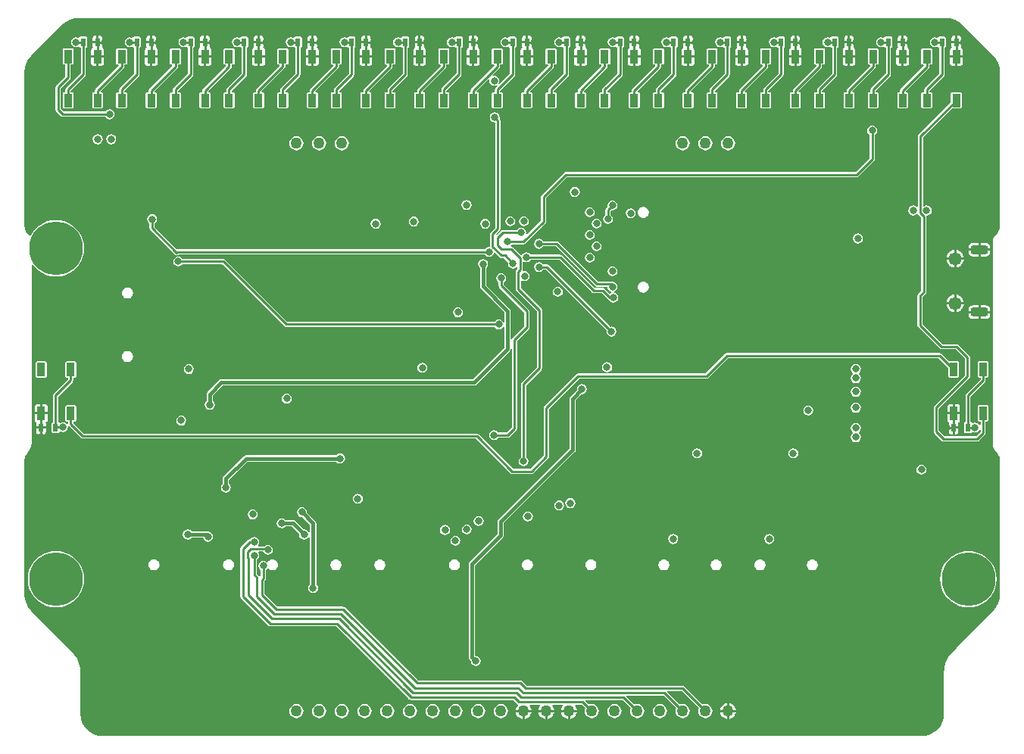
<source format=gtl>
G04 Layer_Physical_Order=1*
G04 Layer_Color=255*
%FSLAX44Y44*%
%MOMM*%
G71*
G01*
G75*
%ADD10R,0.9000X1.5000*%
%ADD11R,0.5500X0.9500*%
%ADD12C,0.2540*%
%ADD13C,0.3810*%
%ADD14C,1.2700*%
%ADD15C,6.0000*%
%ADD16C,1.4500*%
G04:AMPARAMS|DCode=17|XSize=1mm|YSize=1.9mm|CornerRadius=0.25mm|HoleSize=0mm|Usage=FLASHONLY|Rotation=270.000|XOffset=0mm|YOffset=0mm|HoleType=Round|Shape=RoundedRectangle|*
%AMROUNDEDRECTD17*
21,1,1.0000,1.4000,0,0,270.0*
21,1,0.5000,1.9000,0,0,270.0*
1,1,0.5000,-0.7000,-0.2500*
1,1,0.5000,-0.7000,0.2500*
1,1,0.5000,0.7000,0.2500*
1,1,0.5000,0.7000,-0.2500*
%
%ADD17ROUNDEDRECTD17*%
%ADD18C,0.8000*%
%ADD19C,0.5000*%
G36*
X489865Y457300D02*
X494734Y455823D01*
X499222Y453424D01*
X502921Y450389D01*
X503092Y450132D01*
X537632Y415592D01*
X537889Y415421D01*
X540924Y411722D01*
X543323Y407234D01*
X544800Y402364D01*
X545269Y397603D01*
X545209Y397300D01*
Y374800D01*
Y227543D01*
Y225357D01*
X545255Y225127D01*
X544844Y222007D01*
X543551Y218886D01*
X542260Y217203D01*
X541418Y216282D01*
X541418Y216282D01*
X539117Y213283D01*
X537671Y209791D01*
X537177Y206043D01*
X537209D01*
Y-17900D01*
X537177D01*
X537671Y-21648D01*
X539117Y-25140D01*
X541418Y-28139D01*
X541418Y-28139D01*
X542260Y-29060D01*
X543551Y-30743D01*
X544844Y-33864D01*
X545255Y-36984D01*
X545209Y-37213D01*
Y-39400D01*
Y-162500D01*
Y-187300D01*
X545269Y-187603D01*
X544800Y-192365D01*
X543323Y-197234D01*
X540924Y-201722D01*
X537889Y-205421D01*
X537632Y-205592D01*
X496612Y-246612D01*
X493092Y-250132D01*
X493080Y-250120D01*
X489466Y-254352D01*
X486558Y-259097D01*
X484428Y-264240D01*
X483128Y-269652D01*
X482692Y-275200D01*
X482709D01*
Y-320651D01*
X482764Y-320928D01*
X482323Y-325407D01*
X480936Y-329981D01*
X478683Y-334196D01*
X475827Y-337675D01*
X475592Y-337832D01*
X475421Y-338089D01*
X471722Y-341124D01*
X467234Y-343523D01*
X462365Y-345000D01*
X457603Y-345469D01*
X457300Y-345409D01*
X-457300D01*
X-457603Y-345469D01*
X-462365Y-345000D01*
X-467234Y-343523D01*
X-471722Y-341124D01*
X-475421Y-338089D01*
X-475592Y-337832D01*
X-475827Y-337675D01*
X-478683Y-334196D01*
X-480936Y-329981D01*
X-482323Y-325407D01*
X-482764Y-320928D01*
X-482709Y-320651D01*
Y-275200D01*
X-482692D01*
X-483128Y-269652D01*
X-484428Y-264240D01*
X-486558Y-259097D01*
X-489466Y-254352D01*
X-493080Y-250120D01*
X-493092Y-250132D01*
X-496612Y-246612D01*
X-496612Y-246612D01*
X-537632Y-205592D01*
X-537889Y-205421D01*
X-540924Y-201722D01*
X-543323Y-197234D01*
X-544800Y-192365D01*
X-545269Y-187603D01*
X-545209Y-187300D01*
Y-39400D01*
Y-37213D01*
X-545255Y-36984D01*
X-544844Y-33864D01*
X-543551Y-30743D01*
X-542260Y-29060D01*
X-541418Y-28139D01*
X-541418Y-28139D01*
X-539117Y-25140D01*
X-537671Y-21648D01*
X-537177Y-17900D01*
X-537209D01*
Y181728D01*
X-535987Y182073D01*
X-535582Y181413D01*
X-532360Y177640D01*
X-528587Y174418D01*
X-524356Y171825D01*
X-519772Y169926D01*
X-514947Y168768D01*
X-510000Y168379D01*
X-505053Y168768D01*
X-500228Y169926D01*
X-495644Y171825D01*
X-491413Y174418D01*
X-487640Y177640D01*
X-484418Y181413D01*
X-481825Y185644D01*
X-479926Y190228D01*
X-478768Y195053D01*
X-478378Y200000D01*
X-478768Y204947D01*
X-479926Y209772D01*
X-481825Y214356D01*
X-484418Y218587D01*
X-487640Y222360D01*
X-491413Y225582D01*
X-495644Y228175D01*
X-500228Y230074D01*
X-505053Y231232D01*
X-510000Y231621D01*
X-514947Y231232D01*
X-519772Y230074D01*
X-524356Y228175D01*
X-528587Y225582D01*
X-532360Y222360D01*
X-535582Y218587D01*
X-538175Y214356D01*
X-538233Y214216D01*
X-539687Y214025D01*
X-541418Y216282D01*
X-541418Y216282D01*
X-542260Y217203D01*
X-543551Y218886D01*
X-544844Y222007D01*
X-545255Y225127D01*
X-545209Y225357D01*
Y227543D01*
Y374800D01*
Y397300D01*
X-545269Y397603D01*
X-544800Y402364D01*
X-543323Y407234D01*
X-540924Y411722D01*
X-537889Y415421D01*
X-537632Y415592D01*
X-503092Y450132D01*
X-502921Y450389D01*
X-499222Y453424D01*
X-494734Y455823D01*
X-489865Y457300D01*
X-485103Y457769D01*
X-484800Y457709D01*
X484800D01*
X485103Y457769D01*
X489865Y457300D01*
D02*
G37*
%LPC*%
G36*
X478000Y82849D02*
X478000Y82849D01*
X240000D01*
X240000Y82849D01*
X238910Y82632D01*
X237986Y82014D01*
X215970Y59999D01*
X73660D01*
X73660Y59999D01*
X72570Y59782D01*
X71646Y59164D01*
X71646Y59164D01*
X36246Y23764D01*
X35628Y22840D01*
X35411Y21750D01*
X35411Y21750D01*
Y-31680D01*
X20410Y-46681D01*
X1180D01*
X-37516Y-7986D01*
X-38440Y-7368D01*
X-39530Y-7151D01*
X-39530Y-7151D01*
X-478820D01*
X-490651Y4680D01*
Y6350D01*
X-489000D01*
X-487834Y6834D01*
X-487350Y8000D01*
Y23000D01*
X-487834Y24166D01*
X-489000Y24650D01*
X-498000D01*
X-499166Y24166D01*
X-499650Y23000D01*
Y8000D01*
X-499166Y6834D01*
X-498000Y6350D01*
X-496349D01*
Y3771D01*
X-497105Y3394D01*
X-497579Y3327D01*
X-498017Y3983D01*
X-499845Y5203D01*
X-502000Y5632D01*
X-504155Y5203D01*
X-504927Y4688D01*
X-506484Y5175D01*
X-506584Y5416D01*
X-507651Y5859D01*
Y34320D01*
X-491486Y50486D01*
X-491486Y50486D01*
X-490868Y51410D01*
X-490651Y52500D01*
X-490651Y52500D01*
Y55350D01*
X-489000D01*
X-487834Y55834D01*
X-487350Y57000D01*
Y72000D01*
X-487834Y73166D01*
X-489000Y73650D01*
X-498000D01*
X-499166Y73166D01*
X-499650Y72000D01*
Y57000D01*
X-499166Y55834D01*
X-498000Y55350D01*
X-496349D01*
Y53680D01*
X-512514Y37514D01*
X-513132Y36590D01*
X-513349Y35500D01*
X-513349Y35500D01*
Y5859D01*
X-514416Y5416D01*
X-514900Y4250D01*
Y-5250D01*
X-514416Y-6416D01*
X-513250Y-6900D01*
X-507750D01*
X-506584Y-6416D01*
X-506159Y-5392D01*
X-505903Y-5173D01*
X-504831Y-4752D01*
X-504155Y-5203D01*
X-502000Y-5632D01*
X-499845Y-5203D01*
X-498017Y-3983D01*
X-496796Y-2155D01*
X-496368Y0D01*
X-496516Y743D01*
X-496071Y1073D01*
X-495332Y1303D01*
X-482014Y-12014D01*
X-482014Y-12014D01*
X-481090Y-12632D01*
X-480000Y-12849D01*
X-480000Y-12849D01*
X-40710D01*
X-2014Y-51544D01*
X-2014Y-51544D01*
X-1090Y-52162D01*
X0Y-52379D01*
X0Y-52379D01*
X21590D01*
X21590Y-52379D01*
X22680Y-52162D01*
X23604Y-51544D01*
X40274Y-34874D01*
X40892Y-33950D01*
X41109Y-32860D01*
X41109Y-32860D01*
Y20570D01*
X74840Y54301D01*
X217150D01*
X217150Y54301D01*
X218240Y54518D01*
X219164Y55136D01*
X241180Y77151D01*
X476820D01*
X487350Y66621D01*
Y57000D01*
X487834Y55834D01*
X489000Y55350D01*
X498000D01*
X499166Y55834D01*
X499650Y57000D01*
Y72000D01*
X499166Y73166D01*
X498000Y73650D01*
X489000D01*
X488561Y73468D01*
X480014Y82014D01*
X479090Y82632D01*
X478000Y82849D01*
D02*
G37*
G36*
X-429678Y85206D02*
X-430000Y85142D01*
X-430322Y85206D01*
X-432078Y84857D01*
X-432350Y84675D01*
X-432672Y84611D01*
X-434161Y83616D01*
X-434343Y83343D01*
X-434616Y83161D01*
X-435611Y81672D01*
X-435675Y81350D01*
X-435857Y81078D01*
X-436206Y79322D01*
X-436173Y79156D01*
X-436238Y79000D01*
X-436173Y78844D01*
X-436206Y78678D01*
X-435857Y76922D01*
X-435675Y76650D01*
X-435611Y76328D01*
X-434616Y74839D01*
X-434343Y74657D01*
X-434161Y74384D01*
X-432672Y73390D01*
X-432350Y73326D01*
X-432078Y73143D01*
X-430322Y72794D01*
X-430000Y72858D01*
X-429678Y72794D01*
X-427922Y73143D01*
X-427650Y73326D01*
X-427328Y73390D01*
X-425839Y74384D01*
X-425657Y74657D01*
X-425384Y74839D01*
X-424389Y76328D01*
X-424325Y76650D01*
X-424143Y76922D01*
X-423794Y78678D01*
X-423827Y78844D01*
X-423762Y79000D01*
X-423827Y79156D01*
X-423794Y79322D01*
X-424143Y81078D01*
X-424325Y81350D01*
X-424389Y81672D01*
X-425384Y83161D01*
X-425657Y83343D01*
X-425839Y83616D01*
X-427328Y84611D01*
X-427650Y84675D01*
X-427922Y84857D01*
X-429678Y85206D01*
D02*
G37*
G36*
X30000Y184632D02*
X27845Y184203D01*
X26017Y182983D01*
X24797Y181155D01*
X24368Y179000D01*
X24797Y176845D01*
X26017Y175017D01*
X27845Y173797D01*
X30000Y173368D01*
X32155Y173797D01*
X33983Y175017D01*
X34740Y176151D01*
X37820D01*
X105634Y108337D01*
X105368Y107000D01*
X105796Y104845D01*
X107017Y103017D01*
X108845Y101797D01*
X111000Y101368D01*
X113155Y101797D01*
X114983Y103017D01*
X116203Y104845D01*
X116632Y107000D01*
X116203Y109155D01*
X114983Y110983D01*
X113155Y112204D01*
X111000Y112632D01*
X109663Y112366D01*
X41014Y181014D01*
X40090Y181632D01*
X39000Y181849D01*
X39000Y181849D01*
X34740D01*
X33983Y182983D01*
X32155Y184203D01*
X30000Y184632D01*
D02*
G37*
G36*
X106000Y72632D02*
X103845Y72203D01*
X102017Y70983D01*
X100796Y69155D01*
X100368Y67000D01*
X100796Y64845D01*
X102017Y63017D01*
X103845Y61796D01*
X106000Y61368D01*
X108155Y61796D01*
X109983Y63017D01*
X111203Y64845D01*
X111632Y67000D01*
X111203Y69155D01*
X109983Y70983D01*
X108155Y72203D01*
X106000Y72632D01*
D02*
G37*
G36*
X-522000Y73650D02*
X-531000D01*
X-532166Y73166D01*
X-532650Y72000D01*
Y57000D01*
X-532166Y55834D01*
X-531000Y55350D01*
X-522000D01*
X-520834Y55834D01*
X-520350Y57000D01*
Y72000D01*
X-520834Y73166D01*
X-522000Y73650D01*
D02*
G37*
G36*
X-361500Y70632D02*
X-363655Y70203D01*
X-365483Y68983D01*
X-366703Y67155D01*
X-367132Y65000D01*
X-366703Y62845D01*
X-365483Y61017D01*
X-363655Y59797D01*
X-361500Y59368D01*
X-359345Y59797D01*
X-357517Y61017D01*
X-356297Y62845D01*
X-355868Y65000D01*
X-356297Y67155D01*
X-357517Y68983D01*
X-359345Y70203D01*
X-361500Y70632D01*
D02*
G37*
G36*
X-100500Y72132D02*
X-102655Y71704D01*
X-104483Y70483D01*
X-105703Y68655D01*
X-106132Y66500D01*
X-105703Y64345D01*
X-104483Y62517D01*
X-102655Y61297D01*
X-100500Y60868D01*
X-98345Y61297D01*
X-96517Y62517D01*
X-95296Y64345D01*
X-94868Y66500D01*
X-95296Y68655D01*
X-96517Y70483D01*
X-98345Y71704D01*
X-100500Y72132D01*
D02*
G37*
G36*
X504957Y137230D02*
X496520D01*
Y128793D01*
X497806Y128962D01*
X500187Y129949D01*
X502232Y131518D01*
X503802Y133563D01*
X504788Y135944D01*
X504957Y137230D01*
D02*
G37*
G36*
X520980Y136139D02*
X515250D01*
X513284Y135748D01*
X511616Y134634D01*
X510503Y132966D01*
X510111Y131000D01*
Y129770D01*
X520980D01*
Y136139D01*
D02*
G37*
G36*
X529250D02*
X523520D01*
Y129770D01*
X534389D01*
Y131000D01*
X533998Y132966D01*
X532884Y134634D01*
X531217Y135748D01*
X529250Y136139D01*
D02*
G37*
G36*
X493980Y137230D02*
X485543D01*
X485712Y135944D01*
X486698Y133563D01*
X488268Y131518D01*
X490313Y129949D01*
X492694Y128962D01*
X493980Y128793D01*
Y137230D01*
D02*
G37*
G36*
X520980Y127230D02*
X510111D01*
Y126000D01*
X510503Y124033D01*
X511616Y122366D01*
X513284Y121252D01*
X515250Y120861D01*
X520980D01*
Y127230D01*
D02*
G37*
G36*
X534389D02*
X523520D01*
Y120861D01*
X529250D01*
X531217Y121252D01*
X532884Y122366D01*
X533998Y124033D01*
X534389Y126000D01*
Y127230D01*
D02*
G37*
G36*
X-60500Y134132D02*
X-62655Y133703D01*
X-64483Y132483D01*
X-65704Y130655D01*
X-66132Y128500D01*
X-65704Y126345D01*
X-64483Y124517D01*
X-62655Y123296D01*
X-60500Y122868D01*
X-58345Y123296D01*
X-56517Y124517D01*
X-55297Y126345D01*
X-54868Y128500D01*
X-55297Y130655D01*
X-56517Y132483D01*
X-58345Y133703D01*
X-60500Y134132D01*
D02*
G37*
G36*
X331000Y24232D02*
X328845Y23804D01*
X327018Y22583D01*
X325797Y20755D01*
X325368Y18600D01*
X325797Y16445D01*
X327018Y14617D01*
X328845Y13397D01*
X331000Y12968D01*
X333155Y13397D01*
X334983Y14617D01*
X336203Y16445D01*
X336632Y18600D01*
X336203Y20755D01*
X334983Y22583D01*
X333155Y23804D01*
X331000Y24232D01*
D02*
G37*
G36*
X384170Y27522D02*
X382015Y27094D01*
X380187Y25873D01*
X378966Y24045D01*
X378538Y21890D01*
X378966Y19735D01*
X380187Y17907D01*
X382015Y16687D01*
X384170Y16258D01*
X386325Y16687D01*
X388153Y17907D01*
X389374Y19735D01*
X389802Y21890D01*
X389374Y24045D01*
X388153Y25873D01*
X386325Y27094D01*
X384170Y27522D01*
D02*
G37*
G36*
X-527770Y25590D02*
X-531000D01*
X-531991Y25393D01*
X-532831Y24831D01*
X-533393Y23991D01*
X-533590Y23000D01*
Y16770D01*
X-527770D01*
Y25590D01*
D02*
G37*
G36*
X-370000Y13132D02*
X-372155Y12703D01*
X-373983Y11483D01*
X-375204Y9655D01*
X-375632Y7500D01*
X-375204Y5345D01*
X-373983Y3517D01*
X-372155Y2297D01*
X-370000Y1868D01*
X-367845Y2297D01*
X-366017Y3517D01*
X-364796Y5345D01*
X-364368Y7500D01*
X-364796Y9655D01*
X-366017Y11483D01*
X-367845Y12703D01*
X-370000Y13132D01*
D02*
G37*
G36*
X498840Y-1770D02*
X494770D01*
Y-7840D01*
X496250D01*
X497241Y-7643D01*
X498081Y-7081D01*
X498643Y-6241D01*
X498840Y-5250D01*
Y-1770D01*
D02*
G37*
G36*
X-373380Y191052D02*
X-375535Y190623D01*
X-377363Y189403D01*
X-378583Y187575D01*
X-379012Y185420D01*
X-378583Y183265D01*
X-377363Y181437D01*
X-375535Y180217D01*
X-373380Y179788D01*
X-371225Y180217D01*
X-369397Y181437D01*
X-368640Y182571D01*
X-324100D01*
X-254514Y112986D01*
X-254514Y112986D01*
X-253590Y112368D01*
X-252500Y112151D01*
X-252500Y112151D01*
X-19740D01*
X-18983Y111017D01*
X-17155Y109796D01*
X-15000Y109368D01*
X-12845Y109796D01*
X-11017Y111017D01*
X-9797Y112845D01*
X-9766Y112997D01*
X-8496Y112872D01*
Y88948D01*
X-43948Y53496D01*
X-325000D01*
X-325000Y53496D01*
X-326338Y53230D01*
X-327472Y52472D01*
X-327472Y52472D01*
X-340472Y39472D01*
X-341230Y38338D01*
X-341496Y37000D01*
Y29308D01*
X-341983Y28983D01*
X-343204Y27155D01*
X-343632Y25000D01*
X-343204Y22845D01*
X-341983Y21017D01*
X-340155Y19797D01*
X-338000Y19368D01*
X-335845Y19797D01*
X-334017Y21017D01*
X-332797Y22845D01*
X-332368Y25000D01*
X-332797Y27155D01*
X-334017Y28983D01*
X-334504Y29308D01*
Y35552D01*
X-323552Y46504D01*
X-42500D01*
X-41162Y46770D01*
X-40028Y47528D01*
X-2528Y85028D01*
X-1770Y86162D01*
X-1579Y87123D01*
X-309Y86998D01*
Y-90D01*
X-6260Y-6041D01*
X-15580D01*
X-16337Y-4907D01*
X-18165Y-3686D01*
X-20320Y-3258D01*
X-22475Y-3686D01*
X-24303Y-4907D01*
X-25524Y-6735D01*
X-25952Y-8890D01*
X-25524Y-11045D01*
X-24303Y-12873D01*
X-22475Y-14094D01*
X-20320Y-14522D01*
X-18165Y-14094D01*
X-16337Y-12873D01*
X-15580Y-11739D01*
X-5080D01*
X-5080Y-11739D01*
X-3990Y-11522D01*
X-3066Y-10904D01*
X4554Y-3284D01*
X5172Y-2360D01*
X5389Y-1270D01*
X5389Y-1270D01*
Y96610D01*
X18524Y109746D01*
X18524Y109746D01*
X19142Y110670D01*
X19359Y111760D01*
Y129540D01*
X19359Y129540D01*
X19142Y130630D01*
X18524Y131554D01*
X-9381Y159460D01*
Y162010D01*
X-8247Y162767D01*
X-7027Y164595D01*
X-6598Y166750D01*
X-7027Y168905D01*
X-8247Y170733D01*
X-10075Y171954D01*
X-12230Y172382D01*
X-14385Y171954D01*
X-16213Y170733D01*
X-17434Y168905D01*
X-17862Y166750D01*
X-17434Y164595D01*
X-16213Y162767D01*
X-15079Y162010D01*
Y158280D01*
X-15079Y158280D01*
X-14862Y157190D01*
X-14244Y156266D01*
X13661Y128360D01*
Y112940D01*
X526Y99804D01*
X-92Y98880D01*
X-234Y98167D01*
X-1504Y98292D01*
Y130000D01*
X-1770Y131338D01*
X-2528Y132472D01*
X-29004Y158948D01*
Y178192D01*
X-28517Y178517D01*
X-27297Y180345D01*
X-26868Y182500D01*
X-27297Y184655D01*
X-28517Y186483D01*
X-30345Y187703D01*
X-32500Y188132D01*
X-34655Y187703D01*
X-36483Y186483D01*
X-37703Y184655D01*
X-38132Y182500D01*
X-37703Y180345D01*
X-36483Y178517D01*
X-35996Y178192D01*
Y157500D01*
X-35730Y156162D01*
X-34972Y155028D01*
X-8496Y128552D01*
Y117128D01*
X-9766Y117003D01*
X-9797Y117155D01*
X-11017Y118983D01*
X-12845Y120204D01*
X-15000Y120632D01*
X-17155Y120204D01*
X-18983Y118983D01*
X-19740Y117849D01*
X-251320D01*
X-320906Y187434D01*
X-321830Y188052D01*
X-322920Y188269D01*
X-322920Y188269D01*
X-368640D01*
X-369397Y189403D01*
X-371225Y190623D01*
X-373380Y191052D01*
D02*
G37*
G36*
X-519410Y14230D02*
X-526500D01*
X-533590D01*
Y8000D01*
X-533393Y7009D01*
X-532831Y6169D01*
X-531991Y5607D01*
X-531834Y4281D01*
X-531840Y4250D01*
Y770D01*
X-526500D01*
X-521160D01*
Y4250D01*
X-521357Y5241D01*
X-520363Y6039D01*
X-520169Y6169D01*
X-519607Y7009D01*
X-519410Y8000D01*
Y14230D01*
D02*
G37*
G36*
X384170Y45302D02*
X382015Y44873D01*
X380187Y43653D01*
X378966Y41825D01*
X378538Y39670D01*
X378966Y37515D01*
X380187Y35687D01*
X382015Y34467D01*
X384170Y34038D01*
X386325Y34467D01*
X388153Y35687D01*
X389374Y37515D01*
X389802Y39670D01*
X389374Y41825D01*
X388153Y43653D01*
X386325Y44873D01*
X384170Y45302D01*
D02*
G37*
G36*
X78000Y48132D02*
X75845Y47703D01*
X74017Y46483D01*
X72797Y44655D01*
X72368Y42500D01*
X72482Y41926D01*
X64838Y34282D01*
X64080Y33148D01*
X63814Y31810D01*
Y-23952D01*
X-15172Y-102938D01*
X-15930Y-104072D01*
X-16196Y-105410D01*
Y-119202D01*
X-47472Y-150478D01*
X-48230Y-151612D01*
X-48496Y-152950D01*
Y-257260D01*
X-48230Y-258598D01*
X-47472Y-259732D01*
X-46158Y-261046D01*
X-46272Y-261620D01*
X-45844Y-263775D01*
X-44623Y-265603D01*
X-42795Y-266824D01*
X-40640Y-267252D01*
X-38485Y-266824D01*
X-36657Y-265603D01*
X-35436Y-263775D01*
X-35008Y-261620D01*
X-35436Y-259465D01*
X-36657Y-257637D01*
X-38485Y-256416D01*
X-40640Y-255988D01*
X-41504Y-254885D01*
Y-154398D01*
X-10228Y-123122D01*
X-10228Y-123122D01*
X-9470Y-121988D01*
X-9204Y-120650D01*
Y-106858D01*
X69782Y-27872D01*
X70540Y-26738D01*
X70806Y-25400D01*
X70806Y-25400D01*
Y30362D01*
X77426Y36982D01*
X78000Y36868D01*
X80155Y37297D01*
X81983Y38517D01*
X83203Y40345D01*
X83632Y42500D01*
X83203Y44655D01*
X81983Y46483D01*
X80155Y47703D01*
X78000Y48132D01*
D02*
G37*
G36*
X384170Y70702D02*
X382015Y70273D01*
X380187Y69053D01*
X378966Y67225D01*
X378538Y65070D01*
X378966Y62915D01*
X380187Y61087D01*
X380880Y60625D01*
Y59355D01*
X380187Y58893D01*
X378966Y57065D01*
X378538Y54910D01*
X378966Y52755D01*
X380187Y50927D01*
X382015Y49707D01*
X384170Y49278D01*
X386325Y49707D01*
X388153Y50927D01*
X389374Y52755D01*
X389802Y54910D01*
X389374Y57065D01*
X388153Y58893D01*
X387461Y59355D01*
Y60625D01*
X388153Y61087D01*
X389374Y62915D01*
X389802Y65070D01*
X389374Y67225D01*
X388153Y69053D01*
X386325Y70273D01*
X384170Y70702D01*
D02*
G37*
G36*
X-252000Y37632D02*
X-254155Y37204D01*
X-255983Y35983D01*
X-257204Y34155D01*
X-257632Y32000D01*
X-257204Y29845D01*
X-255983Y28017D01*
X-254155Y26797D01*
X-252000Y26368D01*
X-249845Y26797D01*
X-248017Y28017D01*
X-246796Y29845D01*
X-246368Y32000D01*
X-246796Y34155D01*
X-248017Y35983D01*
X-249845Y37204D01*
X-252000Y37632D01*
D02*
G37*
G36*
X492230Y25590D02*
X489000D01*
X488009Y25393D01*
X487169Y24831D01*
X486607Y23991D01*
X486410Y23000D01*
Y16770D01*
X492230D01*
Y25590D01*
D02*
G37*
G36*
X-522000D02*
X-525230D01*
Y16770D01*
X-519410D01*
Y23000D01*
X-519607Y23991D01*
X-520169Y24831D01*
X-521009Y25393D01*
X-522000Y25590D01*
D02*
G37*
G36*
X498000D02*
X494770D01*
Y16770D01*
X500590D01*
Y23000D01*
X500393Y23991D01*
X499831Y24831D01*
X498991Y25393D01*
X498000Y25590D01*
D02*
G37*
G36*
X-152500Y233132D02*
X-154655Y232703D01*
X-156483Y231483D01*
X-157704Y229655D01*
X-158132Y227500D01*
X-157704Y225345D01*
X-156483Y223517D01*
X-154655Y222297D01*
X-152500Y221868D01*
X-150345Y222297D01*
X-148517Y223517D01*
X-147296Y225345D01*
X-146868Y227500D01*
X-147296Y229655D01*
X-148517Y231483D01*
X-150345Y232703D01*
X-152500Y233132D01*
D02*
G37*
G36*
X-30000D02*
X-32155Y232703D01*
X-33983Y231483D01*
X-35203Y229655D01*
X-35632Y227500D01*
X-35203Y225345D01*
X-33983Y223517D01*
X-32155Y222297D01*
X-30000Y221868D01*
X-27845Y222297D01*
X-26017Y223517D01*
X-24797Y225345D01*
X-24368Y227500D01*
X-24797Y229655D01*
X-26017Y231483D01*
X-27845Y232703D01*
X-30000Y233132D01*
D02*
G37*
G36*
X94450Y233342D02*
X92295Y232913D01*
X90467Y231693D01*
X89247Y229865D01*
X88818Y227710D01*
X89247Y225555D01*
X90467Y223727D01*
X92295Y222507D01*
X94450Y222078D01*
X96605Y222507D01*
X98433Y223727D01*
X99654Y225555D01*
X100082Y227710D01*
X99654Y229865D01*
X98433Y231693D01*
X96605Y232913D01*
X94450Y233342D01*
D02*
G37*
G36*
X86830Y220642D02*
X84675Y220214D01*
X82847Y218993D01*
X81627Y217165D01*
X81198Y215010D01*
X81627Y212855D01*
X82847Y211027D01*
X84675Y209806D01*
X86830Y209378D01*
X88985Y209806D01*
X90813Y211027D01*
X92034Y212855D01*
X92462Y215010D01*
X92034Y217165D01*
X90813Y218993D01*
X88985Y220214D01*
X86830Y220642D01*
D02*
G37*
G36*
X520980Y206139D02*
X515250D01*
X513284Y205748D01*
X511616Y204634D01*
X510503Y202966D01*
X510111Y201000D01*
Y199770D01*
X520980D01*
Y206139D01*
D02*
G37*
G36*
X529250D02*
X523520D01*
Y199770D01*
X534389D01*
Y201000D01*
X533998Y202966D01*
X532884Y204634D01*
X531217Y205748D01*
X529250Y206139D01*
D02*
G37*
G36*
X386500Y216632D02*
X384345Y216203D01*
X382517Y214983D01*
X381297Y213155D01*
X380868Y211000D01*
X381297Y208845D01*
X382517Y207017D01*
X384345Y205797D01*
X386500Y205368D01*
X388655Y205797D01*
X390483Y207017D01*
X391703Y208845D01*
X392132Y211000D01*
X391703Y213155D01*
X390483Y214983D01*
X388655Y216203D01*
X386500Y216632D01*
D02*
G37*
G36*
X86830Y246042D02*
X84675Y245613D01*
X82847Y244393D01*
X81627Y242565D01*
X81198Y240410D01*
X81627Y238255D01*
X82847Y236427D01*
X84675Y235207D01*
X86830Y234778D01*
X88985Y235207D01*
X90813Y236427D01*
X92034Y238255D01*
X92462Y240410D01*
X92034Y242565D01*
X90813Y244393D01*
X88985Y245613D01*
X86830Y246042D01*
D02*
G37*
G36*
X112230Y253662D02*
X110075Y253234D01*
X108247Y252013D01*
X107027Y250185D01*
X106598Y248030D01*
X106864Y246693D01*
X105136Y244964D01*
X104518Y244040D01*
X104301Y242950D01*
X104301Y242950D01*
Y237530D01*
X103167Y236773D01*
X101946Y234945D01*
X101518Y232790D01*
X101946Y230635D01*
X103167Y228807D01*
X104995Y227586D01*
X107150Y227158D01*
X109305Y227586D01*
X111133Y228807D01*
X112353Y230635D01*
X112782Y232790D01*
X112353Y234945D01*
X111133Y236773D01*
X109999Y237530D01*
Y241770D01*
X110892Y242664D01*
X112230Y242398D01*
X114385Y242826D01*
X116213Y244047D01*
X117434Y245875D01*
X117862Y248030D01*
X117434Y250185D01*
X116213Y252013D01*
X114385Y253234D01*
X112230Y253662D01*
D02*
G37*
G36*
X-51000Y254132D02*
X-53155Y253703D01*
X-54983Y252483D01*
X-56203Y250655D01*
X-56632Y248500D01*
X-56203Y246345D01*
X-54983Y244517D01*
X-53155Y243297D01*
X-51000Y242868D01*
X-48845Y243297D01*
X-47017Y244517D01*
X-45796Y246345D01*
X-45368Y248500D01*
X-45796Y250655D01*
X-47017Y252483D01*
X-48845Y253703D01*
X-51000Y254132D01*
D02*
G37*
G36*
X132550Y244782D02*
X130395Y244354D01*
X128567Y243133D01*
X127346Y241305D01*
X126918Y239150D01*
X127346Y236995D01*
X128567Y235167D01*
X130395Y233946D01*
X132550Y233518D01*
X134705Y233946D01*
X136533Y235167D01*
X137753Y236995D01*
X138182Y239150D01*
X137753Y241305D01*
X136533Y243133D01*
X134705Y244354D01*
X132550Y244782D01*
D02*
G37*
G36*
X-110000Y235632D02*
X-112155Y235203D01*
X-113983Y233983D01*
X-115204Y232155D01*
X-115632Y230000D01*
X-115204Y227845D01*
X-113983Y226017D01*
X-112155Y224797D01*
X-110000Y224368D01*
X-107845Y224797D01*
X-106017Y226017D01*
X-104796Y227845D01*
X-104368Y230000D01*
X-104796Y232155D01*
X-106017Y233983D01*
X-107845Y235203D01*
X-110000Y235632D01*
D02*
G37*
G36*
X-2070Y235882D02*
X-4225Y235453D01*
X-6053Y234233D01*
X-7273Y232405D01*
X-7702Y230250D01*
X-7273Y228095D01*
X-6053Y226267D01*
X-4225Y225047D01*
X-2070Y224618D01*
X85Y225047D01*
X1913Y226267D01*
X3133Y228095D01*
X3562Y230250D01*
X3133Y232405D01*
X1913Y234233D01*
X85Y235453D01*
X-2070Y235882D01*
D02*
G37*
G36*
X13170D02*
X11015Y235453D01*
X9187Y234233D01*
X7966Y232405D01*
X7538Y230250D01*
X7966Y228095D01*
X9187Y226267D01*
X11015Y225047D01*
X13170Y224618D01*
X15325Y225047D01*
X17153Y226267D01*
X18374Y228095D01*
X18802Y230250D01*
X18374Y232405D01*
X17153Y234233D01*
X15325Y235453D01*
X13170Y235882D01*
D02*
G37*
G36*
X146872Y162856D02*
X146550Y162792D01*
X146228Y162856D01*
X144472Y162507D01*
X144200Y162325D01*
X143878Y162260D01*
X142389Y161266D01*
X142207Y160993D01*
X141934Y160811D01*
X140940Y159322D01*
X140876Y159000D01*
X140693Y158728D01*
X140344Y156972D01*
X140377Y156806D01*
X140312Y156650D01*
X140377Y156494D01*
X140344Y156328D01*
X140693Y154572D01*
X140876Y154299D01*
X140940Y153978D01*
X141934Y152489D01*
X142207Y152307D01*
X142389Y152034D01*
X143878Y151039D01*
X144200Y150976D01*
X144472Y150793D01*
X146228Y150444D01*
X146550Y150508D01*
X146872Y150444D01*
X148628Y150793D01*
X148900Y150976D01*
X149222Y151039D01*
X150711Y152034D01*
X150893Y152307D01*
X151166Y152489D01*
X152161Y153978D01*
X152225Y154299D01*
X152407Y154572D01*
X152756Y156328D01*
X152723Y156494D01*
X152788Y156650D01*
X152723Y156806D01*
X152756Y156972D01*
X152407Y158728D01*
X152225Y159000D01*
X152161Y159322D01*
X151166Y160811D01*
X150893Y160993D01*
X150711Y161266D01*
X149222Y162260D01*
X148900Y162325D01*
X148628Y162507D01*
X146872Y162856D01*
D02*
G37*
G36*
X112230Y180002D02*
X110075Y179573D01*
X108247Y178353D01*
X107027Y176525D01*
X106598Y174370D01*
X107027Y172215D01*
X108247Y170387D01*
X110075Y169167D01*
X112230Y168738D01*
X114385Y169167D01*
X116213Y170387D01*
X117434Y172215D01*
X117862Y174370D01*
X117434Y176525D01*
X116213Y178353D01*
X114385Y179573D01*
X112230Y180002D01*
D02*
G37*
G36*
X504957Y187230D02*
X496520D01*
Y178793D01*
X497806Y178962D01*
X500187Y179949D01*
X502232Y181518D01*
X503802Y183563D01*
X504788Y185944D01*
X504957Y187230D01*
D02*
G37*
G36*
X-429678Y156206D02*
X-430000Y156142D01*
X-430322Y156206D01*
X-432078Y155857D01*
X-432350Y155674D01*
X-432672Y155611D01*
X-434161Y154616D01*
X-434343Y154343D01*
X-434616Y154161D01*
X-435611Y152672D01*
X-435675Y152350D01*
X-435857Y152078D01*
X-436206Y150322D01*
X-436173Y150156D01*
X-436238Y150000D01*
X-436173Y149844D01*
X-436206Y149678D01*
X-435857Y147922D01*
X-435675Y147650D01*
X-435611Y147328D01*
X-434616Y145839D01*
X-434343Y145657D01*
X-434161Y145384D01*
X-432672Y144389D01*
X-432350Y144326D01*
X-432078Y144143D01*
X-430322Y143794D01*
X-430000Y143858D01*
X-429678Y143794D01*
X-427922Y144143D01*
X-427650Y144326D01*
X-427328Y144389D01*
X-425839Y145384D01*
X-425657Y145657D01*
X-425384Y145839D01*
X-424389Y147328D01*
X-424325Y147650D01*
X-424143Y147922D01*
X-423794Y149678D01*
X-423827Y149844D01*
X-423762Y150000D01*
X-423827Y150156D01*
X-423794Y150322D01*
X-424143Y152078D01*
X-424325Y152350D01*
X-424389Y152672D01*
X-425384Y154161D01*
X-425657Y154343D01*
X-425839Y154616D01*
X-427328Y155611D01*
X-427650Y155674D01*
X-427922Y155857D01*
X-429678Y156206D01*
D02*
G37*
G36*
X493980Y148207D02*
X492694Y148038D01*
X490313Y147051D01*
X488268Y145482D01*
X486698Y143437D01*
X485712Y141056D01*
X485543Y139770D01*
X493980D01*
Y148207D01*
D02*
G37*
G36*
X496520D02*
Y139770D01*
X504957D01*
X504788Y141056D01*
X503802Y143437D01*
X502232Y145482D01*
X500187Y147051D01*
X497806Y148038D01*
X496520Y148207D01*
D02*
G37*
G36*
X51000Y157132D02*
X48845Y156704D01*
X47017Y155483D01*
X45796Y153655D01*
X45368Y151500D01*
X45796Y149345D01*
X47017Y147517D01*
X48845Y146297D01*
X51000Y145868D01*
X53155Y146297D01*
X54983Y147517D01*
X56203Y149345D01*
X56632Y151500D01*
X56203Y153655D01*
X54983Y155483D01*
X53155Y156704D01*
X51000Y157132D01*
D02*
G37*
G36*
X520980Y197230D02*
X510111D01*
Y196000D01*
X510503Y194034D01*
X511616Y192366D01*
X513284Y191252D01*
X515250Y190861D01*
X520980D01*
Y197230D01*
D02*
G37*
G36*
X534389D02*
X523520D01*
Y190861D01*
X529250D01*
X531217Y191252D01*
X532884Y192366D01*
X533998Y194034D01*
X534389Y196000D01*
Y197230D01*
D02*
G37*
G36*
X94450Y207942D02*
X92295Y207514D01*
X90467Y206293D01*
X89247Y204465D01*
X88818Y202310D01*
X89247Y200155D01*
X90467Y198327D01*
X92295Y197106D01*
X94450Y196678D01*
X96605Y197106D01*
X98433Y198327D01*
X99654Y200155D01*
X100082Y202310D01*
X99654Y204465D01*
X98433Y206293D01*
X96605Y207514D01*
X94450Y207942D01*
D02*
G37*
G36*
X496520Y198207D02*
Y189770D01*
X504957D01*
X504788Y191056D01*
X503802Y193437D01*
X502232Y195482D01*
X500187Y197052D01*
X497806Y198038D01*
X496520Y198207D01*
D02*
G37*
G36*
X493980Y187230D02*
X485543D01*
X485712Y185944D01*
X486698Y183563D01*
X488268Y181518D01*
X490313Y179949D01*
X492694Y178962D01*
X493980Y178793D01*
Y187230D01*
D02*
G37*
G36*
X86830Y195242D02*
X84675Y194813D01*
X82847Y193593D01*
X81627Y191765D01*
X81198Y189610D01*
X81627Y187455D01*
X82847Y185627D01*
X84675Y184407D01*
X86830Y183978D01*
X88985Y184407D01*
X90813Y185627D01*
X92034Y187455D01*
X92462Y189610D01*
X92034Y191765D01*
X90813Y193593D01*
X88985Y194813D01*
X86830Y195242D01*
D02*
G37*
G36*
X493980Y198207D02*
X492694Y198038D01*
X490313Y197052D01*
X488268Y195482D01*
X486698Y193437D01*
X485712Y191056D01*
X485543Y189770D01*
X493980D01*
Y198207D01*
D02*
G37*
G36*
X114300Y-309558D02*
X112245Y-309829D01*
X110329Y-310622D01*
X108684Y-311884D01*
X107422Y-313529D01*
X106629Y-315445D01*
X106358Y-317500D01*
X106629Y-319555D01*
X107422Y-321471D01*
X108684Y-323116D01*
X110329Y-324378D01*
X112245Y-325171D01*
X114300Y-325442D01*
X116355Y-325171D01*
X118271Y-324378D01*
X119916Y-323116D01*
X121178Y-321471D01*
X121971Y-319555D01*
X122242Y-317500D01*
X121971Y-315445D01*
X121178Y-313529D01*
X119916Y-311884D01*
X118271Y-310622D01*
X116355Y-309829D01*
X114300Y-309558D01*
D02*
G37*
G36*
X165100D02*
X163044Y-309829D01*
X161129Y-310622D01*
X159484Y-311884D01*
X158222Y-313529D01*
X157429Y-315445D01*
X157158Y-317500D01*
X157429Y-319555D01*
X158222Y-321471D01*
X159484Y-323116D01*
X161129Y-324378D01*
X163044Y-325171D01*
X165100Y-325442D01*
X167155Y-325171D01*
X169071Y-324378D01*
X170716Y-323116D01*
X171978Y-321471D01*
X172771Y-319555D01*
X173042Y-317500D01*
X172771Y-315445D01*
X171978Y-313529D01*
X170716Y-311884D01*
X169071Y-310622D01*
X167155Y-309829D01*
X165100Y-309558D01*
D02*
G37*
G36*
X240030Y-308701D02*
X238979Y-308839D01*
X236817Y-309735D01*
X234960Y-311160D01*
X233535Y-313017D01*
X232639Y-315179D01*
X232500Y-316230D01*
X240030D01*
Y-308701D01*
D02*
G37*
G36*
X-12700Y-309558D02*
X-14756Y-309829D01*
X-16671Y-310622D01*
X-18316Y-311884D01*
X-19578Y-313529D01*
X-20371Y-315445D01*
X-20642Y-317500D01*
X-20371Y-319555D01*
X-19578Y-321471D01*
X-18316Y-323116D01*
X-16671Y-324378D01*
X-14756Y-325171D01*
X-12700Y-325442D01*
X-10645Y-325171D01*
X-8729Y-324378D01*
X-7084Y-323116D01*
X-5822Y-321471D01*
X-5029Y-319555D01*
X-4758Y-317500D01*
X-5029Y-315445D01*
X-5822Y-313529D01*
X-7084Y-311884D01*
X-8729Y-310622D01*
X-10645Y-309829D01*
X-12700Y-309558D01*
D02*
G37*
G36*
X-88900D02*
X-90955Y-309829D01*
X-92871Y-310622D01*
X-94516Y-311884D01*
X-95778Y-313529D01*
X-96571Y-315445D01*
X-96842Y-317500D01*
X-96571Y-319555D01*
X-95778Y-321471D01*
X-94516Y-323116D01*
X-92871Y-324378D01*
X-90955Y-325171D01*
X-88900Y-325442D01*
X-86845Y-325171D01*
X-84929Y-324378D01*
X-83284Y-323116D01*
X-82022Y-321471D01*
X-81229Y-319555D01*
X-80958Y-317500D01*
X-81229Y-315445D01*
X-82022Y-313529D01*
X-83284Y-311884D01*
X-84929Y-310622D01*
X-86845Y-309829D01*
X-88900Y-309558D01*
D02*
G37*
G36*
X-63500D02*
X-65556Y-309829D01*
X-67471Y-310622D01*
X-69116Y-311884D01*
X-70378Y-313529D01*
X-71171Y-315445D01*
X-71442Y-317500D01*
X-71171Y-319555D01*
X-70378Y-321471D01*
X-69116Y-323116D01*
X-67471Y-324378D01*
X-65556Y-325171D01*
X-63500Y-325442D01*
X-61445Y-325171D01*
X-59529Y-324378D01*
X-57884Y-323116D01*
X-56622Y-321471D01*
X-55829Y-319555D01*
X-55558Y-317500D01*
X-55829Y-315445D01*
X-56622Y-313529D01*
X-57884Y-311884D01*
X-59529Y-310622D01*
X-61445Y-309829D01*
X-63500Y-309558D01*
D02*
G37*
G36*
X-38100D02*
X-40156Y-309829D01*
X-42071Y-310622D01*
X-43716Y-311884D01*
X-44978Y-313529D01*
X-45771Y-315445D01*
X-46042Y-317500D01*
X-45771Y-319555D01*
X-44978Y-321471D01*
X-43716Y-323116D01*
X-42071Y-324378D01*
X-40156Y-325171D01*
X-38100Y-325442D01*
X-36044Y-325171D01*
X-34129Y-324378D01*
X-32484Y-323116D01*
X-31222Y-321471D01*
X-30429Y-319555D01*
X-30158Y-317500D01*
X-30429Y-315445D01*
X-31222Y-313529D01*
X-32484Y-311884D01*
X-34129Y-310622D01*
X-36044Y-309829D01*
X-38100Y-309558D01*
D02*
G37*
G36*
X-317000Y-147762D02*
X-317156Y-147827D01*
X-317322Y-147794D01*
X-319078Y-148143D01*
X-319350Y-148326D01*
X-319672Y-148390D01*
X-321161Y-149384D01*
X-321343Y-149657D01*
X-321616Y-149839D01*
X-322611Y-151328D01*
X-322674Y-151650D01*
X-322857Y-151922D01*
X-323206Y-153678D01*
X-323142Y-154000D01*
X-323206Y-154322D01*
X-322857Y-156078D01*
X-322674Y-156350D01*
X-322611Y-156672D01*
X-321616Y-158161D01*
X-321343Y-158343D01*
X-321161Y-158616D01*
X-319672Y-159611D01*
X-319350Y-159675D01*
X-319078Y-159857D01*
X-317322Y-160206D01*
X-317156Y-160173D01*
X-317000Y-160238D01*
X-316844Y-160173D01*
X-316678Y-160206D01*
X-314922Y-159857D01*
X-314650Y-159675D01*
X-314328Y-159611D01*
X-312839Y-158616D01*
X-312657Y-158343D01*
X-312384Y-158161D01*
X-311390Y-156672D01*
X-311325Y-156350D01*
X-311143Y-156078D01*
X-310794Y-154322D01*
X-310858Y-154000D01*
X-310794Y-153678D01*
X-311143Y-151922D01*
X-311325Y-151650D01*
X-311390Y-151328D01*
X-312384Y-149839D01*
X-312657Y-149657D01*
X-312839Y-149384D01*
X-314328Y-148390D01*
X-314650Y-148326D01*
X-314922Y-148143D01*
X-316678Y-147794D01*
X-316844Y-147827D01*
X-317000Y-147762D01*
D02*
G37*
G36*
X-197000D02*
X-197156Y-147827D01*
X-197322Y-147794D01*
X-199078Y-148143D01*
X-199350Y-148326D01*
X-199672Y-148390D01*
X-201161Y-149384D01*
X-201343Y-149657D01*
X-201616Y-149839D01*
X-202610Y-151328D01*
X-202675Y-151650D01*
X-202857Y-151922D01*
X-203206Y-153678D01*
X-203142Y-154000D01*
X-203206Y-154322D01*
X-202857Y-156078D01*
X-202675Y-156350D01*
X-202610Y-156672D01*
X-201616Y-158161D01*
X-201343Y-158343D01*
X-201161Y-158616D01*
X-199672Y-159611D01*
X-199350Y-159675D01*
X-199078Y-159857D01*
X-197322Y-160206D01*
X-197156Y-160173D01*
X-197000Y-160238D01*
X-196844Y-160173D01*
X-196678Y-160206D01*
X-194922Y-159857D01*
X-194650Y-159675D01*
X-194328Y-159611D01*
X-192839Y-158616D01*
X-192657Y-158343D01*
X-192384Y-158161D01*
X-191390Y-156672D01*
X-191325Y-156350D01*
X-191143Y-156078D01*
X-190794Y-154322D01*
X-190858Y-154000D01*
X-190794Y-153678D01*
X-191143Y-151922D01*
X-191325Y-151650D01*
X-191390Y-151328D01*
X-192384Y-149839D01*
X-192657Y-149657D01*
X-192839Y-149384D01*
X-194328Y-148390D01*
X-194650Y-148326D01*
X-194922Y-148143D01*
X-196678Y-147794D01*
X-196844Y-147827D01*
X-197000Y-147762D01*
D02*
G37*
G36*
X-148000D02*
X-148156Y-147827D01*
X-148322Y-147794D01*
X-150078Y-148143D01*
X-150350Y-148326D01*
X-150672Y-148390D01*
X-152161Y-149384D01*
X-152343Y-149657D01*
X-152616Y-149839D01*
X-153610Y-151328D01*
X-153674Y-151650D01*
X-153857Y-151922D01*
X-154206Y-153678D01*
X-154142Y-154000D01*
X-154206Y-154322D01*
X-153857Y-156078D01*
X-153674Y-156350D01*
X-153610Y-156672D01*
X-152616Y-158161D01*
X-152343Y-158343D01*
X-152161Y-158616D01*
X-150672Y-159611D01*
X-150350Y-159675D01*
X-150078Y-159857D01*
X-148322Y-160206D01*
X-148156Y-160173D01*
X-148000Y-160238D01*
X-147844Y-160173D01*
X-147678Y-160206D01*
X-145922Y-159857D01*
X-145650Y-159675D01*
X-145328Y-159611D01*
X-143839Y-158616D01*
X-143657Y-158343D01*
X-143384Y-158161D01*
X-142389Y-156672D01*
X-142325Y-156350D01*
X-142143Y-156078D01*
X-141794Y-154322D01*
X-141858Y-154000D01*
X-141794Y-153678D01*
X-142143Y-151922D01*
X-142325Y-151650D01*
X-142389Y-151328D01*
X-143384Y-149839D01*
X-143657Y-149657D01*
X-143839Y-149384D01*
X-145328Y-148390D01*
X-145650Y-148326D01*
X-145922Y-148143D01*
X-147678Y-147794D01*
X-147844Y-147827D01*
X-148000Y-147762D01*
D02*
G37*
G36*
X-400500D02*
X-400656Y-147827D01*
X-400822Y-147794D01*
X-402578Y-148143D01*
X-402850Y-148326D01*
X-403172Y-148390D01*
X-404661Y-149384D01*
X-404843Y-149657D01*
X-405116Y-149839D01*
X-406110Y-151328D01*
X-406175Y-151650D01*
X-406357Y-151922D01*
X-406706Y-153678D01*
X-406642Y-154000D01*
X-406706Y-154322D01*
X-406357Y-156078D01*
X-406175Y-156350D01*
X-406110Y-156672D01*
X-405116Y-158161D01*
X-404843Y-158343D01*
X-404661Y-158616D01*
X-403172Y-159611D01*
X-402850Y-159675D01*
X-402578Y-159857D01*
X-400822Y-160206D01*
X-400656Y-160173D01*
X-400500Y-160238D01*
X-400344Y-160173D01*
X-400178Y-160206D01*
X-398422Y-159857D01*
X-398150Y-159675D01*
X-397828Y-159611D01*
X-396339Y-158616D01*
X-396157Y-158343D01*
X-395884Y-158161D01*
X-394889Y-156672D01*
X-394826Y-156350D01*
X-394643Y-156078D01*
X-394294Y-154322D01*
X-394358Y-154000D01*
X-394294Y-153678D01*
X-394643Y-151922D01*
X-394826Y-151650D01*
X-394889Y-151328D01*
X-395884Y-149839D01*
X-396157Y-149657D01*
X-396339Y-149384D01*
X-397828Y-148390D01*
X-398150Y-148326D01*
X-398422Y-148143D01*
X-400178Y-147794D01*
X-400344Y-147827D01*
X-400500Y-147762D01*
D02*
G37*
G36*
X242570Y-308701D02*
Y-316230D01*
X250100D01*
X249961Y-315179D01*
X249065Y-313017D01*
X247640Y-311160D01*
X245783Y-309735D01*
X243621Y-308839D01*
X242570Y-308701D01*
D02*
G37*
G36*
X-510000Y-138378D02*
X-514947Y-138768D01*
X-519772Y-139926D01*
X-524356Y-141825D01*
X-528587Y-144418D01*
X-532360Y-147640D01*
X-535582Y-151413D01*
X-538175Y-155644D01*
X-540074Y-160228D01*
X-541232Y-165053D01*
X-541622Y-170000D01*
X-541232Y-174947D01*
X-540074Y-179772D01*
X-538175Y-184356D01*
X-535582Y-188587D01*
X-532360Y-192360D01*
X-528587Y-195582D01*
X-524356Y-198175D01*
X-519772Y-200074D01*
X-514947Y-201232D01*
X-510000Y-201621D01*
X-505053Y-201232D01*
X-500228Y-200074D01*
X-495644Y-198175D01*
X-491413Y-195582D01*
X-487640Y-192360D01*
X-484418Y-188587D01*
X-481825Y-184356D01*
X-479926Y-179772D01*
X-478768Y-174947D01*
X-478378Y-170000D01*
X-478768Y-165053D01*
X-479926Y-160228D01*
X-481825Y-155644D01*
X-484418Y-151413D01*
X-487640Y-147640D01*
X-491413Y-144418D01*
X-495644Y-141825D01*
X-500228Y-139926D01*
X-505053Y-138768D01*
X-510000Y-138378D01*
D02*
G37*
G36*
X510000D02*
X505053Y-138768D01*
X500228Y-139926D01*
X495644Y-141825D01*
X491413Y-144418D01*
X487640Y-147640D01*
X484418Y-151413D01*
X481825Y-155644D01*
X479926Y-160228D01*
X478768Y-165053D01*
X478378Y-170000D01*
X478768Y-174947D01*
X479926Y-179772D01*
X481825Y-184356D01*
X484418Y-188587D01*
X487640Y-192360D01*
X491413Y-195582D01*
X495644Y-198175D01*
X500228Y-200074D01*
X505053Y-201232D01*
X510000Y-201621D01*
X514947Y-201232D01*
X519772Y-200074D01*
X524356Y-198175D01*
X528587Y-195582D01*
X532360Y-192360D01*
X535582Y-188587D01*
X538175Y-184356D01*
X540074Y-179772D01*
X541232Y-174947D01*
X541622Y-170000D01*
X541232Y-165053D01*
X540074Y-160228D01*
X538175Y-155644D01*
X535582Y-151413D01*
X532360Y-147640D01*
X528587Y-144418D01*
X524356Y-141825D01*
X519772Y-139926D01*
X514947Y-138768D01*
X510000Y-138378D01*
D02*
G37*
G36*
X21500Y-318770D02*
X13970D01*
Y-326300D01*
X15021Y-326161D01*
X17183Y-325265D01*
X19040Y-323840D01*
X20465Y-321983D01*
X21361Y-319821D01*
X21500Y-318770D01*
D02*
G37*
G36*
X46899D02*
X39370D01*
Y-326300D01*
X40421Y-326161D01*
X42583Y-325265D01*
X44440Y-323840D01*
X45865Y-321983D01*
X46761Y-319821D01*
X46899Y-318770D01*
D02*
G37*
G36*
X72299D02*
X64770D01*
Y-326300D01*
X65821Y-326161D01*
X67983Y-325265D01*
X69840Y-323840D01*
X71265Y-321983D01*
X72161Y-319821D01*
X72299Y-318770D01*
D02*
G37*
G36*
X240030D02*
X232500D01*
X232639Y-319821D01*
X233535Y-321983D01*
X234960Y-323840D01*
X236817Y-325265D01*
X238979Y-326161D01*
X240030Y-326300D01*
Y-318770D01*
D02*
G37*
G36*
X11430D02*
X3900D01*
X4039Y-319821D01*
X4935Y-321983D01*
X6360Y-323840D01*
X8217Y-325265D01*
X10379Y-326161D01*
X11430Y-326300D01*
Y-318770D01*
D02*
G37*
G36*
X36830D02*
X29300D01*
X29439Y-319821D01*
X30335Y-321983D01*
X31760Y-323840D01*
X33617Y-325265D01*
X35779Y-326161D01*
X36830Y-326300D01*
Y-318770D01*
D02*
G37*
G36*
X62230D02*
X54700D01*
X54839Y-319821D01*
X55735Y-321983D01*
X57160Y-323840D01*
X59017Y-325265D01*
X61179Y-326161D01*
X62230Y-326300D01*
Y-318770D01*
D02*
G37*
G36*
X-165100Y-309558D02*
X-167155Y-309829D01*
X-169071Y-310622D01*
X-170716Y-311884D01*
X-171978Y-313529D01*
X-172771Y-315445D01*
X-173042Y-317500D01*
X-172771Y-319555D01*
X-171978Y-321471D01*
X-170716Y-323116D01*
X-169071Y-324378D01*
X-167155Y-325171D01*
X-165100Y-325442D01*
X-163044Y-325171D01*
X-161129Y-324378D01*
X-159484Y-323116D01*
X-158222Y-321471D01*
X-157429Y-319555D01*
X-157158Y-317500D01*
X-157429Y-315445D01*
X-158222Y-313529D01*
X-159484Y-311884D01*
X-161129Y-310622D01*
X-163044Y-309829D01*
X-165100Y-309558D01*
D02*
G37*
G36*
X-139700D02*
X-141756Y-309829D01*
X-143671Y-310622D01*
X-145316Y-311884D01*
X-146578Y-313529D01*
X-147371Y-315445D01*
X-147642Y-317500D01*
X-147371Y-319555D01*
X-146578Y-321471D01*
X-145316Y-323116D01*
X-143671Y-324378D01*
X-141756Y-325171D01*
X-139700Y-325442D01*
X-137645Y-325171D01*
X-135729Y-324378D01*
X-134084Y-323116D01*
X-132822Y-321471D01*
X-132029Y-319555D01*
X-131758Y-317500D01*
X-132029Y-315445D01*
X-132822Y-313529D01*
X-134084Y-311884D01*
X-135729Y-310622D01*
X-137645Y-309829D01*
X-139700Y-309558D01*
D02*
G37*
G36*
X-114300D02*
X-116355Y-309829D01*
X-118271Y-310622D01*
X-119916Y-311884D01*
X-121178Y-313529D01*
X-121971Y-315445D01*
X-122242Y-317500D01*
X-121971Y-319555D01*
X-121178Y-321471D01*
X-119916Y-323116D01*
X-118271Y-324378D01*
X-116355Y-325171D01*
X-114300Y-325442D01*
X-112245Y-325171D01*
X-110329Y-324378D01*
X-108684Y-323116D01*
X-107422Y-321471D01*
X-106629Y-319555D01*
X-106358Y-317500D01*
X-106629Y-315445D01*
X-107422Y-313529D01*
X-108684Y-311884D01*
X-110329Y-310622D01*
X-112245Y-309829D01*
X-114300Y-309558D01*
D02*
G37*
G36*
X-190500D02*
X-192556Y-309829D01*
X-194471Y-310622D01*
X-196116Y-311884D01*
X-197378Y-313529D01*
X-198171Y-315445D01*
X-198442Y-317500D01*
X-198171Y-319555D01*
X-197378Y-321471D01*
X-196116Y-323116D01*
X-194471Y-324378D01*
X-192556Y-325171D01*
X-190500Y-325442D01*
X-188444Y-325171D01*
X-186529Y-324378D01*
X-184884Y-323116D01*
X-183622Y-321471D01*
X-182829Y-319555D01*
X-182558Y-317500D01*
X-182829Y-315445D01*
X-183622Y-313529D01*
X-184884Y-311884D01*
X-186529Y-310622D01*
X-188444Y-309829D01*
X-190500Y-309558D01*
D02*
G37*
G36*
X250100Y-318770D02*
X242570D01*
Y-326300D01*
X243621Y-326161D01*
X245783Y-325265D01*
X247640Y-323840D01*
X249065Y-321983D01*
X249961Y-319821D01*
X250100Y-318770D01*
D02*
G37*
G36*
X-241300Y-309558D02*
X-243356Y-309829D01*
X-245271Y-310622D01*
X-246916Y-311884D01*
X-248178Y-313529D01*
X-248971Y-315445D01*
X-249242Y-317500D01*
X-248971Y-319555D01*
X-248178Y-321471D01*
X-246916Y-323116D01*
X-245271Y-324378D01*
X-243356Y-325171D01*
X-241300Y-325442D01*
X-239244Y-325171D01*
X-237329Y-324378D01*
X-235684Y-323116D01*
X-234422Y-321471D01*
X-233629Y-319555D01*
X-233358Y-317500D01*
X-233629Y-315445D01*
X-234422Y-313529D01*
X-235684Y-311884D01*
X-237329Y-310622D01*
X-239244Y-309829D01*
X-241300Y-309558D01*
D02*
G37*
G36*
X-215900D02*
X-217955Y-309829D01*
X-219871Y-310622D01*
X-221516Y-311884D01*
X-222778Y-313529D01*
X-223571Y-315445D01*
X-223842Y-317500D01*
X-223571Y-319555D01*
X-222778Y-321471D01*
X-221516Y-323116D01*
X-219871Y-324378D01*
X-217955Y-325171D01*
X-215900Y-325442D01*
X-213845Y-325171D01*
X-211929Y-324378D01*
X-210284Y-323116D01*
X-209022Y-321471D01*
X-208229Y-319555D01*
X-207958Y-317500D01*
X-208229Y-315445D01*
X-209022Y-313529D01*
X-210284Y-311884D01*
X-211929Y-310622D01*
X-213845Y-309829D01*
X-215900Y-309558D01*
D02*
G37*
G36*
X52500Y-81868D02*
X50345Y-82296D01*
X48517Y-83517D01*
X47297Y-85345D01*
X46868Y-87500D01*
X47297Y-89655D01*
X48517Y-91483D01*
X50345Y-92704D01*
X52500Y-93132D01*
X54655Y-92704D01*
X56483Y-91483D01*
X57703Y-89655D01*
X58132Y-87500D01*
X57703Y-85345D01*
X56483Y-83517D01*
X54655Y-82296D01*
X52500Y-81868D01*
D02*
G37*
G36*
X65000Y-79368D02*
X62845Y-79797D01*
X61017Y-81017D01*
X59797Y-82845D01*
X59368Y-85000D01*
X59797Y-87155D01*
X61017Y-88983D01*
X62845Y-90204D01*
X65000Y-90632D01*
X67155Y-90204D01*
X68983Y-88983D01*
X70203Y-87155D01*
X70632Y-85000D01*
X70203Y-82845D01*
X68983Y-81017D01*
X67155Y-79797D01*
X65000Y-79368D01*
D02*
G37*
G36*
X-172500Y-74368D02*
X-174655Y-74797D01*
X-176483Y-76017D01*
X-177703Y-77845D01*
X-178132Y-80000D01*
X-177703Y-82155D01*
X-176483Y-83983D01*
X-174655Y-85204D01*
X-172500Y-85632D01*
X-170345Y-85204D01*
X-168517Y-83983D01*
X-167297Y-82155D01*
X-166868Y-80000D01*
X-167297Y-77845D01*
X-168517Y-76017D01*
X-170345Y-74797D01*
X-172500Y-74368D01*
D02*
G37*
G36*
X-290000Y-91868D02*
X-292155Y-92296D01*
X-293983Y-93517D01*
X-295203Y-95345D01*
X-295632Y-97500D01*
X-295203Y-99655D01*
X-293983Y-101483D01*
X-292155Y-102704D01*
X-290000Y-103132D01*
X-287845Y-102704D01*
X-286017Y-101483D01*
X-284797Y-99655D01*
X-284368Y-97500D01*
X-284797Y-95345D01*
X-286017Y-93517D01*
X-287845Y-92296D01*
X-290000Y-91868D01*
D02*
G37*
G36*
X-235000Y-89368D02*
X-237155Y-89796D01*
X-238983Y-91017D01*
X-240203Y-92845D01*
X-240632Y-95000D01*
X-240203Y-97155D01*
X-238983Y-98983D01*
X-237155Y-100204D01*
X-235000Y-100632D01*
X-234426Y-100518D01*
X-225996Y-108948D01*
Y-117872D01*
X-227266Y-117997D01*
X-227297Y-117845D01*
X-228517Y-116017D01*
X-230345Y-114796D01*
X-232500Y-114368D01*
X-233074Y-114482D01*
X-242528Y-105028D01*
X-243662Y-104270D01*
X-245000Y-104004D01*
X-253192D01*
X-253517Y-103517D01*
X-255345Y-102296D01*
X-257500Y-101868D01*
X-259655Y-102296D01*
X-261483Y-103517D01*
X-262703Y-105345D01*
X-263132Y-107500D01*
X-262703Y-109655D01*
X-261483Y-111483D01*
X-259655Y-112704D01*
X-257500Y-113132D01*
X-255345Y-112704D01*
X-253517Y-111483D01*
X-253192Y-110996D01*
X-246448D01*
X-238018Y-119426D01*
X-238132Y-120000D01*
X-237703Y-122155D01*
X-236483Y-123983D01*
X-234655Y-125204D01*
X-232500Y-125632D01*
X-230345Y-125204D01*
X-228517Y-123983D01*
X-227297Y-122155D01*
X-227266Y-122003D01*
X-225996Y-122128D01*
Y-175692D01*
X-226483Y-176017D01*
X-227703Y-177845D01*
X-228132Y-180000D01*
X-227703Y-182155D01*
X-226483Y-183983D01*
X-224655Y-185203D01*
X-222500Y-185632D01*
X-220345Y-185203D01*
X-218517Y-183983D01*
X-217297Y-182155D01*
X-216868Y-180000D01*
X-217297Y-177845D01*
X-218517Y-176017D01*
X-219004Y-175692D01*
Y-107500D01*
X-219270Y-106162D01*
X-220028Y-105028D01*
X-229482Y-95574D01*
X-229368Y-95000D01*
X-229797Y-92845D01*
X-231017Y-91017D01*
X-232845Y-89796D01*
X-235000Y-89368D01*
D02*
G37*
G36*
X-37500Y-99368D02*
X-39655Y-99796D01*
X-41483Y-101017D01*
X-42703Y-102845D01*
X-43132Y-105000D01*
X-42703Y-107155D01*
X-41483Y-108983D01*
X-39655Y-110204D01*
X-37500Y-110632D01*
X-35345Y-110204D01*
X-33517Y-108983D01*
X-32297Y-107155D01*
X-31868Y-105000D01*
X-32297Y-102845D01*
X-33517Y-101017D01*
X-35345Y-99796D01*
X-37500Y-99368D01*
D02*
G37*
G36*
X17500Y-94368D02*
X15345Y-94796D01*
X13517Y-96017D01*
X12297Y-97845D01*
X11868Y-100000D01*
X12297Y-102155D01*
X13517Y-103983D01*
X15345Y-105204D01*
X17500Y-105632D01*
X19655Y-105204D01*
X21483Y-103983D01*
X22703Y-102155D01*
X23132Y-100000D01*
X22703Y-97845D01*
X21483Y-96017D01*
X19655Y-94796D01*
X17500Y-94368D01*
D02*
G37*
G36*
X384170Y4662D02*
X382015Y4234D01*
X380187Y3013D01*
X378966Y1185D01*
X378538Y-970D01*
X378966Y-3125D01*
X380187Y-4953D01*
X380880Y-5415D01*
Y-6685D01*
X380187Y-7147D01*
X378966Y-8975D01*
X378538Y-11130D01*
X378966Y-13285D01*
X380187Y-15113D01*
X382015Y-16334D01*
X384170Y-16762D01*
X386325Y-16334D01*
X388153Y-15113D01*
X389374Y-13285D01*
X389802Y-11130D01*
X389374Y-8975D01*
X388153Y-7147D01*
X387461Y-6685D01*
Y-5415D01*
X388153Y-4953D01*
X389374Y-3125D01*
X389802Y-970D01*
X389374Y1185D01*
X388153Y3013D01*
X386325Y4234D01*
X384170Y4662D01*
D02*
G37*
G36*
X-521160Y-1770D02*
X-526500D01*
X-531840D01*
Y-5250D01*
X-531643Y-6241D01*
X-531081Y-7081D01*
X-530241Y-7643D01*
X-529849Y-7721D01*
Y-11000D01*
X-529632Y-12090D01*
X-529014Y-13014D01*
X-528090Y-13632D01*
X-527000Y-13849D01*
X-525910Y-13632D01*
X-524986Y-13014D01*
X-524368Y-12090D01*
X-524151Y-11000D01*
Y-7840D01*
X-523750D01*
X-522759Y-7643D01*
X-521919Y-7081D01*
X-521357Y-6241D01*
X-521160Y-5250D01*
Y-1770D01*
D02*
G37*
G36*
X500590Y14230D02*
X493500D01*
X486410D01*
Y8000D01*
X486607Y7009D01*
X487169Y6169D01*
X487363Y6039D01*
X488020Y5512D01*
X488166Y4281D01*
X488160Y4250D01*
Y2349D01*
X485500D01*
X484410Y2132D01*
X483486Y1514D01*
X482868Y590D01*
X482651Y-500D01*
X482868Y-1590D01*
X483486Y-2514D01*
X484410Y-3132D01*
X485500Y-3349D01*
X488160D01*
Y-5250D01*
X488357Y-6241D01*
X488919Y-7081D01*
X489759Y-7643D01*
X490750Y-7840D01*
X492230D01*
Y-500D01*
X493500D01*
Y770D01*
X498840D01*
Y4250D01*
X498643Y5241D01*
X498777Y5565D01*
X498991Y5607D01*
X499831Y6169D01*
X500393Y7009D01*
X500590Y8000D01*
Y14230D01*
D02*
G37*
G36*
X314250Y-23618D02*
X312095Y-24046D01*
X310267Y-25267D01*
X309046Y-27095D01*
X308618Y-29250D01*
X309046Y-31405D01*
X310267Y-33233D01*
X312095Y-34453D01*
X314250Y-34882D01*
X316405Y-34453D01*
X318233Y-33233D01*
X319454Y-31405D01*
X319882Y-29250D01*
X319454Y-27095D01*
X318233Y-25267D01*
X316405Y-24046D01*
X314250Y-23618D01*
D02*
G37*
G36*
X457500Y-41868D02*
X455345Y-42297D01*
X453517Y-43517D01*
X452297Y-45345D01*
X451868Y-47500D01*
X452297Y-49655D01*
X453517Y-51483D01*
X455345Y-52703D01*
X457500Y-53132D01*
X459655Y-52703D01*
X461483Y-51483D01*
X462704Y-49655D01*
X463132Y-47500D01*
X462704Y-45345D01*
X461483Y-43517D01*
X459655Y-42297D01*
X457500Y-41868D01*
D02*
G37*
G36*
X-192500Y-29368D02*
X-194655Y-29797D01*
X-196483Y-31017D01*
X-196808Y-31504D01*
X-297500D01*
X-298838Y-31770D01*
X-299972Y-32528D01*
X-322472Y-55028D01*
X-323230Y-56162D01*
X-323496Y-57500D01*
Y-63192D01*
X-323983Y-63517D01*
X-325204Y-65345D01*
X-325632Y-67500D01*
X-325204Y-69655D01*
X-323983Y-71483D01*
X-322155Y-72703D01*
X-320000Y-73132D01*
X-317845Y-72703D01*
X-316017Y-71483D01*
X-314797Y-69655D01*
X-314368Y-67500D01*
X-314797Y-65345D01*
X-316017Y-63517D01*
X-316504Y-63192D01*
Y-58948D01*
X-296052Y-38496D01*
X-196808D01*
X-196483Y-38983D01*
X-194655Y-40203D01*
X-192500Y-40632D01*
X-190345Y-40203D01*
X-188517Y-38983D01*
X-187297Y-37155D01*
X-186868Y-35000D01*
X-187297Y-32845D01*
X-188517Y-31017D01*
X-190345Y-29797D01*
X-192500Y-29368D01*
D02*
G37*
G36*
X206750Y-23618D02*
X204595Y-24046D01*
X202767Y-25267D01*
X201546Y-27095D01*
X201118Y-29250D01*
X201546Y-31405D01*
X202767Y-33233D01*
X204595Y-34453D01*
X206750Y-34882D01*
X208905Y-34453D01*
X210733Y-33233D01*
X211954Y-31405D01*
X212382Y-29250D01*
X211954Y-27095D01*
X210733Y-25267D01*
X208905Y-24046D01*
X206750Y-23618D01*
D02*
G37*
G36*
X228000Y-147762D02*
X227844Y-147827D01*
X227678Y-147794D01*
X225922Y-148143D01*
X225650Y-148326D01*
X225328Y-148390D01*
X223839Y-149384D01*
X223657Y-149657D01*
X223384Y-149839D01*
X222390Y-151328D01*
X222325Y-151650D01*
X222143Y-151922D01*
X221794Y-153678D01*
X221858Y-154000D01*
X221794Y-154322D01*
X222143Y-156078D01*
X222325Y-156350D01*
X222390Y-156672D01*
X223384Y-158161D01*
X223657Y-158343D01*
X223839Y-158616D01*
X225328Y-159611D01*
X225650Y-159675D01*
X225922Y-159857D01*
X227678Y-160206D01*
X227844Y-160173D01*
X228000Y-160238D01*
X228156Y-160173D01*
X228322Y-160206D01*
X230078Y-159857D01*
X230350Y-159675D01*
X230672Y-159611D01*
X232161Y-158616D01*
X232343Y-158343D01*
X232616Y-158161D01*
X233610Y-156672D01*
X233675Y-156350D01*
X233857Y-156078D01*
X234206Y-154322D01*
X234142Y-154000D01*
X234206Y-153678D01*
X233857Y-151922D01*
X233675Y-151650D01*
X233610Y-151328D01*
X232616Y-149839D01*
X232343Y-149657D01*
X232161Y-149384D01*
X230672Y-148390D01*
X230350Y-148326D01*
X230078Y-148143D01*
X228322Y-147794D01*
X228156Y-147827D01*
X228000Y-147762D01*
D02*
G37*
G36*
X277000D02*
X276844Y-147827D01*
X276678Y-147794D01*
X274922Y-148143D01*
X274650Y-148326D01*
X274328Y-148390D01*
X272839Y-149384D01*
X272657Y-149657D01*
X272384Y-149839D01*
X271390Y-151328D01*
X271325Y-151650D01*
X271143Y-151922D01*
X270794Y-153678D01*
X270858Y-154000D01*
X270794Y-154322D01*
X271143Y-156078D01*
X271325Y-156350D01*
X271390Y-156672D01*
X272384Y-158161D01*
X272657Y-158343D01*
X272839Y-158616D01*
X274328Y-159611D01*
X274650Y-159675D01*
X274922Y-159857D01*
X276678Y-160206D01*
X276844Y-160173D01*
X277000Y-160238D01*
X277156Y-160173D01*
X277322Y-160206D01*
X279078Y-159857D01*
X279350Y-159675D01*
X279672Y-159611D01*
X281161Y-158616D01*
X281343Y-158343D01*
X281616Y-158161D01*
X282610Y-156672D01*
X282675Y-156350D01*
X282857Y-156078D01*
X283206Y-154322D01*
X283142Y-154000D01*
X283206Y-153678D01*
X282857Y-151922D01*
X282675Y-151650D01*
X282610Y-151328D01*
X281616Y-149839D01*
X281343Y-149657D01*
X281161Y-149384D01*
X279672Y-148390D01*
X279350Y-148326D01*
X279078Y-148143D01*
X277322Y-147794D01*
X277156Y-147827D01*
X277000Y-147762D01*
D02*
G37*
G36*
X335500D02*
X335344Y-147827D01*
X335178Y-147794D01*
X333422Y-148143D01*
X333150Y-148326D01*
X332828Y-148390D01*
X331339Y-149384D01*
X331157Y-149657D01*
X330884Y-149839D01*
X329889Y-151328D01*
X329826Y-151650D01*
X329643Y-151922D01*
X329294Y-153678D01*
X329358Y-154000D01*
X329294Y-154322D01*
X329643Y-156078D01*
X329826Y-156350D01*
X329889Y-156672D01*
X330884Y-158161D01*
X331157Y-158343D01*
X331339Y-158616D01*
X332828Y-159611D01*
X333150Y-159675D01*
X333422Y-159857D01*
X335178Y-160206D01*
X335344Y-160173D01*
X335500Y-160238D01*
X335656Y-160173D01*
X335822Y-160206D01*
X337578Y-159857D01*
X337850Y-159675D01*
X338172Y-159611D01*
X339661Y-158616D01*
X339843Y-158343D01*
X340116Y-158161D01*
X341110Y-156672D01*
X341175Y-156350D01*
X341357Y-156078D01*
X341706Y-154322D01*
X341642Y-154000D01*
X341706Y-153678D01*
X341357Y-151922D01*
X341175Y-151650D01*
X341110Y-151328D01*
X340116Y-149839D01*
X339843Y-149657D01*
X339661Y-149384D01*
X338172Y-148390D01*
X337850Y-148326D01*
X337578Y-148143D01*
X335822Y-147794D01*
X335656Y-147827D01*
X335500Y-147762D01*
D02*
G37*
G36*
X169500D02*
X169344Y-147827D01*
X169178Y-147794D01*
X167422Y-148143D01*
X167150Y-148326D01*
X166828Y-148390D01*
X165339Y-149384D01*
X165157Y-149657D01*
X164884Y-149839D01*
X163890Y-151328D01*
X163825Y-151650D01*
X163643Y-151922D01*
X163294Y-153678D01*
X163358Y-154000D01*
X163294Y-154322D01*
X163643Y-156078D01*
X163825Y-156350D01*
X163890Y-156672D01*
X164884Y-158161D01*
X165157Y-158343D01*
X165339Y-158616D01*
X166828Y-159611D01*
X167150Y-159675D01*
X167422Y-159857D01*
X169178Y-160206D01*
X169344Y-160173D01*
X169500Y-160238D01*
X169656Y-160173D01*
X169822Y-160206D01*
X171578Y-159857D01*
X171850Y-159675D01*
X172172Y-159611D01*
X173661Y-158616D01*
X173843Y-158343D01*
X174116Y-158161D01*
X175110Y-156672D01*
X175175Y-156350D01*
X175357Y-156078D01*
X175706Y-154322D01*
X175642Y-154000D01*
X175706Y-153678D01*
X175357Y-151922D01*
X175175Y-151650D01*
X175110Y-151328D01*
X174116Y-149839D01*
X173843Y-149657D01*
X173661Y-149384D01*
X172172Y-148390D01*
X171850Y-148326D01*
X171578Y-148143D01*
X169822Y-147794D01*
X169656Y-147827D01*
X169500Y-147762D01*
D02*
G37*
G36*
X-64500D02*
X-64656Y-147827D01*
X-64822Y-147794D01*
X-66578Y-148143D01*
X-66850Y-148326D01*
X-67172Y-148390D01*
X-68661Y-149384D01*
X-68843Y-149657D01*
X-69116Y-149839D01*
X-70111Y-151328D01*
X-70174Y-151650D01*
X-70357Y-151922D01*
X-70706Y-153678D01*
X-70642Y-154000D01*
X-70706Y-154322D01*
X-70357Y-156078D01*
X-70174Y-156350D01*
X-70111Y-156672D01*
X-69116Y-158161D01*
X-68843Y-158343D01*
X-68661Y-158616D01*
X-67172Y-159611D01*
X-66850Y-159675D01*
X-66578Y-159857D01*
X-64822Y-160206D01*
X-64656Y-160173D01*
X-64500Y-160238D01*
X-64344Y-160173D01*
X-64178Y-160206D01*
X-62422Y-159857D01*
X-62150Y-159675D01*
X-61828Y-159611D01*
X-60339Y-158616D01*
X-60157Y-158343D01*
X-59884Y-158161D01*
X-58889Y-156672D01*
X-58825Y-156350D01*
X-58643Y-156078D01*
X-58294Y-154322D01*
X-58358Y-154000D01*
X-58294Y-153678D01*
X-58643Y-151922D01*
X-58825Y-151650D01*
X-58889Y-151328D01*
X-59884Y-149839D01*
X-60157Y-149657D01*
X-60339Y-149384D01*
X-61828Y-148390D01*
X-62150Y-148326D01*
X-62422Y-148143D01*
X-64178Y-147794D01*
X-64344Y-147827D01*
X-64500Y-147762D01*
D02*
G37*
G36*
X17000D02*
X16844Y-147827D01*
X16678Y-147794D01*
X14922Y-148143D01*
X14650Y-148326D01*
X14328Y-148390D01*
X12839Y-149384D01*
X12657Y-149657D01*
X12384Y-149839D01*
X11389Y-151328D01*
X11326Y-151650D01*
X11143Y-151922D01*
X10794Y-153678D01*
X10858Y-154000D01*
X10794Y-154322D01*
X11143Y-156078D01*
X11326Y-156350D01*
X11389Y-156672D01*
X12384Y-158161D01*
X12657Y-158343D01*
X12839Y-158616D01*
X14328Y-159611D01*
X14650Y-159675D01*
X14922Y-159857D01*
X16678Y-160206D01*
X16844Y-160173D01*
X17000Y-160238D01*
X17156Y-160173D01*
X17322Y-160206D01*
X19078Y-159857D01*
X19350Y-159675D01*
X19672Y-159611D01*
X21161Y-158616D01*
X21343Y-158343D01*
X21616Y-158161D01*
X22610Y-156672D01*
X22675Y-156350D01*
X22857Y-156078D01*
X23206Y-154322D01*
X23142Y-154000D01*
X23206Y-153678D01*
X22857Y-151922D01*
X22675Y-151650D01*
X22610Y-151328D01*
X21616Y-149839D01*
X21343Y-149657D01*
X21161Y-149384D01*
X19672Y-148390D01*
X19350Y-148326D01*
X19078Y-148143D01*
X17322Y-147794D01*
X17156Y-147827D01*
X17000Y-147762D01*
D02*
G37*
G36*
X88000D02*
X87844Y-147827D01*
X87678Y-147794D01*
X85922Y-148143D01*
X85650Y-148326D01*
X85328Y-148390D01*
X83839Y-149384D01*
X83657Y-149657D01*
X83384Y-149839D01*
X82389Y-151328D01*
X82325Y-151650D01*
X82143Y-151922D01*
X81794Y-153678D01*
X81858Y-154000D01*
X81794Y-154322D01*
X82143Y-156078D01*
X82325Y-156350D01*
X82389Y-156672D01*
X83384Y-158161D01*
X83657Y-158343D01*
X83839Y-158616D01*
X85328Y-159611D01*
X85650Y-159675D01*
X85922Y-159857D01*
X87678Y-160206D01*
X87844Y-160173D01*
X88000Y-160238D01*
X88156Y-160173D01*
X88322Y-160206D01*
X90078Y-159857D01*
X90350Y-159675D01*
X90672Y-159611D01*
X92161Y-158616D01*
X92343Y-158343D01*
X92616Y-158161D01*
X93610Y-156672D01*
X93674Y-156350D01*
X93857Y-156078D01*
X94206Y-154322D01*
X94142Y-154000D01*
X94206Y-153678D01*
X93857Y-151922D01*
X93674Y-151650D01*
X93610Y-151328D01*
X92616Y-149839D01*
X92343Y-149657D01*
X92161Y-149384D01*
X90672Y-148390D01*
X90350Y-148326D01*
X90078Y-148143D01*
X88322Y-147794D01*
X88156Y-147827D01*
X88000Y-147762D01*
D02*
G37*
G36*
X-288290Y-122638D02*
X-290445Y-123067D01*
X-292273Y-124287D01*
X-293030Y-125421D01*
X-293370D01*
X-293370Y-125421D01*
X-294460Y-125638D01*
X-295384Y-126256D01*
X-303004Y-133876D01*
X-303622Y-134800D01*
X-303839Y-135890D01*
X-303839Y-135890D01*
Y-189230D01*
X-303839Y-189230D01*
X-303622Y-190320D01*
X-303004Y-191244D01*
X-272524Y-221724D01*
X-272524Y-221724D01*
X-271600Y-222342D01*
X-270510Y-222559D01*
X-196760D01*
X-115044Y-304274D01*
X-114120Y-304892D01*
X-113030Y-305109D01*
X-113030Y-305109D01*
X1360D01*
X5606Y-309354D01*
X5606Y-309354D01*
X6151Y-309719D01*
X6373Y-311064D01*
X6360Y-311160D01*
X4935Y-313017D01*
X4039Y-315179D01*
X3900Y-316230D01*
X12700D01*
X21500D01*
X21361Y-315179D01*
X20465Y-313017D01*
X19270Y-311459D01*
X19705Y-310189D01*
X31095D01*
X31530Y-311459D01*
X30335Y-313017D01*
X29439Y-315179D01*
X29300Y-316230D01*
X38100D01*
X46899D01*
X46761Y-315179D01*
X45865Y-313017D01*
X44670Y-311459D01*
X45106Y-310189D01*
X56494D01*
X56930Y-311459D01*
X55735Y-313017D01*
X54839Y-315179D01*
X54700Y-316230D01*
X63500D01*
X72299D01*
X72161Y-315179D01*
X71265Y-313017D01*
X70070Y-311459D01*
X70505Y-310189D01*
X77560D01*
X81693Y-314322D01*
X81229Y-315445D01*
X80958Y-317500D01*
X81229Y-319555D01*
X82022Y-321471D01*
X83284Y-323116D01*
X84929Y-324378D01*
X86845Y-325171D01*
X88900Y-325442D01*
X90955Y-325171D01*
X92871Y-324378D01*
X94516Y-323116D01*
X95778Y-321471D01*
X96571Y-319555D01*
X96842Y-317500D01*
X96571Y-315445D01*
X95778Y-313529D01*
X94516Y-311884D01*
X92871Y-310622D01*
X90955Y-309829D01*
X88900Y-309558D01*
X86845Y-309829D01*
X85722Y-310294D01*
X81807Y-306379D01*
X82333Y-305109D01*
X123280D01*
X132493Y-314322D01*
X132029Y-315445D01*
X131758Y-317500D01*
X132029Y-319555D01*
X132822Y-321471D01*
X134084Y-323116D01*
X135729Y-324378D01*
X137645Y-325171D01*
X139700Y-325442D01*
X141756Y-325171D01*
X143671Y-324378D01*
X145316Y-323116D01*
X146578Y-321471D01*
X147371Y-319555D01*
X147642Y-317500D01*
X147371Y-315445D01*
X146578Y-313529D01*
X145316Y-311884D01*
X143671Y-310622D01*
X141756Y-309829D01*
X139700Y-309558D01*
X137645Y-309829D01*
X136522Y-310294D01*
X127528Y-301299D01*
X128054Y-300029D01*
X169000D01*
X183293Y-314322D01*
X182829Y-315445D01*
X182558Y-317500D01*
X182829Y-319555D01*
X183622Y-321471D01*
X184884Y-323116D01*
X186529Y-324378D01*
X188444Y-325171D01*
X190500Y-325442D01*
X192556Y-325171D01*
X194471Y-324378D01*
X196116Y-323116D01*
X197378Y-321471D01*
X198171Y-319555D01*
X198442Y-317500D01*
X198171Y-315445D01*
X197378Y-313529D01*
X196116Y-311884D01*
X194471Y-310622D01*
X192556Y-309829D01*
X190500Y-309558D01*
X188444Y-309829D01*
X187322Y-310294D01*
X173248Y-296219D01*
X173773Y-294949D01*
X189320D01*
X208694Y-314322D01*
X208229Y-315445D01*
X207958Y-317500D01*
X208229Y-319555D01*
X209022Y-321471D01*
X210284Y-323116D01*
X211929Y-324378D01*
X213845Y-325171D01*
X215900Y-325442D01*
X217955Y-325171D01*
X219871Y-324378D01*
X221516Y-323116D01*
X222778Y-321471D01*
X223571Y-319555D01*
X223842Y-317500D01*
X223571Y-315445D01*
X222778Y-313529D01*
X221516Y-311884D01*
X219871Y-310622D01*
X217955Y-309829D01*
X215900Y-309558D01*
X213845Y-309829D01*
X212722Y-310294D01*
X192514Y-290086D01*
X191590Y-289468D01*
X190500Y-289251D01*
X190500Y-289251D01*
X16420D01*
X11250Y-284081D01*
X10326Y-283464D01*
X9236Y-283247D01*
X9235Y-283247D01*
X-105154D01*
X-186870Y-201531D01*
X-187794Y-200914D01*
X-188885Y-200697D01*
X-188885Y-200697D01*
X-262635D01*
X-276897Y-186434D01*
Y-171705D01*
X-276116Y-170924D01*
X-276116Y-170924D01*
X-275498Y-170000D01*
X-275281Y-168910D01*
X-275281Y-168910D01*
Y-159680D01*
X-274147Y-158923D01*
X-273833Y-158452D01*
X-272343Y-158343D01*
X-272161Y-158616D01*
X-270672Y-159611D01*
X-270350Y-159675D01*
X-270078Y-159857D01*
X-268322Y-160206D01*
X-268156Y-160173D01*
X-268000Y-160238D01*
X-267844Y-160173D01*
X-267678Y-160206D01*
X-265922Y-159857D01*
X-265650Y-159675D01*
X-265328Y-159611D01*
X-263839Y-158616D01*
X-263657Y-158343D01*
X-263384Y-158161D01*
X-262390Y-156672D01*
X-262325Y-156350D01*
X-262143Y-156078D01*
X-261794Y-154322D01*
X-261858Y-154000D01*
X-261794Y-153678D01*
X-262143Y-151922D01*
X-262325Y-151650D01*
X-262390Y-151328D01*
X-263384Y-149839D01*
X-263657Y-149657D01*
X-263839Y-149384D01*
X-265328Y-148390D01*
X-265650Y-148326D01*
X-265922Y-148143D01*
X-267678Y-147794D01*
X-267844Y-147827D01*
X-268000Y-147762D01*
X-268156Y-147827D01*
X-268322Y-147794D01*
X-270078Y-148143D01*
X-270350Y-148326D01*
X-270672Y-148390D01*
X-272161Y-149384D01*
X-272343Y-149657D01*
X-272616Y-149839D01*
X-272992Y-150401D01*
X-274147Y-150957D01*
X-275975Y-149736D01*
X-278130Y-149308D01*
X-280285Y-149736D01*
X-282113Y-150957D01*
X-283333Y-152785D01*
X-283762Y-154940D01*
X-283333Y-157095D01*
X-282113Y-158923D01*
X-280979Y-159680D01*
Y-166529D01*
X-281338Y-166796D01*
X-281401Y-166816D01*
X-282988Y-166438D01*
X-283119Y-166242D01*
X-283119Y-166242D01*
X-285441Y-163920D01*
Y-148250D01*
X-284307Y-147493D01*
X-283086Y-145665D01*
X-282658Y-143510D01*
X-283086Y-141355D01*
X-283832Y-140239D01*
X-283153Y-138969D01*
X-278323D01*
X-278253Y-139315D01*
X-277033Y-141143D01*
X-275205Y-142364D01*
X-273050Y-142792D01*
X-270895Y-142364D01*
X-269067Y-141143D01*
X-267847Y-139315D01*
X-267418Y-137160D01*
X-267847Y-135005D01*
X-269067Y-133177D01*
X-270895Y-131957D01*
X-273050Y-131528D01*
X-275205Y-131957D01*
X-277033Y-133177D01*
X-277095Y-133271D01*
X-283720D01*
X-284139Y-132001D01*
X-283086Y-130425D01*
X-282658Y-128270D01*
X-283086Y-126115D01*
X-284307Y-124287D01*
X-286135Y-123067D01*
X-288290Y-122638D01*
D02*
G37*
G36*
X-75000Y-109368D02*
X-77155Y-109796D01*
X-78983Y-111017D01*
X-80204Y-112845D01*
X-80632Y-115000D01*
X-80204Y-117155D01*
X-78983Y-118983D01*
X-77155Y-120204D01*
X-75000Y-120632D01*
X-72845Y-120204D01*
X-71017Y-118983D01*
X-69797Y-117155D01*
X-69368Y-115000D01*
X-69797Y-112845D01*
X-71017Y-111017D01*
X-72845Y-109796D01*
X-75000Y-109368D01*
D02*
G37*
G36*
X-50800Y-108668D02*
X-52955Y-109096D01*
X-54783Y-110317D01*
X-56003Y-112145D01*
X-56432Y-114300D01*
X-56003Y-116455D01*
X-54783Y-118283D01*
X-52955Y-119503D01*
X-50800Y-119932D01*
X-48645Y-119503D01*
X-46817Y-118283D01*
X-45596Y-116455D01*
X-45168Y-114300D01*
X-45596Y-112145D01*
X-46817Y-110317D01*
X-48645Y-109096D01*
X-50800Y-108668D01*
D02*
G37*
G36*
X-362500Y-114368D02*
X-364655Y-114796D01*
X-366483Y-116017D01*
X-367704Y-117845D01*
X-368132Y-120000D01*
X-367704Y-122155D01*
X-366483Y-123983D01*
X-364655Y-125204D01*
X-362500Y-125632D01*
X-360345Y-125204D01*
X-358517Y-123983D01*
X-358192Y-123496D01*
X-345434D01*
X-345204Y-124655D01*
X-343983Y-126483D01*
X-342155Y-127704D01*
X-340000Y-128132D01*
X-337845Y-127704D01*
X-336017Y-126483D01*
X-334796Y-124655D01*
X-334368Y-122500D01*
X-334796Y-120345D01*
X-336017Y-118517D01*
X-337845Y-117296D01*
X-340000Y-116868D01*
X-340783Y-117023D01*
X-341162Y-116770D01*
X-342500Y-116504D01*
X-358192D01*
X-358517Y-116017D01*
X-360345Y-114796D01*
X-362500Y-114368D01*
D02*
G37*
G36*
X-63500Y-121368D02*
X-65655Y-121797D01*
X-67483Y-123017D01*
X-68703Y-124845D01*
X-69132Y-127000D01*
X-68703Y-129155D01*
X-67483Y-130983D01*
X-65655Y-132204D01*
X-63500Y-132632D01*
X-61345Y-132204D01*
X-59517Y-130983D01*
X-58296Y-129155D01*
X-57868Y-127000D01*
X-58296Y-124845D01*
X-59517Y-123017D01*
X-61345Y-121797D01*
X-63500Y-121368D01*
D02*
G37*
G36*
X180000Y-119368D02*
X177845Y-119796D01*
X176017Y-121017D01*
X174797Y-122845D01*
X174368Y-125000D01*
X174797Y-127155D01*
X176017Y-128983D01*
X177845Y-130204D01*
X180000Y-130632D01*
X182155Y-130204D01*
X183983Y-128983D01*
X185203Y-127155D01*
X185632Y-125000D01*
X185203Y-122845D01*
X183983Y-121017D01*
X182155Y-119796D01*
X180000Y-119368D01*
D02*
G37*
G36*
X287500D02*
X285345Y-119796D01*
X283517Y-121017D01*
X282297Y-122845D01*
X281868Y-125000D01*
X282297Y-127155D01*
X283517Y-128983D01*
X285345Y-130204D01*
X287500Y-130632D01*
X289655Y-130204D01*
X291483Y-128983D01*
X292703Y-127155D01*
X293132Y-125000D01*
X292703Y-122845D01*
X291483Y-121017D01*
X289655Y-119796D01*
X287500Y-119368D01*
D02*
G37*
G36*
X146872Y246356D02*
X146550Y246292D01*
X146228Y246356D01*
X144472Y246007D01*
X144200Y245825D01*
X143878Y245760D01*
X142389Y244766D01*
X142207Y244493D01*
X141934Y244311D01*
X140940Y242822D01*
X140876Y242500D01*
X140693Y242228D01*
X140344Y240472D01*
X140377Y240306D01*
X140312Y240150D01*
X140377Y239994D01*
X140344Y239828D01*
X140693Y238072D01*
X140876Y237799D01*
X140940Y237478D01*
X141934Y235989D01*
X142207Y235807D01*
X142389Y235534D01*
X143878Y234540D01*
X144200Y234475D01*
X144472Y234293D01*
X146228Y233944D01*
X146550Y234008D01*
X146872Y233944D01*
X148628Y234293D01*
X148900Y234475D01*
X149222Y234540D01*
X150711Y235534D01*
X150893Y235807D01*
X151166Y235989D01*
X152161Y237478D01*
X152225Y237799D01*
X152407Y238072D01*
X152756Y239828D01*
X152723Y239994D01*
X152788Y240150D01*
X152723Y240306D01*
X152756Y240472D01*
X152407Y242228D01*
X152225Y242500D01*
X152161Y242822D01*
X151166Y244311D01*
X150893Y244493D01*
X150711Y244766D01*
X149222Y245760D01*
X148900Y245825D01*
X148628Y246007D01*
X146872Y246356D01*
D02*
G37*
G36*
X199250Y437840D02*
X197770D01*
Y430500D01*
X196500D01*
Y429230D01*
X191160D01*
Y425750D01*
X191357Y424759D01*
X191223Y424435D01*
X191009Y424393D01*
X190169Y423831D01*
X189607Y422991D01*
X189410Y422000D01*
Y415770D01*
X196500D01*
X203590D01*
Y422000D01*
X203393Y422991D01*
X202831Y423831D01*
X201991Y424393D01*
X201818Y425640D01*
X201840Y425750D01*
Y427651D01*
X204500D01*
X205590Y427868D01*
X206514Y428486D01*
X207132Y429410D01*
X207349Y430500D01*
X207132Y431590D01*
X206514Y432514D01*
X205590Y433132D01*
X204500Y433349D01*
X201840D01*
Y435250D01*
X201643Y436241D01*
X201081Y437081D01*
X200241Y437643D01*
X199250Y437840D01*
D02*
G37*
G36*
X499250D02*
X497770D01*
Y430500D01*
X496500D01*
Y429230D01*
X491160D01*
Y425750D01*
X491357Y424759D01*
X491223Y424435D01*
X491009Y424393D01*
X490169Y423831D01*
X489607Y422991D01*
X489410Y422000D01*
Y415770D01*
X496500D01*
X503590D01*
Y422000D01*
X503393Y422991D01*
X502831Y423831D01*
X501991Y424393D01*
X501818Y425640D01*
X501840Y425750D01*
Y427651D01*
X504500D01*
X505590Y427868D01*
X506514Y428486D01*
X507132Y429410D01*
X507349Y430500D01*
X507132Y431590D01*
X506514Y432514D01*
X505590Y433132D01*
X504500Y433349D01*
X501840D01*
Y435250D01*
X501643Y436241D01*
X501081Y437081D01*
X500241Y437643D01*
X499250Y437840D01*
D02*
G37*
G36*
X139250D02*
X137770D01*
Y430500D01*
X136500D01*
Y429230D01*
X131160D01*
Y425750D01*
X131357Y424759D01*
X131223Y424435D01*
X131009Y424393D01*
X130169Y423831D01*
X129607Y422991D01*
X129410Y422000D01*
Y415770D01*
X136500D01*
X143590D01*
Y422000D01*
X143393Y422991D01*
X142831Y423831D01*
X141991Y424393D01*
X141818Y425640D01*
X141840Y425750D01*
Y427651D01*
X144500D01*
X145590Y427868D01*
X146514Y428486D01*
X147132Y429410D01*
X147349Y430500D01*
X147132Y431590D01*
X146514Y432514D01*
X145590Y433132D01*
X144500Y433349D01*
X141840D01*
Y435250D01*
X141643Y436241D01*
X141081Y437081D01*
X140241Y437643D01*
X139250Y437840D01*
D02*
G37*
G36*
X-100750D02*
X-102230D01*
Y430500D01*
X-103500D01*
Y429230D01*
X-108840D01*
Y425750D01*
X-108643Y424759D01*
X-108777Y424435D01*
X-108991Y424393D01*
X-109831Y423831D01*
X-110393Y422991D01*
X-110590Y422000D01*
Y415770D01*
X-103500D01*
X-96410D01*
Y422000D01*
X-96607Y422991D01*
X-97169Y423831D01*
X-97363Y423961D01*
X-98357Y424759D01*
X-98160Y425750D01*
Y427651D01*
X-95500D01*
X-94410Y427868D01*
X-93486Y428486D01*
X-92868Y429410D01*
X-92651Y430500D01*
X-92868Y431590D01*
X-93486Y432514D01*
X-94410Y433132D01*
X-95500Y433349D01*
X-98160D01*
Y435250D01*
X-98357Y436241D01*
X-98919Y437081D01*
X-99759Y437643D01*
X-100750Y437840D01*
D02*
G37*
G36*
X319250D02*
X317770D01*
Y430500D01*
X316500D01*
Y429230D01*
X311160D01*
Y425750D01*
X311357Y424759D01*
X311223Y424435D01*
X311009Y424393D01*
X310169Y423831D01*
X309607Y422991D01*
X309410Y422000D01*
Y415770D01*
X316500D01*
X323590D01*
Y422000D01*
X323393Y422991D01*
X322831Y423831D01*
X322637Y423961D01*
X321643Y424759D01*
X321840Y425750D01*
Y427651D01*
X324500D01*
X325590Y427868D01*
X326514Y428486D01*
X327132Y429410D01*
X327349Y430500D01*
X327132Y431590D01*
X326514Y432514D01*
X325590Y433132D01*
X324500Y433349D01*
X321840D01*
Y435250D01*
X321643Y436241D01*
X321081Y437081D01*
X320241Y437643D01*
X319250Y437840D01*
D02*
G37*
G36*
X-460750D02*
X-462230D01*
Y430500D01*
X-463500D01*
Y429230D01*
X-468840D01*
Y425750D01*
X-468643Y424759D01*
X-468777Y424435D01*
X-468991Y424393D01*
X-469831Y423831D01*
X-470393Y422991D01*
X-470590Y422000D01*
Y415770D01*
X-463500D01*
X-456410D01*
Y422000D01*
X-456607Y422991D01*
X-457169Y423831D01*
X-457363Y423961D01*
X-458357Y424759D01*
X-458160Y425750D01*
Y427651D01*
X-455500D01*
X-454410Y427868D01*
X-453486Y428486D01*
X-452868Y429410D01*
X-452651Y430500D01*
X-452868Y431590D01*
X-453486Y432514D01*
X-454410Y433132D01*
X-455500Y433349D01*
X-458160D01*
Y435250D01*
X-458357Y436241D01*
X-458919Y437081D01*
X-459759Y437643D01*
X-460750Y437840D01*
D02*
G37*
G36*
X-160750D02*
X-162230D01*
Y430500D01*
X-163500D01*
Y429230D01*
X-168840D01*
Y425750D01*
X-168643Y424759D01*
X-168777Y424435D01*
X-168991Y424393D01*
X-169831Y423831D01*
X-170393Y422991D01*
X-170590Y422000D01*
Y415770D01*
X-163500D01*
X-156410D01*
Y422000D01*
X-156607Y422991D01*
X-157169Y423831D01*
X-157363Y423961D01*
X-158357Y424759D01*
X-158160Y425750D01*
Y427651D01*
X-155500D01*
X-154410Y427868D01*
X-153486Y428486D01*
X-152868Y429410D01*
X-152651Y430500D01*
X-152868Y431590D01*
X-153486Y432514D01*
X-154410Y433132D01*
X-155500Y433349D01*
X-158160D01*
Y435250D01*
X-158357Y436241D01*
X-158919Y437081D01*
X-159759Y437643D01*
X-160750Y437840D01*
D02*
G37*
G36*
X-344770D02*
X-346250D01*
X-347241Y437643D01*
X-348081Y437081D01*
X-348643Y436241D01*
X-348840Y435250D01*
Y431770D01*
X-344770D01*
Y437840D01*
D02*
G37*
G36*
X-44770D02*
X-46250D01*
X-47241Y437643D01*
X-48081Y437081D01*
X-48643Y436241D01*
X-48840Y435250D01*
Y431770D01*
X-44770D01*
Y437840D01*
D02*
G37*
G36*
X255230D02*
X253750D01*
X252759Y437643D01*
X251919Y437081D01*
X251357Y436241D01*
X251160Y435250D01*
Y431770D01*
X255230D01*
Y437840D01*
D02*
G37*
G36*
X-404770D02*
X-406250D01*
X-407241Y437643D01*
X-408081Y437081D01*
X-408643Y436241D01*
X-408840Y435250D01*
Y431770D01*
X-404770D01*
Y437840D01*
D02*
G37*
G36*
X439250D02*
X437770D01*
Y430500D01*
X436500D01*
Y429230D01*
X431160D01*
Y425750D01*
X431357Y424759D01*
X431223Y424435D01*
X431009Y424393D01*
X430169Y423831D01*
X429607Y422991D01*
X429410Y422000D01*
Y415770D01*
X436500D01*
X443590D01*
Y422000D01*
X443393Y422991D01*
X442831Y423831D01*
X442637Y423961D01*
X441643Y424759D01*
X441840Y425750D01*
Y427651D01*
X444500D01*
X445590Y427868D01*
X446514Y428486D01*
X447132Y429410D01*
X447349Y430500D01*
X447132Y431590D01*
X446514Y432514D01*
X445590Y433132D01*
X444500Y433349D01*
X441840D01*
Y435250D01*
X441643Y436241D01*
X441081Y437081D01*
X440241Y437643D01*
X439250Y437840D01*
D02*
G37*
G36*
X75230D02*
X73750D01*
X72759Y437643D01*
X71919Y437081D01*
X71357Y436241D01*
X71160Y435250D01*
Y431770D01*
X75230D01*
Y437840D01*
D02*
G37*
G36*
X375230D02*
X373750D01*
X372759Y437643D01*
X371919Y437081D01*
X371357Y436241D01*
X371160Y435250D01*
Y431770D01*
X375230D01*
Y437840D01*
D02*
G37*
G36*
X503590Y413230D02*
X497770D01*
Y404410D01*
X501000D01*
X501991Y404607D01*
X502831Y405169D01*
X503393Y406009D01*
X503590Y407000D01*
Y413230D01*
D02*
G37*
G36*
X-280750Y437840D02*
X-282230D01*
Y430500D01*
X-283500D01*
Y429230D01*
X-288840D01*
Y425750D01*
X-288643Y424759D01*
X-289637Y423961D01*
X-289831Y423831D01*
X-290393Y422991D01*
X-290590Y422000D01*
Y415770D01*
X-283500D01*
X-276410D01*
Y422000D01*
X-276607Y422991D01*
X-277169Y423831D01*
X-277363Y423961D01*
X-278357Y424759D01*
X-278160Y425750D01*
Y427651D01*
X-275500D01*
X-274410Y427868D01*
X-273486Y428486D01*
X-272868Y429410D01*
X-272651Y430500D01*
X-272868Y431590D01*
X-273486Y432514D01*
X-274410Y433132D01*
X-275500Y433349D01*
X-278160D01*
Y435250D01*
X-278357Y436241D01*
X-278919Y437081D01*
X-279759Y437643D01*
X-280750Y437840D01*
D02*
G37*
G36*
X19250D02*
X17770D01*
Y430500D01*
X16500D01*
Y429230D01*
X11160D01*
Y425750D01*
X11357Y424759D01*
X11223Y424435D01*
X11009Y424393D01*
X10169Y423831D01*
X9607Y422991D01*
X9410Y422000D01*
Y415770D01*
X16500D01*
X23590D01*
Y422000D01*
X23393Y422991D01*
X22831Y423831D01*
X22637Y423961D01*
X21643Y424759D01*
X21840Y425750D01*
Y427651D01*
X24500D01*
X25590Y427868D01*
X26514Y428486D01*
X27132Y429410D01*
X27349Y430500D01*
X27132Y431590D01*
X26514Y432514D01*
X25590Y433132D01*
X24500Y433349D01*
X21840D01*
Y435250D01*
X21643Y436241D01*
X21081Y437081D01*
X20241Y437643D01*
X19250Y437840D01*
D02*
G37*
G36*
X495230Y413230D02*
X489410D01*
Y407000D01*
X489607Y406009D01*
X490169Y405169D01*
X491009Y404607D01*
X492000Y404410D01*
X495230D01*
Y413230D01*
D02*
G37*
G36*
X383590Y413230D02*
X377770D01*
Y404410D01*
X381000D01*
X381991Y404607D01*
X382831Y405169D01*
X383393Y406009D01*
X383590Y407000D01*
Y413230D01*
D02*
G37*
G36*
X435230Y413230D02*
X429410D01*
Y407000D01*
X429607Y406009D01*
X430169Y405169D01*
X431009Y404607D01*
X432000Y404410D01*
X435230D01*
Y413230D01*
D02*
G37*
G36*
X443590D02*
X437770D01*
Y404410D01*
X441000D01*
X441991Y404607D01*
X442831Y405169D01*
X443393Y406009D01*
X443590Y407000D01*
Y413230D01*
D02*
G37*
G36*
X-220750Y437840D02*
X-222230D01*
Y430500D01*
X-223500D01*
Y429230D01*
X-228840D01*
Y425750D01*
X-228643Y424759D01*
X-228777Y424435D01*
X-228991Y424393D01*
X-229831Y423831D01*
X-230393Y422991D01*
X-230590Y422000D01*
Y415770D01*
X-223500D01*
X-216410D01*
Y422000D01*
X-216607Y422991D01*
X-217169Y423831D01*
X-217363Y423961D01*
X-218357Y424759D01*
X-218160Y425750D01*
Y427651D01*
X-215500D01*
X-214410Y427868D01*
X-213486Y428486D01*
X-212868Y429410D01*
X-212651Y430500D01*
X-212868Y431590D01*
X-213486Y432514D01*
X-214410Y433132D01*
X-215500Y433349D01*
X-218160D01*
Y435250D01*
X-218357Y436241D01*
X-218919Y437081D01*
X-219759Y437643D01*
X-220750Y437840D01*
D02*
G37*
G36*
X-40750D02*
X-42230D01*
Y430500D01*
X-43500D01*
Y429230D01*
X-48840D01*
Y425750D01*
X-48643Y424759D01*
X-48777Y424435D01*
X-48991Y424393D01*
X-49831Y423831D01*
X-50393Y422991D01*
X-50590Y422000D01*
Y415770D01*
X-43500D01*
X-36410D01*
Y422000D01*
X-36607Y422991D01*
X-37169Y423831D01*
X-37363Y423961D01*
X-38357Y424759D01*
X-38160Y425750D01*
Y427651D01*
X-35500D01*
X-34410Y427868D01*
X-33486Y428486D01*
X-32868Y429410D01*
X-32651Y430500D01*
X-32868Y431590D01*
X-33486Y432514D01*
X-34410Y433132D01*
X-35500Y433349D01*
X-38160D01*
Y435250D01*
X-38357Y436241D01*
X-38919Y437081D01*
X-39759Y437643D01*
X-40750Y437840D01*
D02*
G37*
G36*
X259250D02*
X257770D01*
Y430500D01*
X256500D01*
Y429230D01*
X251160D01*
Y425750D01*
X251357Y424759D01*
X251223Y424435D01*
X251009Y424393D01*
X250169Y423831D01*
X249607Y422991D01*
X249410Y422000D01*
Y415770D01*
X256500D01*
X263590D01*
Y422000D01*
X263393Y422991D01*
X262831Y423831D01*
X262637Y423961D01*
X261643Y424759D01*
X261840Y425750D01*
Y427651D01*
X264500D01*
X265590Y427868D01*
X266514Y428486D01*
X267132Y429410D01*
X267349Y430500D01*
X267132Y431590D01*
X266514Y432514D01*
X265590Y433132D01*
X264500Y433349D01*
X261840D01*
Y435250D01*
X261643Y436241D01*
X261081Y437081D01*
X260241Y437643D01*
X259250Y437840D01*
D02*
G37*
G36*
X-340750D02*
X-342230D01*
Y430500D01*
X-343500D01*
Y429230D01*
X-348840D01*
Y425750D01*
X-348643Y424759D01*
X-349637Y423961D01*
X-349831Y423831D01*
X-350393Y422991D01*
X-350590Y422000D01*
Y415770D01*
X-343500D01*
X-336410D01*
Y422000D01*
X-336607Y422991D01*
X-337169Y423831D01*
X-337363Y423961D01*
X-338357Y424759D01*
X-338160Y425750D01*
Y427651D01*
X-335500D01*
X-334410Y427868D01*
X-333486Y428486D01*
X-332868Y429410D01*
X-332651Y430500D01*
X-332868Y431590D01*
X-333486Y432514D01*
X-334410Y433132D01*
X-335500Y433349D01*
X-338160D01*
Y435250D01*
X-338357Y436241D01*
X-338919Y437081D01*
X-339759Y437643D01*
X-340750Y437840D01*
D02*
G37*
G36*
X79250D02*
X77770D01*
Y430500D01*
X76500D01*
Y429230D01*
X71160D01*
Y425750D01*
X71357Y424759D01*
X71223Y424435D01*
X71009Y424393D01*
X70169Y423831D01*
X69607Y422991D01*
X69410Y422000D01*
Y415770D01*
X76500D01*
X83590D01*
Y422000D01*
X83393Y422991D01*
X82831Y423831D01*
X82637Y423961D01*
X81643Y424759D01*
X81840Y425750D01*
Y427651D01*
X84500D01*
X85590Y427868D01*
X86514Y428486D01*
X87132Y429410D01*
X87349Y430500D01*
X87132Y431590D01*
X86514Y432514D01*
X85590Y433132D01*
X84500Y433349D01*
X81840D01*
Y435250D01*
X81643Y436241D01*
X81081Y437081D01*
X80241Y437643D01*
X79250Y437840D01*
D02*
G37*
G36*
X379250D02*
X377770D01*
Y430500D01*
X376500D01*
Y429230D01*
X371160D01*
Y425750D01*
X371357Y424759D01*
X371223Y424435D01*
X371009Y424393D01*
X370169Y423831D01*
X369607Y422991D01*
X369410Y422000D01*
Y415770D01*
X376500D01*
X383590D01*
Y422000D01*
X383393Y422991D01*
X382831Y423831D01*
X382637Y423961D01*
X381643Y424759D01*
X381840Y425750D01*
Y427651D01*
X384500D01*
X385590Y427868D01*
X386514Y428486D01*
X387132Y429410D01*
X387349Y430500D01*
X387132Y431590D01*
X386514Y432514D01*
X385590Y433132D01*
X384500Y433349D01*
X381840D01*
Y435250D01*
X381643Y436241D01*
X381081Y437081D01*
X380241Y437643D01*
X379250Y437840D01*
D02*
G37*
G36*
X-400750D02*
X-402230D01*
Y430500D01*
X-403500D01*
Y429230D01*
X-408840D01*
Y425750D01*
X-408643Y424759D01*
X-409637Y423961D01*
X-409831Y423831D01*
X-410393Y422991D01*
X-410590Y422000D01*
Y415770D01*
X-403500D01*
X-396410D01*
Y422000D01*
X-396607Y422991D01*
X-397169Y423831D01*
X-397363Y423961D01*
X-398357Y424759D01*
X-398160Y425750D01*
Y427651D01*
X-395500D01*
X-394410Y427868D01*
X-393486Y428486D01*
X-392868Y429410D01*
X-392651Y430500D01*
X-392868Y431590D01*
X-393486Y432514D01*
X-394410Y433132D01*
X-395500Y433349D01*
X-398160D01*
Y435250D01*
X-398357Y436241D01*
X-398919Y437081D01*
X-399759Y437643D01*
X-400750Y437840D01*
D02*
G37*
G36*
X-56750Y436900D02*
X-62250D01*
X-63416Y436416D01*
X-63570Y436045D01*
X-65073Y435522D01*
X-65345Y435704D01*
X-67500Y436132D01*
X-69655Y435704D01*
X-71483Y434483D01*
X-72703Y432655D01*
X-73132Y430500D01*
X-72703Y428345D01*
X-71483Y426517D01*
X-69655Y425297D01*
X-67500Y424868D01*
X-65345Y425297D01*
X-65073Y425478D01*
X-63570Y424955D01*
X-63416Y424584D01*
X-62349Y424141D01*
Y395680D01*
X-78514Y379514D01*
X-79132Y378590D01*
X-79349Y377500D01*
X-79349Y377500D01*
Y374650D01*
X-81000D01*
X-82166Y374166D01*
X-82650Y373000D01*
Y358000D01*
X-82166Y356834D01*
X-81000Y356350D01*
X-72000D01*
X-70834Y356834D01*
X-70350Y358000D01*
Y373000D01*
X-70834Y374166D01*
X-72000Y374650D01*
X-73651D01*
Y376320D01*
X-57486Y392486D01*
X-57486Y392486D01*
X-56868Y393410D01*
X-56651Y394500D01*
X-56651Y394500D01*
Y424141D01*
X-55584Y424584D01*
X-55100Y425750D01*
Y435250D01*
X-55584Y436416D01*
X-56750Y436900D01*
D02*
G37*
G36*
X3250D02*
X-2250D01*
X-3416Y436416D01*
X-3570Y436045D01*
X-5073Y435522D01*
X-5345Y435704D01*
X-7500Y436132D01*
X-9655Y435704D01*
X-11483Y434483D01*
X-12703Y432655D01*
X-13132Y430500D01*
X-12703Y428345D01*
X-11483Y426517D01*
X-9655Y425297D01*
X-7500Y424868D01*
X-5345Y425297D01*
X-5073Y425478D01*
X-3570Y424955D01*
X-3416Y424584D01*
X-2349Y424141D01*
Y395680D01*
X-14447Y383582D01*
X-15433Y384391D01*
X-14797Y385345D01*
X-14368Y387500D01*
X-14797Y389655D01*
X-16017Y391483D01*
X-17845Y392704D01*
X-20000Y393132D01*
X-21302Y392873D01*
X-21928Y394044D01*
X-14486Y401486D01*
X-14486Y401486D01*
X-13868Y402410D01*
X-13651Y403500D01*
X-13651Y403500D01*
Y405350D01*
X-12000D01*
X-10834Y405834D01*
X-10350Y407000D01*
Y422000D01*
X-10834Y423166D01*
X-12000Y423650D01*
X-21000D01*
X-22166Y423166D01*
X-22650Y422000D01*
Y407000D01*
X-22166Y405834D01*
X-21000Y405350D01*
X-20474D01*
X-19948Y404080D01*
X-45514Y378514D01*
X-46132Y377590D01*
X-46349Y376500D01*
X-46349Y376500D01*
Y374650D01*
X-48000D01*
X-49166Y374166D01*
X-49650Y373000D01*
Y358000D01*
X-49166Y356834D01*
X-48000Y356350D01*
X-39000D01*
X-37834Y356834D01*
X-37350Y358000D01*
Y373000D01*
X-37834Y374166D01*
X-39000Y374650D01*
X-39526D01*
X-40052Y375920D01*
X-26544Y389428D01*
X-25373Y388802D01*
X-25632Y387500D01*
X-25203Y385345D01*
X-23983Y383517D01*
X-22155Y382296D01*
X-20000Y381868D01*
X-17845Y382296D01*
X-16891Y382934D01*
X-16082Y381947D01*
X-18514Y379514D01*
X-19132Y378590D01*
X-19349Y377500D01*
X-19349Y377500D01*
Y374650D01*
X-21000D01*
X-22166Y374166D01*
X-22650Y373000D01*
Y358000D01*
X-22166Y356834D01*
X-21000Y356350D01*
X-12000D01*
X-10834Y356834D01*
X-10350Y358000D01*
Y373000D01*
X-10834Y374166D01*
X-12000Y374650D01*
X-13651D01*
Y376320D01*
X2514Y392486D01*
X2514Y392486D01*
X3132Y393410D01*
X3349Y394500D01*
X3349Y394500D01*
Y424141D01*
X4416Y424584D01*
X4900Y425750D01*
Y435250D01*
X4416Y436416D01*
X3250Y436900D01*
D02*
G37*
G36*
X63250D02*
X57750D01*
X56584Y436416D01*
X56430Y436045D01*
X54927Y435522D01*
X54655Y435704D01*
X52500Y436132D01*
X50345Y435704D01*
X48517Y434483D01*
X47297Y432655D01*
X46868Y430500D01*
X47297Y428345D01*
X48517Y426517D01*
X50345Y425297D01*
X52500Y424868D01*
X54655Y425297D01*
X54927Y425478D01*
X56430Y424955D01*
X56584Y424584D01*
X57651Y424141D01*
Y395680D01*
X41486Y379514D01*
X40868Y378590D01*
X40651Y377500D01*
X40651Y377500D01*
Y374650D01*
X39000D01*
X37834Y374166D01*
X37350Y373000D01*
Y358000D01*
X37834Y356834D01*
X39000Y356350D01*
X48000D01*
X49166Y356834D01*
X49650Y358000D01*
Y373000D01*
X49166Y374166D01*
X48000Y374650D01*
X46349D01*
Y376320D01*
X62514Y392486D01*
X62514Y392486D01*
X63132Y393410D01*
X63349Y394500D01*
X63349Y394500D01*
Y424141D01*
X64416Y424584D01*
X64900Y425750D01*
Y435250D01*
X64416Y436416D01*
X63250Y436900D01*
D02*
G37*
G36*
X-116750D02*
X-122250D01*
X-123416Y436416D01*
X-123570Y436045D01*
X-125073Y435522D01*
X-125345Y435704D01*
X-127500Y436132D01*
X-129655Y435704D01*
X-131483Y434483D01*
X-132704Y432655D01*
X-133132Y430500D01*
X-132704Y428345D01*
X-131483Y426517D01*
X-129655Y425297D01*
X-127500Y424868D01*
X-125345Y425297D01*
X-125073Y425478D01*
X-123570Y424955D01*
X-123416Y424584D01*
X-122349Y424141D01*
Y395680D01*
X-138514Y379514D01*
X-139132Y378590D01*
X-139349Y377500D01*
X-139349Y377500D01*
Y374650D01*
X-141000D01*
X-142166Y374166D01*
X-142650Y373000D01*
Y358000D01*
X-142166Y356834D01*
X-141000Y356350D01*
X-132000D01*
X-130834Y356834D01*
X-130350Y358000D01*
Y373000D01*
X-130834Y374166D01*
X-132000Y374650D01*
X-133651D01*
Y376320D01*
X-117486Y392486D01*
X-117486Y392486D01*
X-116868Y393410D01*
X-116651Y394500D01*
X-116651Y394500D01*
Y424141D01*
X-115584Y424584D01*
X-115100Y425750D01*
Y435250D01*
X-115584Y436416D01*
X-116750Y436900D01*
D02*
G37*
G36*
X-296750D02*
X-302250D01*
X-303416Y436416D01*
X-303570Y436045D01*
X-305073Y435522D01*
X-305345Y435704D01*
X-307500Y436132D01*
X-309655Y435704D01*
X-311483Y434483D01*
X-312703Y432655D01*
X-313132Y430500D01*
X-312703Y428345D01*
X-311483Y426517D01*
X-309655Y425297D01*
X-307500Y424868D01*
X-305345Y425297D01*
X-305073Y425478D01*
X-303570Y424955D01*
X-303416Y424584D01*
X-302349Y424141D01*
Y395680D01*
X-318514Y379514D01*
X-319132Y378590D01*
X-319349Y377500D01*
X-319349Y377500D01*
Y374650D01*
X-321000D01*
X-322166Y374166D01*
X-322650Y373000D01*
Y358000D01*
X-322166Y356834D01*
X-321000Y356350D01*
X-312000D01*
X-310834Y356834D01*
X-310350Y358000D01*
Y373000D01*
X-310834Y374166D01*
X-312000Y374650D01*
X-313651D01*
Y376320D01*
X-297486Y392486D01*
X-297486Y392486D01*
X-296868Y393410D01*
X-296651Y394500D01*
X-296651Y394500D01*
Y424141D01*
X-295584Y424584D01*
X-295100Y425750D01*
Y435250D01*
X-295584Y436416D01*
X-296750Y436900D01*
D02*
G37*
G36*
X-236750D02*
X-242250D01*
X-243416Y436416D01*
X-243570Y436045D01*
X-245073Y435522D01*
X-245345Y435704D01*
X-247500Y436132D01*
X-249655Y435704D01*
X-251483Y434483D01*
X-252703Y432655D01*
X-253132Y430500D01*
X-252703Y428345D01*
X-251483Y426517D01*
X-249655Y425297D01*
X-247500Y424868D01*
X-245345Y425297D01*
X-245073Y425478D01*
X-243570Y424955D01*
X-243416Y424584D01*
X-242349Y424141D01*
Y395680D01*
X-258514Y379514D01*
X-259132Y378590D01*
X-259349Y377500D01*
X-259349Y377500D01*
Y374650D01*
X-261000D01*
X-262166Y374166D01*
X-262650Y373000D01*
Y358000D01*
X-262166Y356834D01*
X-261000Y356350D01*
X-252000D01*
X-250834Y356834D01*
X-250350Y358000D01*
Y373000D01*
X-250834Y374166D01*
X-252000Y374650D01*
X-253651D01*
Y376320D01*
X-237486Y392486D01*
X-237486Y392486D01*
X-236868Y393410D01*
X-236651Y394500D01*
X-236651Y394500D01*
Y424141D01*
X-235584Y424584D01*
X-235100Y425750D01*
Y435250D01*
X-235584Y436416D01*
X-236750Y436900D01*
D02*
G37*
G36*
X-176750D02*
X-182250D01*
X-183416Y436416D01*
X-183570Y436045D01*
X-185073Y435522D01*
X-185345Y435704D01*
X-187500Y436132D01*
X-189655Y435704D01*
X-191483Y434483D01*
X-192703Y432655D01*
X-193132Y430500D01*
X-192703Y428345D01*
X-191483Y426517D01*
X-189655Y425297D01*
X-187500Y424868D01*
X-185345Y425297D01*
X-185073Y425478D01*
X-183570Y424955D01*
X-183416Y424584D01*
X-182349Y424141D01*
Y395680D01*
X-198514Y379514D01*
X-199132Y378590D01*
X-199349Y377500D01*
X-199349Y377500D01*
Y374650D01*
X-201000D01*
X-202166Y374166D01*
X-202650Y373000D01*
Y358000D01*
X-202166Y356834D01*
X-201000Y356350D01*
X-192000D01*
X-190834Y356834D01*
X-190350Y358000D01*
Y373000D01*
X-190834Y374166D01*
X-192000Y374650D01*
X-193651D01*
Y376320D01*
X-177486Y392486D01*
X-177486Y392486D01*
X-176868Y393410D01*
X-176651Y394500D01*
X-176651Y394500D01*
Y424141D01*
X-175584Y424584D01*
X-175100Y425750D01*
Y435250D01*
X-175584Y436416D01*
X-176750Y436900D01*
D02*
G37*
G36*
X363250D02*
X357750D01*
X356584Y436416D01*
X356430Y436045D01*
X354927Y435522D01*
X354655Y435704D01*
X352500Y436132D01*
X350345Y435704D01*
X348517Y434483D01*
X347296Y432655D01*
X346868Y430500D01*
X347296Y428345D01*
X348517Y426517D01*
X350345Y425297D01*
X352500Y424868D01*
X354655Y425297D01*
X354927Y425478D01*
X356430Y424955D01*
X356584Y424584D01*
X357651Y424141D01*
Y395680D01*
X341486Y379514D01*
X340868Y378590D01*
X340651Y377500D01*
X340651Y377500D01*
Y374650D01*
X339000D01*
X337834Y374166D01*
X337350Y373000D01*
Y358000D01*
X337834Y356834D01*
X339000Y356350D01*
X348000D01*
X349166Y356834D01*
X349650Y358000D01*
Y373000D01*
X349166Y374166D01*
X348000Y374650D01*
X346349D01*
Y376320D01*
X362514Y392486D01*
X362514Y392486D01*
X363132Y393410D01*
X363349Y394500D01*
X363349Y394500D01*
Y424141D01*
X364416Y424584D01*
X364900Y425750D01*
Y435250D01*
X364416Y436416D01*
X363250Y436900D01*
D02*
G37*
G36*
X423250D02*
X417750D01*
X416584Y436416D01*
X416430Y436045D01*
X414927Y435522D01*
X414655Y435704D01*
X412500Y436132D01*
X410345Y435704D01*
X408517Y434483D01*
X407296Y432655D01*
X406868Y430500D01*
X407296Y428345D01*
X408517Y426517D01*
X410345Y425297D01*
X412500Y424868D01*
X414655Y425297D01*
X414927Y425478D01*
X416430Y424955D01*
X416584Y424584D01*
X417651Y424141D01*
Y395680D01*
X401486Y379514D01*
X400868Y378590D01*
X400651Y377500D01*
X400651Y377500D01*
Y374650D01*
X399000D01*
X397834Y374166D01*
X397350Y373000D01*
Y358000D01*
X397834Y356834D01*
X399000Y356350D01*
X408000D01*
X409166Y356834D01*
X409650Y358000D01*
Y373000D01*
X409166Y374166D01*
X408000Y374650D01*
X406349D01*
Y376320D01*
X422514Y392486D01*
X422514Y392486D01*
X423132Y393410D01*
X423349Y394500D01*
X423349Y394500D01*
Y424141D01*
X424416Y424584D01*
X424900Y425750D01*
Y435250D01*
X424416Y436416D01*
X423250Y436900D01*
D02*
G37*
G36*
X483250D02*
X477750D01*
X476584Y436416D01*
X476430Y436045D01*
X474927Y435522D01*
X474655Y435704D01*
X472500Y436132D01*
X470345Y435704D01*
X468517Y434483D01*
X467296Y432655D01*
X466868Y430500D01*
X467296Y428345D01*
X468517Y426517D01*
X470345Y425297D01*
X472500Y424868D01*
X474655Y425297D01*
X474927Y425478D01*
X476430Y424955D01*
X476584Y424584D01*
X477651Y424141D01*
Y395680D01*
X461486Y379514D01*
X460868Y378590D01*
X460651Y377500D01*
X460651Y377500D01*
Y374650D01*
X459000D01*
X457834Y374166D01*
X457350Y373000D01*
Y358000D01*
X457834Y356834D01*
X459000Y356350D01*
X468000D01*
X469166Y356834D01*
X469650Y358000D01*
Y373000D01*
X469166Y374166D01*
X468000Y374650D01*
X466349D01*
Y376320D01*
X482514Y392486D01*
X482514Y392486D01*
X483132Y393410D01*
X483349Y394500D01*
X483349Y394500D01*
Y424141D01*
X484416Y424584D01*
X484900Y425750D01*
Y435250D01*
X484416Y436416D01*
X483250Y436900D01*
D02*
G37*
G36*
X303250D02*
X297750D01*
X296584Y436416D01*
X296430Y436045D01*
X294927Y435522D01*
X294655Y435704D01*
X292500Y436132D01*
X290345Y435704D01*
X288517Y434483D01*
X287297Y432655D01*
X286868Y430500D01*
X287297Y428345D01*
X288517Y426517D01*
X290345Y425297D01*
X292500Y424868D01*
X294655Y425297D01*
X294927Y425478D01*
X296430Y424955D01*
X296584Y424584D01*
X297651Y424141D01*
Y395680D01*
X281486Y379514D01*
X280868Y378590D01*
X280651Y377500D01*
X280651Y377500D01*
Y374650D01*
X279000D01*
X277834Y374166D01*
X277350Y373000D01*
Y358000D01*
X277834Y356834D01*
X279000Y356350D01*
X288000D01*
X289166Y356834D01*
X289650Y358000D01*
Y373000D01*
X289166Y374166D01*
X288000Y374650D01*
X286349D01*
Y376320D01*
X302514Y392486D01*
X302514Y392486D01*
X303132Y393410D01*
X303349Y394500D01*
X303349Y394500D01*
Y424141D01*
X304416Y424584D01*
X304900Y425750D01*
Y435250D01*
X304416Y436416D01*
X303250Y436900D01*
D02*
G37*
G36*
X123250D02*
X117750D01*
X116584Y436416D01*
X116430Y436045D01*
X114927Y435522D01*
X114655Y435704D01*
X112500Y436132D01*
X110345Y435704D01*
X108517Y434483D01*
X107296Y432655D01*
X106868Y430500D01*
X107296Y428345D01*
X108517Y426517D01*
X110345Y425297D01*
X112500Y424868D01*
X114655Y425297D01*
X114927Y425478D01*
X116430Y424955D01*
X116584Y424584D01*
X117651Y424141D01*
Y395680D01*
X101486Y379514D01*
X100868Y378590D01*
X100651Y377500D01*
X100651Y377500D01*
Y374650D01*
X99000D01*
X97834Y374166D01*
X97350Y373000D01*
Y358000D01*
X97834Y356834D01*
X99000Y356350D01*
X108000D01*
X109166Y356834D01*
X109650Y358000D01*
Y373000D01*
X109166Y374166D01*
X108000Y374650D01*
X106349D01*
Y376320D01*
X122514Y392486D01*
X122514Y392486D01*
X123132Y393410D01*
X123349Y394500D01*
X123349Y394500D01*
Y424141D01*
X124416Y424584D01*
X124900Y425750D01*
Y435250D01*
X124416Y436416D01*
X123250Y436900D01*
D02*
G37*
G36*
X183250D02*
X177750D01*
X176584Y436416D01*
X176430Y436045D01*
X174927Y435522D01*
X174655Y435704D01*
X172500Y436132D01*
X170345Y435704D01*
X168517Y434483D01*
X167297Y432655D01*
X166868Y430500D01*
X167297Y428345D01*
X168517Y426517D01*
X170345Y425297D01*
X172500Y424868D01*
X174655Y425297D01*
X174927Y425478D01*
X176430Y424955D01*
X176584Y424584D01*
X177651Y424141D01*
Y395680D01*
X161486Y379514D01*
X160868Y378590D01*
X160651Y377500D01*
X160651Y377500D01*
Y374650D01*
X159000D01*
X157834Y374166D01*
X157350Y373000D01*
Y358000D01*
X157834Y356834D01*
X159000Y356350D01*
X168000D01*
X169166Y356834D01*
X169650Y358000D01*
Y373000D01*
X169166Y374166D01*
X168000Y374650D01*
X166349D01*
Y376320D01*
X182514Y392486D01*
X182514Y392486D01*
X183132Y393410D01*
X183349Y394500D01*
X183349Y394500D01*
Y424141D01*
X184416Y424584D01*
X184900Y425750D01*
Y435250D01*
X184416Y436416D01*
X183250Y436900D01*
D02*
G37*
G36*
X243250D02*
X237750D01*
X236584Y436416D01*
X236430Y436045D01*
X234927Y435522D01*
X234655Y435704D01*
X232500Y436132D01*
X230345Y435704D01*
X228517Y434483D01*
X227297Y432655D01*
X226868Y430500D01*
X227297Y428345D01*
X228517Y426517D01*
X230345Y425297D01*
X232500Y424868D01*
X234655Y425297D01*
X234927Y425478D01*
X236430Y424955D01*
X236584Y424584D01*
X237651Y424141D01*
Y395680D01*
X221486Y379514D01*
X220868Y378590D01*
X220651Y377500D01*
X220651Y377500D01*
Y374650D01*
X219000D01*
X217834Y374166D01*
X217350Y373000D01*
Y358000D01*
X217834Y356834D01*
X219000Y356350D01*
X228000D01*
X229166Y356834D01*
X229650Y358000D01*
Y373000D01*
X229166Y374166D01*
X228000Y374650D01*
X226349D01*
Y376320D01*
X242514Y392486D01*
X242514Y392486D01*
X243132Y393410D01*
X243349Y394500D01*
X243349Y394500D01*
Y424141D01*
X244416Y424584D01*
X244900Y425750D01*
Y435250D01*
X244416Y436416D01*
X243250Y436900D01*
D02*
G37*
G36*
X-104770Y437840D02*
X-106250D01*
X-107241Y437643D01*
X-108081Y437081D01*
X-108643Y436241D01*
X-108840Y435250D01*
Y431770D01*
X-104770D01*
Y437840D01*
D02*
G37*
G36*
X195230D02*
X193750D01*
X192759Y437643D01*
X191919Y437081D01*
X191357Y436241D01*
X191160Y435250D01*
Y431770D01*
X195230D01*
Y437840D01*
D02*
G37*
G36*
X495230D02*
X493750D01*
X492759Y437643D01*
X491919Y437081D01*
X491357Y436241D01*
X491160Y435250D01*
Y431770D01*
X495230D01*
Y437840D01*
D02*
G37*
G36*
X-164770D02*
X-166250D01*
X-167241Y437643D01*
X-168081Y437081D01*
X-168643Y436241D01*
X-168840Y435250D01*
Y431770D01*
X-164770D01*
Y437840D01*
D02*
G37*
G36*
X315230D02*
X313750D01*
X312759Y437643D01*
X311919Y437081D01*
X311357Y436241D01*
X311160Y435250D01*
Y431770D01*
X315230D01*
Y437840D01*
D02*
G37*
G36*
X-464770D02*
X-466250D01*
X-467241Y437643D01*
X-468081Y437081D01*
X-468643Y436241D01*
X-468840Y435250D01*
Y431770D01*
X-464770D01*
Y437840D01*
D02*
G37*
G36*
X-284770D02*
X-286250D01*
X-287241Y437643D01*
X-288081Y437081D01*
X-288643Y436241D01*
X-288840Y435250D01*
Y431770D01*
X-284770D01*
Y437840D01*
D02*
G37*
G36*
X-476750Y436900D02*
X-482250D01*
X-483416Y436416D01*
X-483570Y436045D01*
X-485073Y435522D01*
X-485345Y435704D01*
X-487500Y436132D01*
X-489655Y435704D01*
X-491483Y434483D01*
X-492704Y432655D01*
X-493132Y430500D01*
X-492704Y428345D01*
X-491483Y426517D01*
X-489655Y425297D01*
X-487500Y424868D01*
X-485345Y425297D01*
X-485073Y425478D01*
X-483570Y424955D01*
X-483416Y424584D01*
X-482349Y424141D01*
Y395680D01*
X-498514Y379514D01*
X-499132Y378590D01*
X-499349Y377500D01*
X-499349Y377500D01*
Y374650D01*
X-501000D01*
X-502166Y374166D01*
X-502650Y373000D01*
Y358000D01*
X-502166Y356834D01*
X-501000Y356350D01*
X-492000D01*
X-490834Y356834D01*
X-490350Y358000D01*
Y373000D01*
X-490834Y374166D01*
X-492000Y374650D01*
X-493651D01*
Y376320D01*
X-477486Y392486D01*
X-477486Y392486D01*
X-476868Y393410D01*
X-476651Y394500D01*
X-476651Y394500D01*
Y424141D01*
X-475584Y424584D01*
X-475100Y425750D01*
Y435250D01*
X-475584Y436416D01*
X-476750Y436900D01*
D02*
G37*
G36*
X-416750D02*
X-422250D01*
X-423416Y436416D01*
X-423570Y436045D01*
X-425073Y435522D01*
X-425345Y435704D01*
X-427500Y436132D01*
X-429655Y435704D01*
X-431483Y434483D01*
X-432704Y432655D01*
X-433132Y430500D01*
X-432704Y428345D01*
X-431483Y426517D01*
X-429655Y425297D01*
X-427500Y424868D01*
X-425345Y425297D01*
X-425073Y425478D01*
X-423570Y424955D01*
X-423416Y424584D01*
X-422349Y424141D01*
Y395680D01*
X-438514Y379514D01*
X-439132Y378590D01*
X-439349Y377500D01*
X-439349Y377500D01*
Y374650D01*
X-441000D01*
X-442166Y374166D01*
X-442650Y373000D01*
Y358000D01*
X-442166Y356834D01*
X-441000Y356350D01*
X-432000D01*
X-430834Y356834D01*
X-430350Y358000D01*
Y373000D01*
X-430834Y374166D01*
X-432000Y374650D01*
X-433651D01*
Y376320D01*
X-417486Y392486D01*
X-417486Y392486D01*
X-416868Y393410D01*
X-416651Y394500D01*
X-416651Y394500D01*
Y424141D01*
X-415584Y424584D01*
X-415100Y425750D01*
Y435250D01*
X-415584Y436416D01*
X-416750Y436900D01*
D02*
G37*
G36*
X-356750D02*
X-362250D01*
X-363416Y436416D01*
X-363570Y436045D01*
X-365073Y435522D01*
X-365345Y435704D01*
X-367500Y436132D01*
X-369655Y435704D01*
X-371483Y434483D01*
X-372704Y432655D01*
X-373132Y430500D01*
X-372704Y428345D01*
X-371483Y426517D01*
X-369655Y425297D01*
X-367500Y424868D01*
X-365345Y425297D01*
X-365073Y425478D01*
X-363570Y424955D01*
X-363416Y424584D01*
X-362349Y424141D01*
Y395680D01*
X-378514Y379514D01*
X-379132Y378590D01*
X-379349Y377500D01*
X-379349Y377500D01*
Y374650D01*
X-381000D01*
X-382166Y374166D01*
X-382650Y373000D01*
Y358000D01*
X-382166Y356834D01*
X-381000Y356350D01*
X-372000D01*
X-370834Y356834D01*
X-370350Y358000D01*
Y373000D01*
X-370834Y374166D01*
X-372000Y374650D01*
X-373651D01*
Y376320D01*
X-357486Y392486D01*
X-357486Y392486D01*
X-356868Y393410D01*
X-356651Y394500D01*
X-356651Y394500D01*
Y424141D01*
X-355584Y424584D01*
X-355100Y425750D01*
Y435250D01*
X-355584Y436416D01*
X-356750Y436900D01*
D02*
G37*
G36*
X15230Y437840D02*
X13750D01*
X12759Y437643D01*
X11919Y437081D01*
X11357Y436241D01*
X11160Y435250D01*
Y431770D01*
X15230D01*
Y437840D01*
D02*
G37*
G36*
X-224770D02*
X-226250D01*
X-227241Y437643D01*
X-228081Y437081D01*
X-228643Y436241D01*
X-228840Y435250D01*
Y431770D01*
X-224770D01*
Y437840D01*
D02*
G37*
G36*
X135230D02*
X133750D01*
X132759Y437643D01*
X131919Y437081D01*
X131357Y436241D01*
X131160Y435250D01*
Y431770D01*
X135230D01*
Y437840D01*
D02*
G37*
G36*
X435230D02*
X433750D01*
X432759Y437643D01*
X431919Y437081D01*
X431357Y436241D01*
X431160Y435250D01*
Y431770D01*
X435230D01*
Y437840D01*
D02*
G37*
G36*
X48000Y423650D02*
X39000D01*
X37834Y423166D01*
X37350Y422000D01*
Y407000D01*
X37834Y405834D01*
X39000Y405350D01*
X39526D01*
X40052Y404080D01*
X14486Y378514D01*
X13868Y377590D01*
X13651Y376500D01*
X13651Y376500D01*
Y374650D01*
X12000D01*
X10834Y374166D01*
X10350Y373000D01*
Y358000D01*
X10834Y356834D01*
X12000Y356350D01*
X21000D01*
X22166Y356834D01*
X22650Y358000D01*
Y373000D01*
X22166Y374166D01*
X21000Y374650D01*
X20474D01*
X19948Y375920D01*
X45514Y401486D01*
X45514Y401486D01*
X46132Y402410D01*
X46349Y403500D01*
X46349Y403500D01*
Y405350D01*
X48000D01*
X49166Y405834D01*
X49650Y407000D01*
Y422000D01*
X49166Y423166D01*
X48000Y423650D01*
D02*
G37*
G36*
X108000D02*
X99000D01*
X97834Y423166D01*
X97350Y422000D01*
Y407000D01*
X97834Y405834D01*
X99000Y405350D01*
X99526D01*
X100052Y404080D01*
X74486Y378514D01*
X73868Y377590D01*
X73651Y376500D01*
X73651Y376500D01*
Y374650D01*
X72000D01*
X70834Y374166D01*
X70350Y373000D01*
Y358000D01*
X70834Y356834D01*
X72000Y356350D01*
X81000D01*
X82166Y356834D01*
X82649Y358000D01*
Y373000D01*
X82166Y374166D01*
X81000Y374650D01*
X80474D01*
X79948Y375920D01*
X105514Y401486D01*
X105514Y401486D01*
X106132Y402410D01*
X106349Y403500D01*
X106349Y403500D01*
Y405350D01*
X108000D01*
X109166Y405834D01*
X109650Y407000D01*
Y422000D01*
X109166Y423166D01*
X108000Y423650D01*
D02*
G37*
G36*
X168000D02*
X159000D01*
X157834Y423166D01*
X157350Y422000D01*
Y407000D01*
X157834Y405834D01*
X159000Y405350D01*
X159526D01*
X160052Y404080D01*
X134486Y378514D01*
X133868Y377590D01*
X133651Y376500D01*
X133651Y376500D01*
Y374650D01*
X132000D01*
X130834Y374166D01*
X130350Y373000D01*
Y358000D01*
X130834Y356834D01*
X132000Y356350D01*
X141000D01*
X142166Y356834D01*
X142649Y358000D01*
Y373000D01*
X142166Y374166D01*
X141000Y374650D01*
X140474D01*
X139948Y375920D01*
X165514Y401486D01*
X165514Y401486D01*
X166132Y402410D01*
X166349Y403500D01*
X166349Y403500D01*
Y405350D01*
X168000D01*
X169166Y405834D01*
X169650Y407000D01*
Y422000D01*
X169166Y423166D01*
X168000Y423650D01*
D02*
G37*
G36*
X-72000D02*
X-81000D01*
X-82166Y423166D01*
X-82650Y422000D01*
Y407000D01*
X-82166Y405834D01*
X-81000Y405350D01*
X-80474D01*
X-79948Y404080D01*
X-105514Y378514D01*
X-106132Y377590D01*
X-106349Y376500D01*
X-106349Y376500D01*
Y374650D01*
X-108000D01*
X-109166Y374166D01*
X-109650Y373000D01*
Y358000D01*
X-109166Y356834D01*
X-108000Y356350D01*
X-99000D01*
X-97834Y356834D01*
X-97351Y358000D01*
Y373000D01*
X-97834Y374166D01*
X-99000Y374650D01*
X-99526D01*
X-100052Y375920D01*
X-74486Y401486D01*
X-74486Y401486D01*
X-73868Y402410D01*
X-73651Y403500D01*
X-73651Y403500D01*
Y405350D01*
X-72000D01*
X-70834Y405834D01*
X-70350Y407000D01*
Y422000D01*
X-70834Y423166D01*
X-72000Y423650D01*
D02*
G37*
G36*
X-252000D02*
X-261000D01*
X-262166Y423166D01*
X-262650Y422000D01*
Y407000D01*
X-262166Y405834D01*
X-261000Y405350D01*
X-260474D01*
X-259948Y404080D01*
X-285514Y378514D01*
X-286132Y377590D01*
X-286349Y376500D01*
X-286349Y376500D01*
Y374650D01*
X-288000D01*
X-289166Y374166D01*
X-289650Y373000D01*
Y358000D01*
X-289166Y356834D01*
X-288000Y356350D01*
X-279000D01*
X-277834Y356834D01*
X-277350Y358000D01*
Y373000D01*
X-277834Y374166D01*
X-279000Y374650D01*
X-279526D01*
X-280052Y375920D01*
X-254486Y401486D01*
X-254486Y401486D01*
X-253868Y402410D01*
X-253651Y403500D01*
X-253651Y403500D01*
Y405350D01*
X-252000D01*
X-250834Y405834D01*
X-250350Y407000D01*
Y422000D01*
X-250834Y423166D01*
X-252000Y423650D01*
D02*
G37*
G36*
X-192000D02*
X-201000D01*
X-202166Y423166D01*
X-202650Y422000D01*
Y407000D01*
X-202166Y405834D01*
X-201000Y405350D01*
X-200474D01*
X-199948Y404080D01*
X-225514Y378514D01*
X-226132Y377590D01*
X-226349Y376500D01*
X-226349Y376500D01*
Y374650D01*
X-228000D01*
X-229166Y374166D01*
X-229650Y373000D01*
Y358000D01*
X-229166Y356834D01*
X-228000Y356350D01*
X-219000D01*
X-217834Y356834D01*
X-217350Y358000D01*
Y373000D01*
X-217834Y374166D01*
X-219000Y374650D01*
X-219526D01*
X-220052Y375920D01*
X-194486Y401486D01*
X-194486Y401486D01*
X-193868Y402410D01*
X-193651Y403500D01*
X-193651Y403500D01*
Y405350D01*
X-192000D01*
X-190834Y405834D01*
X-190350Y407000D01*
Y422000D01*
X-190834Y423166D01*
X-192000Y423650D01*
D02*
G37*
G36*
X-132000D02*
X-141000D01*
X-142166Y423166D01*
X-142650Y422000D01*
Y407000D01*
X-142166Y405834D01*
X-141000Y405350D01*
X-140474D01*
X-139948Y404080D01*
X-165514Y378514D01*
X-166132Y377590D01*
X-166349Y376500D01*
X-166349Y376500D01*
Y374650D01*
X-168000D01*
X-169166Y374166D01*
X-169650Y373000D01*
Y358000D01*
X-169166Y356834D01*
X-168000Y356350D01*
X-159000D01*
X-157834Y356834D01*
X-157350Y358000D01*
Y373000D01*
X-157834Y374166D01*
X-159000Y374650D01*
X-159526D01*
X-160052Y375920D01*
X-134486Y401486D01*
X-134486Y401486D01*
X-133868Y402410D01*
X-133651Y403500D01*
X-133651Y403500D01*
Y405350D01*
X-132000D01*
X-130834Y405834D01*
X-130350Y407000D01*
Y422000D01*
X-130834Y423166D01*
X-132000Y423650D01*
D02*
G37*
G36*
X468000D02*
X459000D01*
X457834Y423166D01*
X457350Y422000D01*
Y407000D01*
X457834Y405834D01*
X459000Y405350D01*
X459526D01*
X460052Y404080D01*
X434486Y378514D01*
X433868Y377590D01*
X433651Y376500D01*
X433651Y376500D01*
Y374650D01*
X432000D01*
X430834Y374166D01*
X430350Y373000D01*
Y358000D01*
X430834Y356834D01*
X432000Y356350D01*
X441000D01*
X442166Y356834D01*
X442650Y358000D01*
Y373000D01*
X442166Y374166D01*
X441000Y374650D01*
X440474D01*
X439948Y375920D01*
X465514Y401486D01*
X465514Y401486D01*
X466132Y402410D01*
X466349Y403500D01*
X466349Y403500D01*
Y405350D01*
X468000D01*
X469166Y405834D01*
X469650Y407000D01*
Y422000D01*
X469166Y423166D01*
X468000Y423650D01*
D02*
G37*
G36*
X501000Y374650D02*
X492000D01*
X490834Y374166D01*
X490350Y373000D01*
Y363379D01*
X454442Y327470D01*
X453824Y326546D01*
X453607Y325456D01*
X453607Y325456D01*
Y246461D01*
X452337Y246076D01*
X452233Y246233D01*
X450405Y247453D01*
X448250Y247882D01*
X446095Y247453D01*
X444267Y246233D01*
X443046Y244405D01*
X442618Y242250D01*
X443046Y240095D01*
X444267Y238267D01*
X446095Y237047D01*
X448250Y236618D01*
X450405Y237047D01*
X452233Y238267D01*
X452473Y238627D01*
X453821Y238359D01*
X453824Y238346D01*
X454442Y237421D01*
X457135Y234728D01*
Y152512D01*
X453942Y149319D01*
X453324Y148394D01*
X453107Y147304D01*
X453107Y147304D01*
Y114044D01*
X453107Y114044D01*
X453324Y112954D01*
X453942Y112030D01*
X477986Y87986D01*
X477986Y87986D01*
X478910Y87368D01*
X480000Y87151D01*
X495820D01*
X506151Y76820D01*
Y58180D01*
X471986Y24014D01*
X471368Y23090D01*
X471151Y22000D01*
X471151Y22000D01*
Y-5000D01*
X471151Y-5000D01*
X471368Y-6090D01*
X471986Y-7014D01*
X479986Y-15014D01*
X479986Y-15014D01*
X480910Y-15632D01*
X482000Y-15849D01*
X482000Y-15849D01*
X520000D01*
X520000Y-15849D01*
X521090Y-15632D01*
X522014Y-15014D01*
X528514Y-8514D01*
X528514Y-8514D01*
X529132Y-7590D01*
X529349Y-6500D01*
Y6350D01*
X531000D01*
X532166Y6834D01*
X532650Y8000D01*
Y23000D01*
X532166Y24166D01*
X531000Y24650D01*
X522000D01*
X520834Y24166D01*
X520350Y23000D01*
Y8000D01*
X520834Y6834D01*
X522000Y6350D01*
X523651D01*
Y2523D01*
X522381Y2138D01*
X521483Y3483D01*
X519655Y4703D01*
X517500Y5132D01*
X515345Y4703D01*
X515073Y4522D01*
X513570Y5045D01*
X513416Y5416D01*
X512349Y5859D01*
Y34320D01*
X528514Y50486D01*
X528514Y50486D01*
X529132Y51410D01*
X529349Y52500D01*
X529349Y52500D01*
Y55350D01*
X531000D01*
X532166Y55834D01*
X532650Y57000D01*
Y72000D01*
X532166Y73166D01*
X531000Y73650D01*
X522000D01*
X520834Y73166D01*
X520350Y72000D01*
Y57000D01*
X520834Y55834D01*
X522000Y55350D01*
X523651D01*
Y53680D01*
X507486Y37514D01*
X506868Y36590D01*
X506651Y35500D01*
X506651Y35500D01*
Y5859D01*
X505584Y5416D01*
X505100Y4250D01*
Y-5250D01*
X505584Y-6416D01*
X506750Y-6900D01*
X512250D01*
X513416Y-6416D01*
X513570Y-6045D01*
X515073Y-5522D01*
X515345Y-5703D01*
X517500Y-6132D01*
X519655Y-5703D01*
X521483Y-4483D01*
X522381Y-3138D01*
X523651Y-3523D01*
Y-5320D01*
X518820Y-10151D01*
X483180D01*
X476849Y-3820D01*
Y20820D01*
X511014Y54986D01*
X511014Y54986D01*
X511632Y55910D01*
X511849Y57000D01*
X511849Y57000D01*
Y78000D01*
X511849Y78000D01*
X511632Y79090D01*
X511014Y80014D01*
X499014Y92014D01*
X498090Y92632D01*
X497000Y92849D01*
X497000Y92849D01*
X481180D01*
X458805Y115224D01*
Y146124D01*
X461998Y149318D01*
X461998Y149318D01*
X462616Y150242D01*
X462833Y151332D01*
X462833Y151332D01*
Y235406D01*
X463250Y236618D01*
X465405Y237047D01*
X467233Y238267D01*
X468453Y240095D01*
X468882Y242250D01*
X468453Y244405D01*
X467233Y246233D01*
X465405Y247453D01*
X463250Y247882D01*
X461095Y247453D01*
X460425Y247006D01*
X459305Y247605D01*
Y324276D01*
X491561Y356532D01*
X492000Y356350D01*
X501000D01*
X502166Y356834D01*
X502650Y358000D01*
Y373000D01*
X502166Y374166D01*
X501000Y374650D01*
D02*
G37*
G36*
X-464770Y413230D02*
X-470590D01*
Y407000D01*
X-470393Y406009D01*
X-469831Y405169D01*
X-468991Y404607D01*
X-468000Y404410D01*
X-464770D01*
Y413230D01*
D02*
G37*
G36*
X408000Y423650D02*
X399000D01*
X397834Y423166D01*
X397350Y422000D01*
Y407000D01*
X397834Y405834D01*
X399000Y405350D01*
X399526D01*
X400052Y404080D01*
X374486Y378514D01*
X373868Y377590D01*
X373651Y376500D01*
X373651Y376500D01*
Y374650D01*
X372000D01*
X370834Y374166D01*
X370350Y373000D01*
Y358000D01*
X370834Y356834D01*
X372000Y356350D01*
X381000D01*
X382166Y356834D01*
X382650Y358000D01*
Y373000D01*
X382166Y374166D01*
X381000Y374650D01*
X380474D01*
X379948Y375920D01*
X405514Y401486D01*
X405514Y401486D01*
X406132Y402410D01*
X406349Y403500D01*
X406349Y403500D01*
Y405350D01*
X408000D01*
X409166Y405834D01*
X409650Y407000D01*
Y422000D01*
X409166Y423166D01*
X408000Y423650D01*
D02*
G37*
G36*
X228000D02*
X219000D01*
X217834Y423166D01*
X217350Y422000D01*
Y407000D01*
X217834Y405834D01*
X219000Y405350D01*
X219526D01*
X220052Y404080D01*
X194486Y378514D01*
X193868Y377590D01*
X193651Y376500D01*
X193651Y376500D01*
Y374650D01*
X192000D01*
X190834Y374166D01*
X190350Y373000D01*
Y358000D01*
X190834Y356834D01*
X192000Y356350D01*
X201000D01*
X202166Y356834D01*
X202650Y358000D01*
Y373000D01*
X202166Y374166D01*
X201000Y374650D01*
X200474D01*
X199948Y375920D01*
X225514Y401486D01*
X225514Y401486D01*
X226132Y402410D01*
X226349Y403500D01*
X226349Y403500D01*
Y405350D01*
X228000D01*
X229166Y405834D01*
X229650Y407000D01*
Y422000D01*
X229166Y423166D01*
X228000Y423650D01*
D02*
G37*
G36*
X288000D02*
X279000D01*
X277834Y423166D01*
X277350Y422000D01*
Y407000D01*
X277834Y405834D01*
X279000Y405350D01*
X279526D01*
X280052Y404080D01*
X254486Y378514D01*
X253868Y377590D01*
X253651Y376500D01*
X253651Y376500D01*
Y374650D01*
X252000D01*
X250834Y374166D01*
X250350Y373000D01*
Y358000D01*
X250834Y356834D01*
X252000Y356350D01*
X261000D01*
X262166Y356834D01*
X262650Y358000D01*
Y373000D01*
X262166Y374166D01*
X261000Y374650D01*
X260474D01*
X259948Y375920D01*
X285514Y401486D01*
X285514Y401486D01*
X286132Y402410D01*
X286349Y403500D01*
X286349Y403500D01*
Y405350D01*
X288000D01*
X289166Y405834D01*
X289650Y407000D01*
Y422000D01*
X289166Y423166D01*
X288000Y423650D01*
D02*
G37*
G36*
X348000D02*
X339000D01*
X337834Y423166D01*
X337350Y422000D01*
Y407000D01*
X337834Y405834D01*
X339000Y405350D01*
X339526D01*
X340052Y404080D01*
X314486Y378514D01*
X313868Y377590D01*
X313651Y376500D01*
X313651Y376500D01*
Y374650D01*
X312000D01*
X310834Y374166D01*
X310350Y373000D01*
Y358000D01*
X310834Y356834D01*
X312000Y356350D01*
X321000D01*
X322166Y356834D01*
X322649Y358000D01*
Y373000D01*
X322166Y374166D01*
X321000Y374650D01*
X320474D01*
X319948Y375920D01*
X345514Y401486D01*
X345514Y401486D01*
X346132Y402410D01*
X346349Y403500D01*
X346349Y403500D01*
Y405350D01*
X348000D01*
X349166Y405834D01*
X349650Y407000D01*
Y422000D01*
X349166Y423166D01*
X348000Y423650D01*
D02*
G37*
G36*
X-190500Y325442D02*
X-192556Y325171D01*
X-194471Y324378D01*
X-196116Y323116D01*
X-197378Y321471D01*
X-198171Y319555D01*
X-198442Y317500D01*
X-198171Y315445D01*
X-197378Y313529D01*
X-196116Y311884D01*
X-194471Y310622D01*
X-192556Y309829D01*
X-190500Y309558D01*
X-188444Y309829D01*
X-186529Y310622D01*
X-184884Y311884D01*
X-183622Y313529D01*
X-182829Y315445D01*
X-182558Y317500D01*
X-182829Y319555D01*
X-183622Y321471D01*
X-184884Y323116D01*
X-186529Y324378D01*
X-188444Y325171D01*
X-190500Y325442D01*
D02*
G37*
G36*
X190500D02*
X188444Y325171D01*
X186529Y324378D01*
X184884Y323116D01*
X183622Y321471D01*
X182829Y319555D01*
X182558Y317500D01*
X182829Y315445D01*
X183622Y313529D01*
X184884Y311884D01*
X186529Y310622D01*
X188444Y309829D01*
X190500Y309558D01*
X192556Y309829D01*
X194471Y310622D01*
X196116Y311884D01*
X197378Y313529D01*
X198171Y315445D01*
X198442Y317500D01*
X198171Y319555D01*
X197378Y321471D01*
X196116Y323116D01*
X194471Y324378D01*
X192556Y325171D01*
X190500Y325442D01*
D02*
G37*
G36*
X215900D02*
X213845Y325171D01*
X211929Y324378D01*
X210284Y323116D01*
X209022Y321471D01*
X208229Y319555D01*
X207958Y317500D01*
X208229Y315445D01*
X209022Y313529D01*
X210284Y311884D01*
X211929Y310622D01*
X213845Y309829D01*
X215900Y309558D01*
X217955Y309829D01*
X219871Y310622D01*
X221516Y311884D01*
X222778Y313529D01*
X223571Y315445D01*
X223842Y317500D01*
X223571Y319555D01*
X222778Y321471D01*
X221516Y323116D01*
X219871Y324378D01*
X217955Y325171D01*
X215900Y325442D01*
D02*
G37*
G36*
X-215900D02*
X-217955Y325171D01*
X-219871Y324378D01*
X-221516Y323116D01*
X-222778Y321471D01*
X-223571Y319555D01*
X-223842Y317500D01*
X-223571Y315445D01*
X-222778Y313529D01*
X-221516Y311884D01*
X-219871Y310622D01*
X-217955Y309829D01*
X-215900Y309558D01*
X-213845Y309829D01*
X-211929Y310622D01*
X-210284Y311884D01*
X-209022Y313529D01*
X-208229Y315445D01*
X-207958Y317500D01*
X-208229Y319555D01*
X-209022Y321471D01*
X-210284Y323116D01*
X-211929Y324378D01*
X-213845Y325171D01*
X-215900Y325442D01*
D02*
G37*
G36*
X70000Y268632D02*
X67845Y268204D01*
X66017Y266983D01*
X64797Y265155D01*
X64368Y263000D01*
X64797Y260845D01*
X66017Y259017D01*
X67845Y257796D01*
X70000Y257368D01*
X72155Y257796D01*
X73983Y259017D01*
X75203Y260845D01*
X75632Y263000D01*
X75203Y265155D01*
X73983Y266983D01*
X72155Y268204D01*
X70000Y268632D01*
D02*
G37*
G36*
X-19500Y352132D02*
X-21655Y351703D01*
X-23483Y350483D01*
X-24704Y348655D01*
X-25132Y346500D01*
X-24704Y344345D01*
X-23483Y342517D01*
X-21655Y341297D01*
X-19500Y340868D01*
X-18849Y340333D01*
Y223180D01*
X-24014Y218014D01*
X-24632Y217090D01*
X-24849Y216000D01*
X-24849Y216000D01*
Y202698D01*
X-25923Y201664D01*
X-26068Y201619D01*
X-28155Y201203D01*
X-29983Y199983D01*
X-30740Y198849D01*
X-374000D01*
X-374000Y198849D01*
X-374684Y198713D01*
X-399651Y223680D01*
Y227760D01*
X-398517Y228517D01*
X-397296Y230345D01*
X-396868Y232500D01*
X-397296Y234655D01*
X-398517Y236483D01*
X-400345Y237703D01*
X-402500Y238132D01*
X-404655Y237703D01*
X-406483Y236483D01*
X-407704Y234655D01*
X-408132Y232500D01*
X-407704Y230345D01*
X-406483Y228517D01*
X-405349Y227760D01*
Y222500D01*
X-405349Y222500D01*
X-405132Y221410D01*
X-404514Y220486D01*
X-377014Y192986D01*
X-377014Y192986D01*
X-376090Y192368D01*
X-375000Y192151D01*
X-373910Y192368D01*
X-372986Y192986D01*
X-372820Y193151D01*
X-30740D01*
X-29983Y192017D01*
X-28155Y190797D01*
X-26000Y190368D01*
X-23845Y190797D01*
X-22017Y192017D01*
X-20796Y193845D01*
X-20610Y194785D01*
X-19231Y195203D01*
X-14014Y189986D01*
X-14014Y189986D01*
X-13090Y189368D01*
X-12000Y189151D01*
X-9180D01*
X-4366Y184338D01*
X-4632Y183000D01*
X-4203Y180845D01*
X-2983Y179017D01*
X-1155Y177796D01*
X1000Y177368D01*
X3155Y177796D01*
X4881Y178950D01*
X6151Y178654D01*
Y177180D01*
X4986Y176014D01*
X4368Y175090D01*
X4151Y174000D01*
X4151Y174000D01*
Y154290D01*
X4151Y154290D01*
X4368Y153200D01*
X4986Y152276D01*
X27631Y129630D01*
Y67220D01*
X10686Y50274D01*
X10068Y49350D01*
X9851Y48260D01*
X9851Y48260D01*
Y-33360D01*
X8717Y-34117D01*
X7497Y-35945D01*
X7068Y-38100D01*
X7497Y-40255D01*
X8717Y-42083D01*
X10545Y-43303D01*
X12700Y-43732D01*
X14855Y-43303D01*
X16683Y-42083D01*
X17903Y-40255D01*
X18332Y-38100D01*
X17903Y-35945D01*
X16683Y-34117D01*
X15549Y-33360D01*
Y47080D01*
X32494Y64026D01*
X32494Y64026D01*
X33112Y64950D01*
X33329Y66040D01*
Y130810D01*
X33329Y130810D01*
X33112Y131900D01*
X32494Y132824D01*
X32494Y132824D01*
X9849Y155470D01*
Y163603D01*
X11119Y164282D01*
X11845Y163797D01*
X14000Y163368D01*
X16155Y163797D01*
X17983Y165017D01*
X19203Y166845D01*
X19632Y169000D01*
X19203Y171155D01*
X17983Y172983D01*
X16155Y174203D01*
X14000Y174632D01*
X12723Y174378D01*
X12643Y174417D01*
X11745Y175479D01*
X11849Y176000D01*
Y184603D01*
X13119Y185282D01*
X13845Y184797D01*
X16000Y184368D01*
X18155Y184797D01*
X19983Y186017D01*
X20740Y187151D01*
X52820D01*
X88986Y150986D01*
X89910Y150368D01*
X91000Y150151D01*
X91000Y150151D01*
X99820D01*
X106986Y142985D01*
X106986Y142985D01*
X107910Y142368D01*
X108146Y142321D01*
X109017Y141017D01*
X110844Y139796D01*
X113000Y139368D01*
X115155Y139796D01*
X116982Y141017D01*
X118203Y142844D01*
X118632Y145000D01*
X118203Y147155D01*
X116982Y148982D01*
X115155Y150203D01*
X113905Y150452D01*
Y151747D01*
X114155Y151797D01*
X115983Y153017D01*
X117204Y154845D01*
X117632Y157000D01*
X117204Y159155D01*
X115983Y160983D01*
X114155Y162204D01*
X112000Y162632D01*
X111299Y162493D01*
X111090Y162632D01*
X110000Y162849D01*
X110000Y162849D01*
X96180D01*
X52014Y207014D01*
X51090Y207632D01*
X50000Y207849D01*
X50000Y207849D01*
X34740D01*
X33983Y208983D01*
X32155Y210203D01*
X30000Y210632D01*
X27845Y210203D01*
X26017Y208983D01*
X24797Y207155D01*
X24368Y205000D01*
X24797Y202845D01*
X26017Y201017D01*
X27845Y199797D01*
X30000Y199368D01*
X32155Y199797D01*
X33983Y201017D01*
X34740Y202151D01*
X48820D01*
X92986Y157986D01*
X92986Y157986D01*
X93910Y157368D01*
X95000Y157151D01*
X95000Y157151D01*
X106244D01*
X106368Y157000D01*
X106797Y154845D01*
X108017Y153017D01*
X109845Y151797D01*
X111095Y151548D01*
Y150253D01*
X110844Y150203D01*
X109035Y148994D01*
X103014Y155014D01*
X102090Y155632D01*
X101000Y155849D01*
X101000Y155849D01*
X92180D01*
X56014Y192014D01*
X55090Y192632D01*
X54000Y192849D01*
X54000Y192849D01*
X20740D01*
X19983Y193983D01*
X18155Y195203D01*
X16000Y195632D01*
X13845Y195203D01*
X12017Y193983D01*
X11146Y192679D01*
X9646Y192383D01*
X1014Y201014D01*
X90Y201632D01*
X-1000Y201849D01*
X-1000Y201849D01*
X-1229D01*
X-1614Y203119D01*
X-1017Y203517D01*
X-260Y204651D01*
X12500D01*
X12500Y204651D01*
X13590Y204868D01*
X14514Y205486D01*
X37014Y227986D01*
X37014Y227986D01*
X37632Y228910D01*
X37849Y230000D01*
X37849Y230000D01*
Y256320D01*
X61180Y279651D01*
X385000D01*
X385000Y279651D01*
X386090Y279868D01*
X387014Y280486D01*
X404514Y297986D01*
X404514Y297986D01*
X405132Y298910D01*
X405349Y300000D01*
Y327010D01*
X406483Y327767D01*
X407704Y329595D01*
X408132Y331750D01*
X407704Y333905D01*
X406483Y335733D01*
X404655Y336954D01*
X402500Y337382D01*
X400345Y336954D01*
X398517Y335733D01*
X397296Y333905D01*
X396868Y331750D01*
X397296Y329595D01*
X398517Y327767D01*
X399651Y327010D01*
Y301180D01*
X383820Y285349D01*
X60000D01*
X60000Y285349D01*
X58910Y285132D01*
X57986Y284514D01*
X57986Y284514D01*
X32986Y259514D01*
X32368Y258590D01*
X32151Y257500D01*
X32151Y257500D01*
Y231180D01*
X16544Y215572D01*
X15373Y216198D01*
X15632Y217500D01*
X15203Y219655D01*
X13983Y221483D01*
X12155Y222703D01*
X10000Y223132D01*
X7845Y222703D01*
X6017Y221483D01*
X5260Y220349D01*
X-10500D01*
X-10500Y220349D01*
X-11590Y220132D01*
X-12514Y219514D01*
X-12514Y219514D01*
X-17003Y215026D01*
X-17442Y215021D01*
X-18363Y215462D01*
X-18354Y215617D01*
X-13986Y219986D01*
X-13368Y220910D01*
X-13151Y222000D01*
X-13151Y222000D01*
Y343000D01*
X-13151Y343000D01*
X-13368Y344090D01*
X-13986Y345014D01*
X-14134Y345163D01*
X-13868Y346500D01*
X-14296Y348655D01*
X-15517Y350483D01*
X-17345Y351703D01*
X-19500Y352132D01*
D02*
G37*
G36*
X-241300Y325442D02*
X-243356Y325171D01*
X-245271Y324378D01*
X-246916Y323116D01*
X-248178Y321471D01*
X-248971Y319555D01*
X-249242Y317500D01*
X-248971Y315445D01*
X-248178Y313529D01*
X-246916Y311884D01*
X-245271Y310622D01*
X-243356Y309829D01*
X-241300Y309558D01*
X-239244Y309829D01*
X-237329Y310622D01*
X-235684Y311884D01*
X-234422Y313529D01*
X-233629Y315445D01*
X-233358Y317500D01*
X-233629Y319555D01*
X-234422Y321471D01*
X-235684Y323116D01*
X-237329Y324378D01*
X-239244Y325171D01*
X-241300Y325442D01*
D02*
G37*
G36*
X-432000Y423650D02*
X-441000D01*
X-442166Y423166D01*
X-442650Y422000D01*
Y407000D01*
X-442166Y405834D01*
X-441000Y405350D01*
X-440474D01*
X-439948Y404080D01*
X-465514Y378514D01*
X-466132Y377590D01*
X-466349Y376500D01*
X-466349Y376500D01*
Y374650D01*
X-468000D01*
X-469166Y374166D01*
X-469650Y373000D01*
Y358000D01*
X-469166Y356834D01*
X-468000Y356350D01*
X-459000D01*
X-457834Y356834D01*
X-457350Y358000D01*
Y373000D01*
X-457834Y374166D01*
X-459000Y374650D01*
X-459526D01*
X-460052Y375920D01*
X-434486Y401486D01*
X-434486Y401486D01*
X-433868Y402410D01*
X-433651Y403500D01*
X-433651Y403500D01*
Y405350D01*
X-432000D01*
X-430834Y405834D01*
X-430350Y407000D01*
Y422000D01*
X-430834Y423166D01*
X-432000Y423650D01*
D02*
G37*
G36*
X-372000D02*
X-381000D01*
X-382166Y423166D01*
X-382650Y422000D01*
Y407000D01*
X-382166Y405834D01*
X-381000Y405350D01*
X-380474D01*
X-379948Y404080D01*
X-405514Y378514D01*
X-406132Y377590D01*
X-406349Y376500D01*
X-406349Y376500D01*
Y374650D01*
X-408000D01*
X-409166Y374166D01*
X-409650Y373000D01*
Y358000D01*
X-409166Y356834D01*
X-408000Y356350D01*
X-399000D01*
X-397834Y356834D01*
X-397350Y358000D01*
Y373000D01*
X-397834Y374166D01*
X-399000Y374650D01*
X-399526D01*
X-400052Y375920D01*
X-374486Y401486D01*
X-374486Y401486D01*
X-373868Y402410D01*
X-373651Y403500D01*
X-373651Y403500D01*
Y405350D01*
X-372000D01*
X-370834Y405834D01*
X-370350Y407000D01*
Y422000D01*
X-370834Y423166D01*
X-372000Y423650D01*
D02*
G37*
G36*
X-312000D02*
X-321000D01*
X-322166Y423166D01*
X-322650Y422000D01*
Y407000D01*
X-322166Y405834D01*
X-321000Y405350D01*
X-320474D01*
X-319948Y404080D01*
X-345514Y378514D01*
X-346132Y377590D01*
X-346349Y376500D01*
X-346349Y376500D01*
Y374650D01*
X-348000D01*
X-349166Y374166D01*
X-349650Y373000D01*
Y358000D01*
X-349166Y356834D01*
X-348000Y356350D01*
X-339000D01*
X-337834Y356834D01*
X-337351Y358000D01*
Y373000D01*
X-337834Y374166D01*
X-339000Y374650D01*
X-339526D01*
X-340052Y375920D01*
X-314486Y401486D01*
X-314486Y401486D01*
X-313868Y402410D01*
X-313651Y403500D01*
X-313651Y403500D01*
Y405350D01*
X-312000D01*
X-310834Y405834D01*
X-310350Y407000D01*
Y422000D01*
X-310834Y423166D01*
X-312000Y423650D01*
D02*
G37*
G36*
X-492000D02*
X-501000D01*
X-502166Y423166D01*
X-502650Y422000D01*
Y407000D01*
X-502166Y405834D01*
X-501000Y405350D01*
X-499349D01*
Y392180D01*
X-509514Y382014D01*
X-510132Y381090D01*
X-510349Y380000D01*
X-510349Y380000D01*
Y355000D01*
X-510349Y355000D01*
X-510132Y353910D01*
X-509514Y352986D01*
X-504514Y347986D01*
X-503590Y347368D01*
X-502500Y347151D01*
X-502500Y347151D01*
X-454740D01*
X-453983Y346017D01*
X-452155Y344796D01*
X-450000Y344368D01*
X-447845Y344796D01*
X-446017Y346017D01*
X-444796Y347845D01*
X-444368Y350000D01*
X-444796Y352155D01*
X-446017Y353983D01*
X-447845Y355204D01*
X-450000Y355632D01*
X-452155Y355204D01*
X-453983Y353983D01*
X-454740Y352849D01*
X-501320D01*
X-504651Y356180D01*
Y378820D01*
X-494486Y388986D01*
X-494486Y388986D01*
X-493868Y389910D01*
X-493651Y391000D01*
X-493651Y391000D01*
Y405350D01*
X-492000D01*
X-490834Y405834D01*
X-490350Y407000D01*
Y422000D01*
X-490834Y423166D01*
X-492000Y423650D01*
D02*
G37*
G36*
X241300Y325442D02*
X239244Y325171D01*
X237329Y324378D01*
X235684Y323116D01*
X234422Y321471D01*
X233629Y319555D01*
X233358Y317500D01*
X233629Y315445D01*
X234422Y313529D01*
X235684Y311884D01*
X237329Y310622D01*
X239244Y309829D01*
X241300Y309558D01*
X243356Y309829D01*
X245271Y310622D01*
X246916Y311884D01*
X248178Y313529D01*
X248971Y315445D01*
X249242Y317500D01*
X248971Y319555D01*
X248178Y321471D01*
X246916Y323116D01*
X245271Y324378D01*
X243356Y325171D01*
X241300Y325442D01*
D02*
G37*
G36*
X-463250Y327632D02*
X-465405Y327203D01*
X-467233Y325983D01*
X-468453Y324155D01*
X-468882Y322000D01*
X-468453Y319845D01*
X-467233Y318017D01*
X-465405Y316796D01*
X-463250Y316368D01*
X-461095Y316796D01*
X-459267Y318017D01*
X-458046Y319845D01*
X-457618Y322000D01*
X-458046Y324155D01*
X-459267Y325983D01*
X-461095Y327203D01*
X-463250Y327632D01*
D02*
G37*
G36*
X-448250D02*
X-450405Y327203D01*
X-452233Y325983D01*
X-453453Y324155D01*
X-453882Y322000D01*
X-453453Y319845D01*
X-452233Y318017D01*
X-450405Y316796D01*
X-448250Y316368D01*
X-446095Y316796D01*
X-444267Y318017D01*
X-443046Y319845D01*
X-442618Y322000D01*
X-443046Y324155D01*
X-444267Y325983D01*
X-446095Y327203D01*
X-448250Y327632D01*
D02*
G37*
G36*
X83590Y413230D02*
X77770D01*
Y404410D01*
X81000D01*
X81991Y404607D01*
X82831Y405169D01*
X83393Y406009D01*
X83590Y407000D01*
Y413230D01*
D02*
G37*
G36*
X135230Y413230D02*
X129410D01*
Y407000D01*
X129607Y406009D01*
X130169Y405169D01*
X131009Y404607D01*
X132000Y404410D01*
X135230D01*
Y413230D01*
D02*
G37*
G36*
X143590D02*
X137770D01*
Y404410D01*
X141000D01*
X141991Y404607D01*
X142831Y405169D01*
X143393Y406009D01*
X143590Y407000D01*
Y413230D01*
D02*
G37*
G36*
X75230Y413230D02*
X69410D01*
Y407000D01*
X69607Y406009D01*
X70169Y405169D01*
X71009Y404607D01*
X72000Y404410D01*
X75230D01*
Y413230D01*
D02*
G37*
G36*
X-36410Y413230D02*
X-42230D01*
Y404410D01*
X-39000D01*
X-38009Y404607D01*
X-37169Y405169D01*
X-36607Y406009D01*
X-36410Y407000D01*
Y413230D01*
D02*
G37*
G36*
X15230Y413230D02*
X9410D01*
Y407000D01*
X9607Y406009D01*
X10169Y405169D01*
X11009Y404607D01*
X12000Y404410D01*
X15230D01*
Y413230D01*
D02*
G37*
G36*
X23590D02*
X17770D01*
Y404410D01*
X21000D01*
X21991Y404607D01*
X22831Y405169D01*
X23393Y406009D01*
X23590Y407000D01*
Y413230D01*
D02*
G37*
G36*
X315230Y413230D02*
X309410D01*
Y407000D01*
X309607Y406009D01*
X310169Y405169D01*
X311009Y404607D01*
X312000Y404410D01*
X315230D01*
Y413230D01*
D02*
G37*
G36*
X323590D02*
X317770D01*
Y404410D01*
X321000D01*
X321991Y404607D01*
X322831Y405169D01*
X323393Y406009D01*
X323590Y407000D01*
Y413230D01*
D02*
G37*
G36*
X375230Y413230D02*
X369410D01*
Y407000D01*
X369607Y406009D01*
X370169Y405169D01*
X371009Y404607D01*
X372000Y404410D01*
X375230D01*
Y413230D01*
D02*
G37*
G36*
X263590Y413230D02*
X257770D01*
Y404410D01*
X261000D01*
X261991Y404607D01*
X262831Y405169D01*
X263393Y406009D01*
X263590Y407000D01*
Y413230D01*
D02*
G37*
G36*
X195230Y413230D02*
X189410D01*
Y407000D01*
X189607Y406009D01*
X190169Y405169D01*
X191009Y404607D01*
X192000Y404410D01*
X195230D01*
Y413230D01*
D02*
G37*
G36*
X203590D02*
X197770D01*
Y404410D01*
X201000D01*
X201991Y404607D01*
X202831Y405169D01*
X203393Y406009D01*
X203590Y407000D01*
Y413230D01*
D02*
G37*
G36*
X255230Y413230D02*
X249410D01*
Y407000D01*
X249607Y406009D01*
X250169Y405169D01*
X251009Y404607D01*
X252000Y404410D01*
X255230D01*
Y413230D01*
D02*
G37*
G36*
X-336410D02*
X-342230D01*
Y404410D01*
X-339000D01*
X-338009Y404607D01*
X-337169Y405169D01*
X-336607Y406009D01*
X-336410Y407000D01*
Y413230D01*
D02*
G37*
G36*
X-284770Y413230D02*
X-290590D01*
Y407000D01*
X-290393Y406009D01*
X-289831Y405169D01*
X-288991Y404607D01*
X-288000Y404410D01*
X-284770D01*
Y413230D01*
D02*
G37*
G36*
X-276410D02*
X-282230D01*
Y404410D01*
X-279000D01*
X-278009Y404607D01*
X-277169Y405169D01*
X-276607Y406009D01*
X-276410Y407000D01*
Y413230D01*
D02*
G37*
G36*
X-344770Y413230D02*
X-350590D01*
Y407000D01*
X-350393Y406009D01*
X-349831Y405169D01*
X-348991Y404607D01*
X-348000Y404410D01*
X-344770D01*
Y413230D01*
D02*
G37*
G36*
X-456410Y413230D02*
X-462230D01*
Y404410D01*
X-459000D01*
X-458009Y404607D01*
X-457169Y405169D01*
X-456607Y406009D01*
X-456410Y407000D01*
Y413230D01*
D02*
G37*
G36*
X-404770Y413230D02*
X-410590D01*
Y407000D01*
X-410393Y406009D01*
X-409831Y405169D01*
X-408991Y404607D01*
X-408000Y404410D01*
X-404770D01*
Y413230D01*
D02*
G37*
G36*
X-396410D02*
X-402230D01*
Y404410D01*
X-399000D01*
X-398009Y404607D01*
X-397169Y405169D01*
X-396607Y406009D01*
X-396410Y407000D01*
Y413230D01*
D02*
G37*
G36*
X-104770Y413230D02*
X-110590D01*
Y407000D01*
X-110393Y406009D01*
X-109831Y405169D01*
X-108991Y404607D01*
X-108000Y404410D01*
X-104770D01*
Y413230D01*
D02*
G37*
G36*
X-96410D02*
X-102230D01*
Y404410D01*
X-99000D01*
X-98009Y404607D01*
X-97169Y405169D01*
X-96607Y406009D01*
X-96410Y407000D01*
Y413230D01*
D02*
G37*
G36*
X-44770Y413230D02*
X-50590D01*
Y407000D01*
X-50393Y406009D01*
X-49831Y405169D01*
X-48991Y404607D01*
X-48000Y404410D01*
X-44770D01*
Y413230D01*
D02*
G37*
G36*
X-156410Y413230D02*
X-162230D01*
Y404410D01*
X-159000D01*
X-158009Y404607D01*
X-157169Y405169D01*
X-156607Y406009D01*
X-156410Y407000D01*
Y413230D01*
D02*
G37*
G36*
X-224770Y413230D02*
X-230590D01*
Y407000D01*
X-230393Y406009D01*
X-229831Y405169D01*
X-228991Y404607D01*
X-228000Y404410D01*
X-224770D01*
Y413230D01*
D02*
G37*
G36*
X-216410D02*
X-222230D01*
Y404410D01*
X-219000D01*
X-218009Y404607D01*
X-217169Y405169D01*
X-216607Y406009D01*
X-216410Y407000D01*
Y413230D01*
D02*
G37*
G36*
X-164770Y413230D02*
X-170590D01*
Y407000D01*
X-170393Y406009D01*
X-169831Y405169D01*
X-168991Y404607D01*
X-168000Y404410D01*
X-164770D01*
Y413230D01*
D02*
G37*
%LPD*%
D10*
X463500Y365500D02*
D03*
X496500D02*
D03*
Y414500D02*
D03*
X463500D02*
D03*
X403500Y365500D02*
D03*
X436500D02*
D03*
Y414500D02*
D03*
X403500D02*
D03*
X343500D02*
D03*
X376500D02*
D03*
Y365500D02*
D03*
X343500D02*
D03*
X283500Y414500D02*
D03*
X316500D02*
D03*
Y365500D02*
D03*
X283500D02*
D03*
X223500Y414500D02*
D03*
X256500D02*
D03*
Y365500D02*
D03*
X223500D02*
D03*
X163500Y414500D02*
D03*
X196500D02*
D03*
Y365500D02*
D03*
X163500D02*
D03*
X103500Y414500D02*
D03*
X136500D02*
D03*
Y365500D02*
D03*
X103500D02*
D03*
X43500Y414500D02*
D03*
X76500D02*
D03*
Y365500D02*
D03*
X43500D02*
D03*
X-16500Y414500D02*
D03*
X16500D02*
D03*
Y365500D02*
D03*
X-16500D02*
D03*
X-76500Y414500D02*
D03*
X-43500D02*
D03*
Y365500D02*
D03*
X-76500D02*
D03*
X-136500Y414500D02*
D03*
X-103500D02*
D03*
Y365500D02*
D03*
X-136500D02*
D03*
X-196500Y414500D02*
D03*
X-163500D02*
D03*
Y365500D02*
D03*
X-196500D02*
D03*
X-256500Y414500D02*
D03*
X-223500D02*
D03*
Y365500D02*
D03*
X-256500D02*
D03*
X-316500Y414500D02*
D03*
X-283500D02*
D03*
Y365500D02*
D03*
X-316500D02*
D03*
X-376500Y414500D02*
D03*
X-343500D02*
D03*
Y365500D02*
D03*
X-376500D02*
D03*
X-436500Y414500D02*
D03*
X-403500D02*
D03*
Y365500D02*
D03*
X-436500D02*
D03*
X-496500Y414500D02*
D03*
X-463500D02*
D03*
Y365500D02*
D03*
X-496500D02*
D03*
X-493500Y64500D02*
D03*
X-526500D02*
D03*
Y15500D02*
D03*
X-493500D02*
D03*
X526500Y64500D02*
D03*
X493500D02*
D03*
Y15500D02*
D03*
X526500D02*
D03*
D11*
X496500Y430500D02*
D03*
X480500D02*
D03*
X436500D02*
D03*
X420500D02*
D03*
X360500D02*
D03*
X376500D02*
D03*
X300500D02*
D03*
X316500D02*
D03*
X240500D02*
D03*
X256500D02*
D03*
X180500D02*
D03*
X196500D02*
D03*
X120500D02*
D03*
X136500D02*
D03*
X60500D02*
D03*
X76500D02*
D03*
X500D02*
D03*
X16500D02*
D03*
X-59500D02*
D03*
X-43500D02*
D03*
X-119500D02*
D03*
X-103500D02*
D03*
X-179500D02*
D03*
X-163500D02*
D03*
X-239500D02*
D03*
X-223500D02*
D03*
X-299500D02*
D03*
X-283500D02*
D03*
X-359500D02*
D03*
X-343500D02*
D03*
X-419500D02*
D03*
X-403500D02*
D03*
X-479500D02*
D03*
X-463500D02*
D03*
X493500Y-500D02*
D03*
X509500D02*
D03*
X-526500D02*
D03*
X-510500D02*
D03*
D12*
X-526500Y0D02*
X-526000D01*
X-527000Y-500D02*
X-526500Y0D01*
X-527000Y-11000D02*
Y-500D01*
X-493500Y3500D02*
Y15500D01*
Y3500D02*
X-480000Y-10000D01*
X217150Y57150D02*
X240000Y80000D01*
X478000D01*
X493500Y64500D01*
X455956Y114044D02*
X480000Y90000D01*
X455956Y114044D02*
Y147304D01*
X459984Y151332D01*
Y235908D01*
X456456Y239436D02*
X459984Y235908D01*
X456456Y239436D02*
Y325456D01*
X496500Y365500D01*
X509500Y-500D02*
X517500D01*
X485500D02*
X493500D01*
X-526500Y0D02*
Y15500D01*
Y-500D02*
Y0D01*
X-510000D02*
X-502000D01*
X-526500Y15500D02*
X-526500Y15500D01*
X-493500Y52500D02*
Y64500D01*
X-510500Y35500D02*
X-493500Y52500D01*
X-510500Y-500D02*
Y35500D01*
X493500Y15500D02*
X493500Y15500D01*
X493500Y-500D02*
Y15500D01*
X526500Y52500D02*
Y64500D01*
X509500Y35500D02*
X526500Y52500D01*
X509500Y-500D02*
Y35500D01*
X-507500Y380000D02*
X-496500Y391000D01*
X-507500Y355000D02*
Y380000D01*
Y355000D02*
X-502500Y350000D01*
X-450000D01*
X402500Y300000D02*
Y331750D01*
X385000Y282500D02*
X402500Y300000D01*
X60000Y282500D02*
X385000D01*
X35000Y257500D02*
X60000Y282500D01*
X-402500Y222500D02*
Y232500D01*
Y222500D02*
X-375000Y195000D01*
X-496500Y391000D02*
Y414500D01*
X472500Y430500D02*
X480500D01*
X496500D02*
X504500D01*
X412500D02*
X420500D01*
X436500D02*
X444500D01*
X352500D02*
X360500D01*
X376500D02*
X384500D01*
X292500D02*
X300500D01*
X316500D02*
X324500D01*
X232500D02*
X240500D01*
X256500D02*
X264500D01*
X172500D02*
X180500D01*
X196500D02*
X204500D01*
X112500D02*
X120500D01*
X136500D02*
X144500D01*
X52500D02*
X60500D01*
X76500D02*
X84500D01*
X-7500D02*
X500D01*
X16500D02*
X24500D01*
X-67500D02*
X-59500D01*
X-43500D02*
X-35500D01*
X-127500D02*
X-119500D01*
X-103500D02*
X-95500D01*
X-187500D02*
X-179500D01*
X-163500D02*
X-155500D01*
X-247500D02*
X-239500D01*
X-223500D02*
X-215500D01*
X-307500D02*
X-299500D01*
X-283500D02*
X-275500D01*
X-367500D02*
X-359500D01*
X-343500D02*
X-335500D01*
X-427500D02*
X-419500D01*
X-403500D02*
X-395500D01*
X-463500D02*
X-455500D01*
X-487500D02*
X-479500D01*
X480500Y394500D02*
Y430500D01*
X463500Y377500D02*
X480500Y394500D01*
X463500Y365500D02*
Y377500D01*
X496500Y414500D02*
Y430500D01*
X496500Y414500D02*
X496500Y414500D01*
X420500Y394500D02*
Y430500D01*
X403500Y377500D02*
X420500Y394500D01*
X403500Y365500D02*
Y377500D01*
X436500Y414500D02*
Y430500D01*
X436500Y414500D02*
X436500Y414500D01*
X436500Y365500D02*
Y376500D01*
X463500Y403500D01*
Y414500D01*
X360500Y394500D02*
Y430500D01*
X343500Y377500D02*
X360500Y394500D01*
X343500Y365500D02*
Y377500D01*
X376500Y414500D02*
Y430500D01*
X376500Y414500D02*
X376500Y414500D01*
X376500Y365500D02*
Y376500D01*
X403500Y403500D01*
Y414500D01*
X300500Y394500D02*
Y430500D01*
X283500Y377500D02*
X300500Y394500D01*
X283500Y365500D02*
Y377500D01*
X316500Y414500D02*
Y430500D01*
X316500Y414500D02*
X316500Y414500D01*
X316500Y365500D02*
Y376500D01*
X343500Y403500D01*
Y414500D01*
X240500Y394500D02*
Y430500D01*
X223500Y377500D02*
X240500Y394500D01*
X223500Y365500D02*
Y377500D01*
X256500Y414500D02*
Y430500D01*
X256500Y414500D02*
X256500Y414500D01*
X256500Y365500D02*
Y376500D01*
X283500Y403500D01*
Y414500D01*
X180500Y394500D02*
Y430500D01*
X163500Y377500D02*
X180500Y394500D01*
X163500Y365500D02*
Y377500D01*
X196500Y414500D02*
Y430500D01*
X196500Y414500D02*
X196500Y414500D01*
X196500Y365500D02*
Y376500D01*
X223500Y403500D01*
Y414500D01*
X120500Y394500D02*
Y430500D01*
X103500Y377500D02*
X120500Y394500D01*
X103500Y365500D02*
Y377500D01*
X136500Y414500D02*
Y430500D01*
X136500Y414500D02*
X136500Y414500D01*
X136500Y365500D02*
Y376500D01*
X163500Y403500D01*
Y414500D01*
X60500Y394500D02*
Y430500D01*
X43500Y377500D02*
X60500Y394500D01*
X43500Y365500D02*
Y377500D01*
X76500Y414500D02*
Y430500D01*
X76500Y414500D02*
X76500Y414500D01*
X76500Y365500D02*
Y376500D01*
X103500Y403500D01*
Y414500D01*
X500Y394500D02*
Y430500D01*
X-16500Y377500D02*
X500Y394500D01*
X-16500Y365500D02*
Y377500D01*
X16500Y414500D02*
Y430500D01*
X16500Y414500D02*
X16500Y414500D01*
X16500Y365500D02*
Y376500D01*
X43500Y403500D01*
Y414500D01*
X-59500Y394500D02*
Y430500D01*
X-76500Y377500D02*
X-59500Y394500D01*
X-76500Y365500D02*
Y377500D01*
X-43500Y414500D02*
Y430500D01*
X-43500Y414500D02*
X-43500Y414500D01*
X-43500Y365500D02*
Y376500D01*
X-16500Y403500D01*
Y414500D01*
X-119500Y394500D02*
Y430500D01*
X-136500Y377500D02*
X-119500Y394500D01*
X-136500Y365500D02*
Y377500D01*
X-103500Y414500D02*
Y430500D01*
X-103500Y414500D02*
X-103500Y414500D01*
X-103500Y365500D02*
Y376500D01*
X-76500Y403500D01*
Y414500D01*
X-179500Y394500D02*
Y430500D01*
X-196500Y377500D02*
X-179500Y394500D01*
X-196500Y365500D02*
Y377500D01*
X-163500Y414500D02*
Y430500D01*
X-163500Y414500D02*
X-163500Y414500D01*
X-163500Y365500D02*
Y376500D01*
X-136500Y403500D01*
Y414500D01*
X-239500Y394500D02*
Y430500D01*
X-256500Y377500D02*
X-239500Y394500D01*
X-256500Y365500D02*
Y377500D01*
X-223500Y414500D02*
Y430500D01*
X-223500Y414500D02*
X-223500Y414500D01*
X-223500Y365500D02*
Y376500D01*
X-196500Y403500D01*
Y414500D01*
X-299500Y394500D02*
Y430500D01*
X-316500Y377500D02*
X-299500Y394500D01*
X-316500Y365500D02*
Y377500D01*
X-283500Y414500D02*
Y430500D01*
X-283500Y414500D02*
X-283500Y414500D01*
X-283500Y365500D02*
Y376500D01*
X-256500Y403500D01*
Y414500D01*
X-359500Y394500D02*
Y430500D01*
X-376500Y377500D02*
X-359500Y394500D01*
X-376500Y365500D02*
Y377500D01*
X-343500Y414500D02*
Y430500D01*
X-343500Y414500D02*
X-343500Y414500D01*
X-343500Y365500D02*
Y376500D01*
X-316500Y403500D01*
Y414500D01*
X-419500Y394500D02*
Y430500D01*
X-436500Y377500D02*
X-419500Y394500D01*
X-436500Y365500D02*
Y377500D01*
X-403500Y414500D02*
Y430500D01*
X-403500Y414500D02*
X-403500Y414500D01*
X-403500Y365500D02*
Y376500D01*
X-376500Y403500D01*
Y414500D01*
X-436500Y403500D02*
Y414500D01*
X-463500Y376500D02*
X-436500Y403500D01*
X-463500Y365500D02*
Y376500D01*
Y414500D02*
X-463500Y414500D01*
Y430500D01*
X-496500Y365500D02*
Y377500D01*
X-479500Y394500D01*
Y430500D01*
X-252500Y115000D02*
X-15000D01*
X10000Y217500D02*
X12500D01*
X35000Y230000D02*
Y257500D01*
X12500Y207500D02*
X35000Y230000D01*
X-5000Y207500D02*
X12500D01*
X30000Y205000D02*
X50000D01*
X95000Y160000D01*
X16000Y190000D02*
X54000D01*
X91000Y153000D01*
X101000D01*
X95000Y160000D02*
X110000D01*
X112000Y158000D01*
Y157000D02*
Y158000D01*
X39000Y179000D02*
X111000Y107000D01*
X30000Y179000D02*
X39000D01*
X101000Y153000D02*
X109000Y145000D01*
X113000D01*
X107150Y242950D02*
X112230Y248030D01*
X107150Y232790D02*
Y242950D01*
X73660Y57150D02*
X217150D01*
X12700Y-38100D02*
Y48260D01*
X30480Y66040D01*
X-39530Y-10000D02*
X0Y-49530D01*
X-480000Y-10000D02*
X-39530D01*
X0Y-49530D02*
X21590D01*
X38260Y-32860D01*
Y21750D01*
X73660Y57150D01*
X78740Y-307340D02*
X88900Y-317500D01*
X124460Y-302260D02*
X139700Y-317500D01*
X170180Y-297180D02*
X190500Y-317500D01*
Y-292100D02*
X215900Y-317500D01*
X9236Y-286096D02*
X15240Y-292100D01*
X190500D01*
X7004Y-291484D02*
X12700Y-297180D01*
X170180D01*
X4772Y-296872D02*
X10160Y-302260D01*
X124460D01*
X2540D02*
X7620Y-307340D01*
X78740D01*
X-113030Y-302260D02*
X2540D01*
X-108566Y-291484D02*
X7004D01*
X-110798Y-296872D02*
X4772D01*
X-195580Y-219710D02*
X-113030Y-302260D01*
X-191116Y-208934D02*
X-108566Y-291484D01*
X-193348Y-214322D02*
X-110798Y-296872D01*
X-270510Y-219710D02*
X-195580D01*
X-266046Y-208934D02*
X-191116D01*
X-268278Y-214322D02*
X-193348D01*
X-285134Y-189846D02*
X-266046Y-208934D01*
X-279746Y-187614D02*
X-263815Y-203545D01*
X-285134Y-189846D02*
Y-168256D01*
X-279746Y-187614D02*
Y-170525D01*
X-273050Y-139700D02*
Y-137160D01*
X-279746Y-170525D02*
X-278130Y-168910D01*
Y-154940D01*
X-300990Y-189230D02*
X-270510Y-219710D01*
X-300990Y-189230D02*
Y-135890D01*
X-294640Y-187960D02*
X-268278Y-214322D01*
X-294640Y-187960D02*
Y-146790D01*
X-295910Y-145520D02*
X-294640Y-146790D01*
X-295910Y-145520D02*
Y-139700D01*
X-292330Y-136120D01*
X-293370Y-128270D02*
X-288290D01*
X-300990Y-135890D02*
X-293370Y-128270D01*
X-292330Y-136120D02*
X-274090D01*
X-273050Y-137160D01*
X-288290Y-165100D02*
X-285134Y-168256D01*
X-288290Y-165100D02*
Y-143510D01*
X30480Y66040D02*
Y130810D01*
X-12230Y158280D02*
Y166750D01*
Y158280D02*
X16510Y129540D01*
Y111760D02*
Y129540D01*
X2540Y97790D02*
X16510Y111760D01*
X2540Y-1270D02*
Y97790D01*
X-5080Y-8890D02*
X2540Y-1270D01*
X-20320Y-8890D02*
X-5080D01*
X-373380Y185420D02*
X-322920D01*
X-252500Y115000D01*
X-106334Y-286096D02*
X9236D01*
X-263815Y-203545D02*
X-188885D01*
X-106334Y-286096D01*
X526500Y-6500D02*
Y15500D01*
X520000Y-13000D02*
X526500Y-6500D01*
X482000Y-13000D02*
X520000D01*
X474000Y-5000D02*
X482000Y-13000D01*
X474000Y-5000D02*
Y22000D01*
X509000Y57000D01*
Y78000D01*
X497000Y90000D02*
X509000Y78000D01*
X480000Y90000D02*
X497000D01*
X-16000Y203000D02*
Y212000D01*
X-10500Y217500D01*
X10000D01*
X-375000Y195000D02*
X-374000Y196000D01*
X-26000D01*
X-16000Y203000D02*
X-12000Y199000D01*
X-1000D01*
X9000Y189000D01*
Y176000D02*
Y189000D01*
X7000Y174000D02*
X9000Y176000D01*
X7000Y154290D02*
Y174000D01*
Y154290D02*
X30480Y130810D01*
X-8000Y192000D02*
X1000Y183000D01*
X-12000Y192000D02*
X-8000D01*
X-22000Y202000D02*
X-12000Y192000D01*
X-22000Y202000D02*
Y216000D01*
X-16000Y222000D01*
Y343000D01*
X-19500Y346500D02*
X-16000Y343000D01*
D13*
X-235000Y-95000D02*
X-222500Y-107500D01*
Y-180000D02*
Y-107500D01*
X-362500Y-120000D02*
X-342500D01*
X-340000Y-122500D01*
X-257500Y-107500D02*
X-245000D01*
X-232500Y-120000D01*
X-297500Y-35000D02*
X-192500D01*
X-338000Y25000D02*
Y37000D01*
X-325000Y50000D01*
X-42500D01*
X-5000Y87500D01*
X-45000Y-257260D02*
Y-152950D01*
X-12700Y-120650D01*
X-32500Y157500D02*
Y182500D01*
Y157500D02*
X-5000Y130000D01*
Y87500D02*
Y130000D01*
X67310Y31810D02*
X78000Y42500D01*
X-320000Y-57500D02*
X-297500Y-35000D01*
X-320000Y-67500D02*
Y-57500D01*
X-12700Y-120650D02*
Y-105410D01*
X67310Y-25400D01*
Y31810D01*
X-45000Y-257260D02*
X-40640Y-261620D01*
D14*
X241300Y317500D02*
D03*
X215900D02*
D03*
X190500D02*
D03*
X-190500D02*
D03*
X-215900D02*
D03*
X-241300D02*
D03*
Y-317500D02*
D03*
X-215900D02*
D03*
X-190500D02*
D03*
X-165100D02*
D03*
X-139700D02*
D03*
X-114300D02*
D03*
X-88900D02*
D03*
X-63500D02*
D03*
X-38100D02*
D03*
X-12700D02*
D03*
X12700D02*
D03*
X38100D02*
D03*
X63500D02*
D03*
X88900D02*
D03*
X114300D02*
D03*
X139700D02*
D03*
X165100D02*
D03*
X190500D02*
D03*
X215900D02*
D03*
X241300D02*
D03*
D15*
X-510000Y200000D02*
D03*
Y-170000D02*
D03*
X510000D02*
D03*
D16*
X495250Y188500D02*
D03*
Y138500D02*
D03*
D17*
X522250Y128500D02*
D03*
Y198500D02*
D03*
D18*
X-20000Y387500D02*
D03*
X-42500Y332500D02*
D03*
X67500Y325000D02*
D03*
X-7500Y347500D02*
D03*
X504000Y317250D02*
D03*
X517500Y-500D02*
D03*
X485500D02*
D03*
X-502000Y0D02*
D03*
X-433000Y127000D02*
D03*
X-450000Y350000D02*
D03*
X402500Y331750D02*
D03*
X451250Y340500D02*
D03*
X-402500Y232500D02*
D03*
X-451250Y223750D02*
D03*
X463250Y242250D02*
D03*
X-288250Y312000D02*
D03*
X478500Y131100D02*
D03*
X491500Y259750D02*
D03*
Y277250D02*
D03*
Y317250D02*
D03*
X504000Y242250D02*
D03*
X-504000Y322000D02*
D03*
Y247000D02*
D03*
X-491500D02*
D03*
Y287000D02*
D03*
Y304500D02*
D03*
X472500Y430500D02*
D03*
X504500D02*
D03*
X412500D02*
D03*
X444500D02*
D03*
X352500D02*
D03*
X384500D02*
D03*
X292500D02*
D03*
X324500D02*
D03*
X232500D02*
D03*
X264500D02*
D03*
X172500D02*
D03*
X204500D02*
D03*
X112500D02*
D03*
X144500D02*
D03*
X52500D02*
D03*
X84500D02*
D03*
X-7500D02*
D03*
X24500D02*
D03*
X-67500D02*
D03*
X-35500D02*
D03*
X-127500D02*
D03*
X-95500D02*
D03*
X-187500D02*
D03*
X-155500D02*
D03*
X-247500D02*
D03*
X-215500D02*
D03*
X-307500D02*
D03*
X-275500D02*
D03*
X-367500D02*
D03*
X-335500D02*
D03*
X-427500D02*
D03*
X-395500D02*
D03*
X-455500D02*
D03*
X-487500D02*
D03*
X368500Y116600D02*
D03*
X518000D02*
D03*
Y-43300D02*
D03*
X-15000Y115000D02*
D03*
X10000Y217500D02*
D03*
X453190Y220090D02*
D03*
X448250Y242250D02*
D03*
X-235000Y-95000D02*
D03*
X-222500Y-180000D02*
D03*
X-290000Y-97500D02*
D03*
X-75000Y-115000D02*
D03*
X-152500Y227500D02*
D03*
X-30000D02*
D03*
X-122500Y217500D02*
D03*
X-110000Y230000D02*
D03*
X-5000Y207500D02*
D03*
X-295000Y-80000D02*
D03*
X-312500Y-110000D02*
D03*
X-172500Y-80000D02*
D03*
X457500Y-47500D02*
D03*
X383500D02*
D03*
X352500Y-26400D02*
D03*
X287500Y-125000D02*
D03*
X325000D02*
D03*
X180000D02*
D03*
X217500D02*
D03*
X-390000D02*
D03*
X-137500D02*
D03*
X-257500D02*
D03*
X-180000Y-113500D02*
D03*
X-330000Y128000D02*
D03*
X-218500Y35750D02*
D03*
Y69750D02*
D03*
X-407000Y155000D02*
D03*
X-433000Y114500D02*
D03*
X86830Y189610D02*
D03*
Y215010D02*
D03*
X-2070Y230250D02*
D03*
X13170D02*
D03*
X112230Y248030D02*
D03*
X94450Y202310D02*
D03*
X112230Y174370D02*
D03*
X384170Y-11130D02*
D03*
Y-970D02*
D03*
Y39670D02*
D03*
Y54910D02*
D03*
Y21890D02*
D03*
Y65070D02*
D03*
X-12230Y166750D02*
D03*
X427790Y183090D02*
D03*
X462750Y144490D02*
D03*
X356500Y11100D02*
D03*
X331000Y18600D02*
D03*
X311000D02*
D03*
X348250Y292250D02*
D03*
X328250D02*
D03*
X308250D02*
D03*
X288250D02*
D03*
X328250Y252250D02*
D03*
X-328250Y272000D02*
D03*
Y292000D02*
D03*
X-308250D02*
D03*
Y272000D02*
D03*
Y252000D02*
D03*
X-328250D02*
D03*
X-348250Y272000D02*
D03*
Y252000D02*
D03*
Y292000D02*
D03*
X-328250Y312000D02*
D03*
X-348250D02*
D03*
X-308250D02*
D03*
X-288250Y292000D02*
D03*
Y272000D02*
D03*
Y252000D02*
D03*
X348250Y252250D02*
D03*
Y312250D02*
D03*
X328250D02*
D03*
X288250D02*
D03*
X308250D02*
D03*
X288250Y252250D02*
D03*
X308250D02*
D03*
X15000Y84500D02*
D03*
X-51000Y151500D02*
D03*
X-60500Y128500D02*
D03*
X-72390Y264160D02*
D03*
X-51000Y248500D02*
D03*
X51000Y151500D02*
D03*
X78000Y42500D02*
D03*
X50500Y110000D02*
D03*
X48000Y137500D02*
D03*
X90500Y112500D02*
D03*
X-12000Y10000D02*
D03*
X83000Y7500D02*
D03*
X5500Y125000D02*
D03*
X-463250Y322000D02*
D03*
X-448250D02*
D03*
X30000Y205000D02*
D03*
X16000Y190000D02*
D03*
X112000Y157000D02*
D03*
X127000Y67000D02*
D03*
X106000D02*
D03*
X111000Y107000D02*
D03*
X30000Y179000D02*
D03*
X113000Y145000D02*
D03*
X190750Y-29250D02*
D03*
X206750D02*
D03*
X314250D02*
D03*
X298250D02*
D03*
X-172500Y242500D02*
D03*
X-82500Y233500D02*
D03*
X132550Y239150D02*
D03*
X-100500Y66500D02*
D03*
X-252000Y32000D02*
D03*
X348250Y272250D02*
D03*
X328250D02*
D03*
X308250D02*
D03*
X288250D02*
D03*
X386500Y211000D02*
D03*
X110500Y272000D02*
D03*
X160000Y182000D02*
D03*
X70000Y247000D02*
D03*
Y263000D02*
D03*
X86830Y240410D02*
D03*
X107150Y232790D02*
D03*
X-44000Y94000D02*
D03*
X373000Y144000D02*
D03*
X94450Y227710D02*
D03*
X-362500Y-120000D02*
D03*
X-340000Y-122500D02*
D03*
X-257500Y-107500D02*
D03*
X-232500Y-120000D02*
D03*
X-192500Y-35000D02*
D03*
X-320000Y-67500D02*
D03*
X27500Y-115000D02*
D03*
X-37500Y-105000D02*
D03*
X65000Y-85000D02*
D03*
X17500Y-100000D02*
D03*
X-361500Y65000D02*
D03*
X-370000Y7500D02*
D03*
X-302500D02*
D03*
X-302000Y25000D02*
D03*
X-338000D02*
D03*
X-32500Y182500D02*
D03*
X-63500Y-127000D02*
D03*
X-50800Y-114300D02*
D03*
X52500Y-87500D02*
D03*
X12700Y-38100D02*
D03*
X-278130Y-154940D02*
D03*
X-288290Y-143510D02*
D03*
X-273050Y-137160D02*
D03*
X-288290Y-128270D02*
D03*
X-20320Y-8890D02*
D03*
X-406400Y55880D02*
D03*
Y35560D02*
D03*
X-373380Y185420D02*
D03*
X-40640Y-261620D02*
D03*
X-30000Y-224000D02*
D03*
X-527000Y-11000D02*
D03*
X1000Y183000D02*
D03*
X14000Y169000D02*
D03*
X-26000Y196000D02*
D03*
X-19500Y346500D02*
D03*
D19*
X-300500Y83250D02*
D03*
X-311500D02*
D03*
X-300500Y72250D02*
D03*
X-311500D02*
D03*
X-300500Y61250D02*
D03*
X-311500D02*
D03*
M02*

</source>
